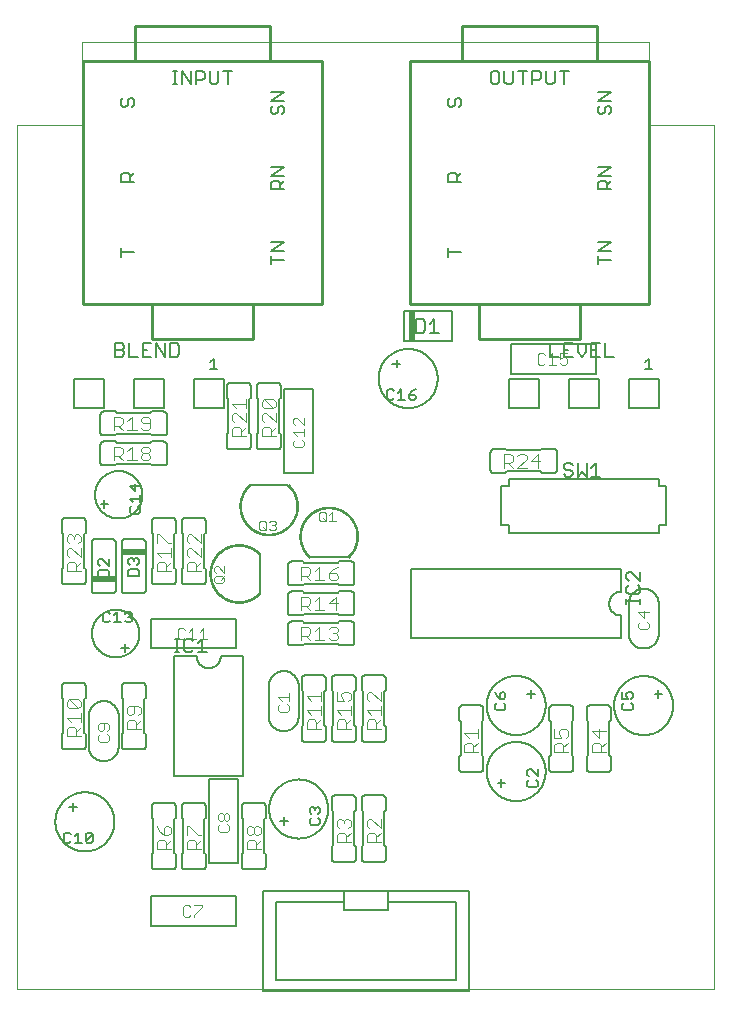
<source format=gto>
G75*
%MOIN*%
%OFA0B0*%
%FSLAX25Y25*%
%IPPOS*%
%LPD*%
%AMOC8*
5,1,8,0,0,1.08239X$1,22.5*
%
%ADD10C,0.00600*%
%ADD11C,0.00300*%
%ADD12C,0.00500*%
%ADD13C,0.01000*%
%ADD14C,0.00400*%
%ADD15C,0.00800*%
%ADD16R,0.02000X0.10000*%
%ADD17C,0.00000*%
%ADD18C,0.00060*%
%ADD19R,0.08000X0.02000*%
D10*
X0049994Y0056118D02*
X0049994Y0065882D01*
X0078206Y0065882D01*
X0078206Y0056118D01*
X0049994Y0056118D01*
X0051100Y0074937D02*
X0057100Y0074937D01*
X0057160Y0074939D01*
X0057221Y0074944D01*
X0057280Y0074953D01*
X0057339Y0074966D01*
X0057398Y0074982D01*
X0057455Y0075002D01*
X0057510Y0075025D01*
X0057565Y0075052D01*
X0057617Y0075081D01*
X0057668Y0075114D01*
X0057717Y0075150D01*
X0057763Y0075188D01*
X0057807Y0075230D01*
X0057849Y0075274D01*
X0057887Y0075320D01*
X0057923Y0075369D01*
X0057956Y0075420D01*
X0057985Y0075472D01*
X0058012Y0075527D01*
X0058035Y0075582D01*
X0058055Y0075639D01*
X0058071Y0075698D01*
X0058084Y0075757D01*
X0058093Y0075816D01*
X0058098Y0075877D01*
X0058100Y0075937D01*
X0058100Y0079937D01*
X0057600Y0080437D01*
X0057600Y0091563D01*
X0058100Y0092063D01*
X0058100Y0096063D01*
X0058098Y0096123D01*
X0058093Y0096184D01*
X0058084Y0096243D01*
X0058071Y0096302D01*
X0058055Y0096361D01*
X0058035Y0096418D01*
X0058012Y0096473D01*
X0057985Y0096528D01*
X0057956Y0096580D01*
X0057923Y0096631D01*
X0057887Y0096680D01*
X0057849Y0096726D01*
X0057807Y0096770D01*
X0057763Y0096812D01*
X0057717Y0096850D01*
X0057668Y0096886D01*
X0057617Y0096919D01*
X0057565Y0096948D01*
X0057510Y0096975D01*
X0057455Y0096998D01*
X0057398Y0097018D01*
X0057339Y0097034D01*
X0057280Y0097047D01*
X0057221Y0097056D01*
X0057160Y0097061D01*
X0057100Y0097063D01*
X0051100Y0097063D01*
X0051040Y0097061D01*
X0050979Y0097056D01*
X0050920Y0097047D01*
X0050861Y0097034D01*
X0050802Y0097018D01*
X0050745Y0096998D01*
X0050690Y0096975D01*
X0050635Y0096948D01*
X0050583Y0096919D01*
X0050532Y0096886D01*
X0050483Y0096850D01*
X0050437Y0096812D01*
X0050393Y0096770D01*
X0050351Y0096726D01*
X0050313Y0096680D01*
X0050277Y0096631D01*
X0050244Y0096580D01*
X0050215Y0096528D01*
X0050188Y0096473D01*
X0050165Y0096418D01*
X0050145Y0096361D01*
X0050129Y0096302D01*
X0050116Y0096243D01*
X0050107Y0096184D01*
X0050102Y0096123D01*
X0050100Y0096063D01*
X0050100Y0092063D01*
X0050600Y0091563D01*
X0050600Y0080437D01*
X0050100Y0079937D01*
X0050100Y0075937D01*
X0050102Y0075877D01*
X0050107Y0075816D01*
X0050116Y0075757D01*
X0050129Y0075698D01*
X0050145Y0075639D01*
X0050165Y0075582D01*
X0050188Y0075527D01*
X0050215Y0075472D01*
X0050244Y0075420D01*
X0050277Y0075369D01*
X0050313Y0075320D01*
X0050351Y0075274D01*
X0050393Y0075230D01*
X0050437Y0075188D01*
X0050483Y0075150D01*
X0050532Y0075114D01*
X0050583Y0075081D01*
X0050635Y0075052D01*
X0050690Y0075025D01*
X0050745Y0075002D01*
X0050802Y0074982D01*
X0050861Y0074966D01*
X0050920Y0074953D01*
X0050979Y0074944D01*
X0051040Y0074939D01*
X0051100Y0074937D01*
X0060100Y0075937D02*
X0060100Y0079937D01*
X0060600Y0080437D01*
X0060600Y0091563D01*
X0060100Y0092063D01*
X0060100Y0096063D01*
X0060102Y0096123D01*
X0060107Y0096184D01*
X0060116Y0096243D01*
X0060129Y0096302D01*
X0060145Y0096361D01*
X0060165Y0096418D01*
X0060188Y0096473D01*
X0060215Y0096528D01*
X0060244Y0096580D01*
X0060277Y0096631D01*
X0060313Y0096680D01*
X0060351Y0096726D01*
X0060393Y0096770D01*
X0060437Y0096812D01*
X0060483Y0096850D01*
X0060532Y0096886D01*
X0060583Y0096919D01*
X0060635Y0096948D01*
X0060690Y0096975D01*
X0060745Y0096998D01*
X0060802Y0097018D01*
X0060861Y0097034D01*
X0060920Y0097047D01*
X0060979Y0097056D01*
X0061040Y0097061D01*
X0061100Y0097063D01*
X0067100Y0097063D01*
X0067160Y0097061D01*
X0067221Y0097056D01*
X0067280Y0097047D01*
X0067339Y0097034D01*
X0067398Y0097018D01*
X0067455Y0096998D01*
X0067510Y0096975D01*
X0067565Y0096948D01*
X0067617Y0096919D01*
X0067668Y0096886D01*
X0067717Y0096850D01*
X0067763Y0096812D01*
X0067807Y0096770D01*
X0067849Y0096726D01*
X0067887Y0096680D01*
X0067923Y0096631D01*
X0067956Y0096580D01*
X0067985Y0096528D01*
X0068012Y0096473D01*
X0068035Y0096418D01*
X0068055Y0096361D01*
X0068071Y0096302D01*
X0068084Y0096243D01*
X0068093Y0096184D01*
X0068098Y0096123D01*
X0068100Y0096063D01*
X0068100Y0092063D01*
X0067600Y0091563D01*
X0067600Y0080437D01*
X0068100Y0079937D01*
X0068100Y0075937D01*
X0068098Y0075877D01*
X0068093Y0075816D01*
X0068084Y0075757D01*
X0068071Y0075698D01*
X0068055Y0075639D01*
X0068035Y0075582D01*
X0068012Y0075527D01*
X0067985Y0075472D01*
X0067956Y0075420D01*
X0067923Y0075369D01*
X0067887Y0075320D01*
X0067849Y0075274D01*
X0067807Y0075230D01*
X0067763Y0075188D01*
X0067717Y0075150D01*
X0067668Y0075114D01*
X0067617Y0075081D01*
X0067565Y0075052D01*
X0067510Y0075025D01*
X0067455Y0075002D01*
X0067398Y0074982D01*
X0067339Y0074966D01*
X0067280Y0074953D01*
X0067221Y0074944D01*
X0067160Y0074939D01*
X0067100Y0074937D01*
X0061100Y0074937D01*
X0061040Y0074939D01*
X0060979Y0074944D01*
X0060920Y0074953D01*
X0060861Y0074966D01*
X0060802Y0074982D01*
X0060745Y0075002D01*
X0060690Y0075025D01*
X0060635Y0075052D01*
X0060583Y0075081D01*
X0060532Y0075114D01*
X0060483Y0075150D01*
X0060437Y0075188D01*
X0060393Y0075230D01*
X0060351Y0075274D01*
X0060313Y0075320D01*
X0060277Y0075369D01*
X0060244Y0075420D01*
X0060215Y0075472D01*
X0060188Y0075527D01*
X0060165Y0075582D01*
X0060145Y0075639D01*
X0060129Y0075698D01*
X0060116Y0075757D01*
X0060107Y0075816D01*
X0060102Y0075877D01*
X0060100Y0075937D01*
X0069218Y0076894D02*
X0069218Y0105106D01*
X0078982Y0105106D01*
X0078982Y0076894D01*
X0069218Y0076894D01*
X0080100Y0075937D02*
X0080100Y0079937D01*
X0080600Y0080437D01*
X0080600Y0091563D01*
X0080100Y0092063D01*
X0080100Y0096063D01*
X0080102Y0096123D01*
X0080107Y0096184D01*
X0080116Y0096243D01*
X0080129Y0096302D01*
X0080145Y0096361D01*
X0080165Y0096418D01*
X0080188Y0096473D01*
X0080215Y0096528D01*
X0080244Y0096580D01*
X0080277Y0096631D01*
X0080313Y0096680D01*
X0080351Y0096726D01*
X0080393Y0096770D01*
X0080437Y0096812D01*
X0080483Y0096850D01*
X0080532Y0096886D01*
X0080583Y0096919D01*
X0080635Y0096948D01*
X0080690Y0096975D01*
X0080745Y0096998D01*
X0080802Y0097018D01*
X0080861Y0097034D01*
X0080920Y0097047D01*
X0080979Y0097056D01*
X0081040Y0097061D01*
X0081100Y0097063D01*
X0087100Y0097063D01*
X0087160Y0097061D01*
X0087221Y0097056D01*
X0087280Y0097047D01*
X0087339Y0097034D01*
X0087398Y0097018D01*
X0087455Y0096998D01*
X0087510Y0096975D01*
X0087565Y0096948D01*
X0087617Y0096919D01*
X0087668Y0096886D01*
X0087717Y0096850D01*
X0087763Y0096812D01*
X0087807Y0096770D01*
X0087849Y0096726D01*
X0087887Y0096680D01*
X0087923Y0096631D01*
X0087956Y0096580D01*
X0087985Y0096528D01*
X0088012Y0096473D01*
X0088035Y0096418D01*
X0088055Y0096361D01*
X0088071Y0096302D01*
X0088084Y0096243D01*
X0088093Y0096184D01*
X0088098Y0096123D01*
X0088100Y0096063D01*
X0088100Y0092063D01*
X0087600Y0091563D01*
X0087600Y0080437D01*
X0088100Y0079937D01*
X0088100Y0075937D01*
X0088098Y0075877D01*
X0088093Y0075816D01*
X0088084Y0075757D01*
X0088071Y0075698D01*
X0088055Y0075639D01*
X0088035Y0075582D01*
X0088012Y0075527D01*
X0087985Y0075472D01*
X0087956Y0075420D01*
X0087923Y0075369D01*
X0087887Y0075320D01*
X0087849Y0075274D01*
X0087807Y0075230D01*
X0087763Y0075188D01*
X0087717Y0075150D01*
X0087668Y0075114D01*
X0087617Y0075081D01*
X0087565Y0075052D01*
X0087510Y0075025D01*
X0087455Y0075002D01*
X0087398Y0074982D01*
X0087339Y0074966D01*
X0087280Y0074953D01*
X0087221Y0074944D01*
X0087160Y0074939D01*
X0087100Y0074937D01*
X0081100Y0074937D01*
X0081040Y0074939D01*
X0080979Y0074944D01*
X0080920Y0074953D01*
X0080861Y0074966D01*
X0080802Y0074982D01*
X0080745Y0075002D01*
X0080690Y0075025D01*
X0080635Y0075052D01*
X0080583Y0075081D01*
X0080532Y0075114D01*
X0080483Y0075150D01*
X0080437Y0075188D01*
X0080393Y0075230D01*
X0080351Y0075274D01*
X0080313Y0075320D01*
X0080277Y0075369D01*
X0080244Y0075420D01*
X0080215Y0075472D01*
X0080188Y0075527D01*
X0080165Y0075582D01*
X0080145Y0075639D01*
X0080129Y0075698D01*
X0080116Y0075757D01*
X0080107Y0075816D01*
X0080102Y0075877D01*
X0080100Y0075937D01*
X0092880Y0091127D02*
X0095380Y0091127D01*
X0094160Y0092343D02*
X0094160Y0089743D01*
X0089257Y0095000D02*
X0089260Y0095242D01*
X0089269Y0095483D01*
X0089284Y0095724D01*
X0089304Y0095965D01*
X0089331Y0096205D01*
X0089364Y0096444D01*
X0089402Y0096683D01*
X0089446Y0096920D01*
X0089496Y0097157D01*
X0089552Y0097392D01*
X0089614Y0097625D01*
X0089681Y0097857D01*
X0089754Y0098088D01*
X0089832Y0098316D01*
X0089917Y0098542D01*
X0090006Y0098767D01*
X0090101Y0098989D01*
X0090202Y0099208D01*
X0090308Y0099426D01*
X0090419Y0099640D01*
X0090536Y0099852D01*
X0090657Y0100060D01*
X0090784Y0100266D01*
X0090916Y0100468D01*
X0091053Y0100668D01*
X0091194Y0100863D01*
X0091340Y0101056D01*
X0091491Y0101244D01*
X0091647Y0101429D01*
X0091807Y0101610D01*
X0091971Y0101787D01*
X0092140Y0101960D01*
X0092313Y0102129D01*
X0092490Y0102293D01*
X0092671Y0102453D01*
X0092856Y0102609D01*
X0093044Y0102760D01*
X0093237Y0102906D01*
X0093432Y0103047D01*
X0093632Y0103184D01*
X0093834Y0103316D01*
X0094040Y0103443D01*
X0094248Y0103564D01*
X0094460Y0103681D01*
X0094674Y0103792D01*
X0094892Y0103898D01*
X0095111Y0103999D01*
X0095333Y0104094D01*
X0095558Y0104183D01*
X0095784Y0104268D01*
X0096012Y0104346D01*
X0096243Y0104419D01*
X0096475Y0104486D01*
X0096708Y0104548D01*
X0096943Y0104604D01*
X0097180Y0104654D01*
X0097417Y0104698D01*
X0097656Y0104736D01*
X0097895Y0104769D01*
X0098135Y0104796D01*
X0098376Y0104816D01*
X0098617Y0104831D01*
X0098858Y0104840D01*
X0099100Y0104843D01*
X0099342Y0104840D01*
X0099583Y0104831D01*
X0099824Y0104816D01*
X0100065Y0104796D01*
X0100305Y0104769D01*
X0100544Y0104736D01*
X0100783Y0104698D01*
X0101020Y0104654D01*
X0101257Y0104604D01*
X0101492Y0104548D01*
X0101725Y0104486D01*
X0101957Y0104419D01*
X0102188Y0104346D01*
X0102416Y0104268D01*
X0102642Y0104183D01*
X0102867Y0104094D01*
X0103089Y0103999D01*
X0103308Y0103898D01*
X0103526Y0103792D01*
X0103740Y0103681D01*
X0103952Y0103564D01*
X0104160Y0103443D01*
X0104366Y0103316D01*
X0104568Y0103184D01*
X0104768Y0103047D01*
X0104963Y0102906D01*
X0105156Y0102760D01*
X0105344Y0102609D01*
X0105529Y0102453D01*
X0105710Y0102293D01*
X0105887Y0102129D01*
X0106060Y0101960D01*
X0106229Y0101787D01*
X0106393Y0101610D01*
X0106553Y0101429D01*
X0106709Y0101244D01*
X0106860Y0101056D01*
X0107006Y0100863D01*
X0107147Y0100668D01*
X0107284Y0100468D01*
X0107416Y0100266D01*
X0107543Y0100060D01*
X0107664Y0099852D01*
X0107781Y0099640D01*
X0107892Y0099426D01*
X0107998Y0099208D01*
X0108099Y0098989D01*
X0108194Y0098767D01*
X0108283Y0098542D01*
X0108368Y0098316D01*
X0108446Y0098088D01*
X0108519Y0097857D01*
X0108586Y0097625D01*
X0108648Y0097392D01*
X0108704Y0097157D01*
X0108754Y0096920D01*
X0108798Y0096683D01*
X0108836Y0096444D01*
X0108869Y0096205D01*
X0108896Y0095965D01*
X0108916Y0095724D01*
X0108931Y0095483D01*
X0108940Y0095242D01*
X0108943Y0095000D01*
X0108940Y0094758D01*
X0108931Y0094517D01*
X0108916Y0094276D01*
X0108896Y0094035D01*
X0108869Y0093795D01*
X0108836Y0093556D01*
X0108798Y0093317D01*
X0108754Y0093080D01*
X0108704Y0092843D01*
X0108648Y0092608D01*
X0108586Y0092375D01*
X0108519Y0092143D01*
X0108446Y0091912D01*
X0108368Y0091684D01*
X0108283Y0091458D01*
X0108194Y0091233D01*
X0108099Y0091011D01*
X0107998Y0090792D01*
X0107892Y0090574D01*
X0107781Y0090360D01*
X0107664Y0090148D01*
X0107543Y0089940D01*
X0107416Y0089734D01*
X0107284Y0089532D01*
X0107147Y0089332D01*
X0107006Y0089137D01*
X0106860Y0088944D01*
X0106709Y0088756D01*
X0106553Y0088571D01*
X0106393Y0088390D01*
X0106229Y0088213D01*
X0106060Y0088040D01*
X0105887Y0087871D01*
X0105710Y0087707D01*
X0105529Y0087547D01*
X0105344Y0087391D01*
X0105156Y0087240D01*
X0104963Y0087094D01*
X0104768Y0086953D01*
X0104568Y0086816D01*
X0104366Y0086684D01*
X0104160Y0086557D01*
X0103952Y0086436D01*
X0103740Y0086319D01*
X0103526Y0086208D01*
X0103308Y0086102D01*
X0103089Y0086001D01*
X0102867Y0085906D01*
X0102642Y0085817D01*
X0102416Y0085732D01*
X0102188Y0085654D01*
X0101957Y0085581D01*
X0101725Y0085514D01*
X0101492Y0085452D01*
X0101257Y0085396D01*
X0101020Y0085346D01*
X0100783Y0085302D01*
X0100544Y0085264D01*
X0100305Y0085231D01*
X0100065Y0085204D01*
X0099824Y0085184D01*
X0099583Y0085169D01*
X0099342Y0085160D01*
X0099100Y0085157D01*
X0098858Y0085160D01*
X0098617Y0085169D01*
X0098376Y0085184D01*
X0098135Y0085204D01*
X0097895Y0085231D01*
X0097656Y0085264D01*
X0097417Y0085302D01*
X0097180Y0085346D01*
X0096943Y0085396D01*
X0096708Y0085452D01*
X0096475Y0085514D01*
X0096243Y0085581D01*
X0096012Y0085654D01*
X0095784Y0085732D01*
X0095558Y0085817D01*
X0095333Y0085906D01*
X0095111Y0086001D01*
X0094892Y0086102D01*
X0094674Y0086208D01*
X0094460Y0086319D01*
X0094248Y0086436D01*
X0094040Y0086557D01*
X0093834Y0086684D01*
X0093632Y0086816D01*
X0093432Y0086953D01*
X0093237Y0087094D01*
X0093044Y0087240D01*
X0092856Y0087391D01*
X0092671Y0087547D01*
X0092490Y0087707D01*
X0092313Y0087871D01*
X0092140Y0088040D01*
X0091971Y0088213D01*
X0091807Y0088390D01*
X0091647Y0088571D01*
X0091491Y0088756D01*
X0091340Y0088944D01*
X0091194Y0089137D01*
X0091053Y0089332D01*
X0090916Y0089532D01*
X0090784Y0089734D01*
X0090657Y0089940D01*
X0090536Y0090148D01*
X0090419Y0090360D01*
X0090308Y0090574D01*
X0090202Y0090792D01*
X0090101Y0091011D01*
X0090006Y0091233D01*
X0089917Y0091458D01*
X0089832Y0091684D01*
X0089754Y0091912D01*
X0089681Y0092143D01*
X0089614Y0092375D01*
X0089552Y0092608D01*
X0089496Y0092843D01*
X0089446Y0093080D01*
X0089402Y0093317D01*
X0089364Y0093556D01*
X0089331Y0093795D01*
X0089304Y0094035D01*
X0089284Y0094276D01*
X0089269Y0094517D01*
X0089260Y0094758D01*
X0089257Y0095000D01*
X0080600Y0106000D02*
X0057600Y0106000D01*
X0057600Y0146000D01*
X0065100Y0146000D01*
X0065102Y0145874D01*
X0065108Y0145749D01*
X0065118Y0145624D01*
X0065132Y0145499D01*
X0065149Y0145374D01*
X0065171Y0145250D01*
X0065196Y0145127D01*
X0065226Y0145005D01*
X0065259Y0144884D01*
X0065296Y0144764D01*
X0065336Y0144645D01*
X0065381Y0144528D01*
X0065429Y0144411D01*
X0065481Y0144297D01*
X0065536Y0144184D01*
X0065595Y0144073D01*
X0065657Y0143964D01*
X0065723Y0143857D01*
X0065792Y0143752D01*
X0065864Y0143649D01*
X0065939Y0143548D01*
X0066018Y0143450D01*
X0066100Y0143355D01*
X0066184Y0143262D01*
X0066272Y0143172D01*
X0066362Y0143084D01*
X0066455Y0143000D01*
X0066550Y0142918D01*
X0066648Y0142839D01*
X0066749Y0142764D01*
X0066852Y0142692D01*
X0066957Y0142623D01*
X0067064Y0142557D01*
X0067173Y0142495D01*
X0067284Y0142436D01*
X0067397Y0142381D01*
X0067511Y0142329D01*
X0067628Y0142281D01*
X0067745Y0142236D01*
X0067864Y0142196D01*
X0067984Y0142159D01*
X0068105Y0142126D01*
X0068227Y0142096D01*
X0068350Y0142071D01*
X0068474Y0142049D01*
X0068599Y0142032D01*
X0068724Y0142018D01*
X0068849Y0142008D01*
X0068974Y0142002D01*
X0069100Y0142000D01*
X0069226Y0142002D01*
X0069351Y0142008D01*
X0069476Y0142018D01*
X0069601Y0142032D01*
X0069726Y0142049D01*
X0069850Y0142071D01*
X0069973Y0142096D01*
X0070095Y0142126D01*
X0070216Y0142159D01*
X0070336Y0142196D01*
X0070455Y0142236D01*
X0070572Y0142281D01*
X0070689Y0142329D01*
X0070803Y0142381D01*
X0070916Y0142436D01*
X0071027Y0142495D01*
X0071136Y0142557D01*
X0071243Y0142623D01*
X0071348Y0142692D01*
X0071451Y0142764D01*
X0071552Y0142839D01*
X0071650Y0142918D01*
X0071745Y0143000D01*
X0071838Y0143084D01*
X0071928Y0143172D01*
X0072016Y0143262D01*
X0072100Y0143355D01*
X0072182Y0143450D01*
X0072261Y0143548D01*
X0072336Y0143649D01*
X0072408Y0143752D01*
X0072477Y0143857D01*
X0072543Y0143964D01*
X0072605Y0144073D01*
X0072664Y0144184D01*
X0072719Y0144297D01*
X0072771Y0144411D01*
X0072819Y0144528D01*
X0072864Y0144645D01*
X0072904Y0144764D01*
X0072941Y0144884D01*
X0072974Y0145005D01*
X0073004Y0145127D01*
X0073029Y0145250D01*
X0073051Y0145374D01*
X0073068Y0145499D01*
X0073082Y0145624D01*
X0073092Y0145749D01*
X0073098Y0145874D01*
X0073100Y0146000D01*
X0080600Y0146000D01*
X0080600Y0106000D01*
X0089100Y0126000D02*
X0089100Y0128500D01*
X0089100Y0136000D01*
X0089102Y0136140D01*
X0089108Y0136280D01*
X0089118Y0136420D01*
X0089131Y0136560D01*
X0089149Y0136699D01*
X0089171Y0136838D01*
X0089196Y0136975D01*
X0089225Y0137113D01*
X0089258Y0137249D01*
X0089295Y0137384D01*
X0089336Y0137518D01*
X0089381Y0137651D01*
X0089429Y0137783D01*
X0089481Y0137913D01*
X0089536Y0138042D01*
X0089595Y0138169D01*
X0089658Y0138295D01*
X0089724Y0138419D01*
X0089793Y0138540D01*
X0089866Y0138660D01*
X0089943Y0138778D01*
X0090022Y0138893D01*
X0090105Y0139007D01*
X0090191Y0139117D01*
X0090280Y0139226D01*
X0090372Y0139332D01*
X0090467Y0139435D01*
X0090564Y0139536D01*
X0090665Y0139633D01*
X0090768Y0139728D01*
X0090874Y0139820D01*
X0090983Y0139909D01*
X0091093Y0139995D01*
X0091207Y0140078D01*
X0091322Y0140157D01*
X0091440Y0140234D01*
X0091560Y0140307D01*
X0091681Y0140376D01*
X0091805Y0140442D01*
X0091931Y0140505D01*
X0092058Y0140564D01*
X0092187Y0140619D01*
X0092317Y0140671D01*
X0092449Y0140719D01*
X0092582Y0140764D01*
X0092716Y0140805D01*
X0092851Y0140842D01*
X0092987Y0140875D01*
X0093125Y0140904D01*
X0093262Y0140929D01*
X0093401Y0140951D01*
X0093540Y0140969D01*
X0093680Y0140982D01*
X0093820Y0140992D01*
X0093960Y0140998D01*
X0094100Y0141000D01*
X0094240Y0140998D01*
X0094380Y0140992D01*
X0094520Y0140982D01*
X0094660Y0140969D01*
X0094799Y0140951D01*
X0094938Y0140929D01*
X0095075Y0140904D01*
X0095213Y0140875D01*
X0095349Y0140842D01*
X0095484Y0140805D01*
X0095618Y0140764D01*
X0095751Y0140719D01*
X0095883Y0140671D01*
X0096013Y0140619D01*
X0096142Y0140564D01*
X0096269Y0140505D01*
X0096395Y0140442D01*
X0096519Y0140376D01*
X0096640Y0140307D01*
X0096760Y0140234D01*
X0096878Y0140157D01*
X0096993Y0140078D01*
X0097107Y0139995D01*
X0097217Y0139909D01*
X0097326Y0139820D01*
X0097432Y0139728D01*
X0097535Y0139633D01*
X0097636Y0139536D01*
X0097733Y0139435D01*
X0097828Y0139332D01*
X0097920Y0139226D01*
X0098009Y0139117D01*
X0098095Y0139007D01*
X0098178Y0138893D01*
X0098257Y0138778D01*
X0098334Y0138660D01*
X0098407Y0138540D01*
X0098476Y0138419D01*
X0098542Y0138295D01*
X0098605Y0138169D01*
X0098664Y0138042D01*
X0098719Y0137913D01*
X0098771Y0137783D01*
X0098819Y0137651D01*
X0098864Y0137518D01*
X0098905Y0137384D01*
X0098942Y0137249D01*
X0098975Y0137113D01*
X0099004Y0136975D01*
X0099029Y0136838D01*
X0099051Y0136699D01*
X0099069Y0136560D01*
X0099082Y0136420D01*
X0099092Y0136280D01*
X0099098Y0136140D01*
X0099100Y0136000D01*
X0099100Y0126000D01*
X0100600Y0122937D02*
X0100600Y0134063D01*
X0100100Y0134563D01*
X0100100Y0138563D01*
X0100102Y0138623D01*
X0100107Y0138684D01*
X0100116Y0138743D01*
X0100129Y0138802D01*
X0100145Y0138861D01*
X0100165Y0138918D01*
X0100188Y0138973D01*
X0100215Y0139028D01*
X0100244Y0139080D01*
X0100277Y0139131D01*
X0100313Y0139180D01*
X0100351Y0139226D01*
X0100393Y0139270D01*
X0100437Y0139312D01*
X0100483Y0139350D01*
X0100532Y0139386D01*
X0100583Y0139419D01*
X0100635Y0139448D01*
X0100690Y0139475D01*
X0100745Y0139498D01*
X0100802Y0139518D01*
X0100861Y0139534D01*
X0100920Y0139547D01*
X0100979Y0139556D01*
X0101040Y0139561D01*
X0101100Y0139563D01*
X0107100Y0139563D01*
X0107160Y0139561D01*
X0107221Y0139556D01*
X0107280Y0139547D01*
X0107339Y0139534D01*
X0107398Y0139518D01*
X0107455Y0139498D01*
X0107510Y0139475D01*
X0107565Y0139448D01*
X0107617Y0139419D01*
X0107668Y0139386D01*
X0107717Y0139350D01*
X0107763Y0139312D01*
X0107807Y0139270D01*
X0107849Y0139226D01*
X0107887Y0139180D01*
X0107923Y0139131D01*
X0107956Y0139080D01*
X0107985Y0139028D01*
X0108012Y0138973D01*
X0108035Y0138918D01*
X0108055Y0138861D01*
X0108071Y0138802D01*
X0108084Y0138743D01*
X0108093Y0138684D01*
X0108098Y0138623D01*
X0108100Y0138563D01*
X0108100Y0134563D01*
X0107600Y0134063D01*
X0107600Y0122937D01*
X0108100Y0122437D01*
X0108100Y0118437D01*
X0108098Y0118377D01*
X0108093Y0118316D01*
X0108084Y0118257D01*
X0108071Y0118198D01*
X0108055Y0118139D01*
X0108035Y0118082D01*
X0108012Y0118027D01*
X0107985Y0117972D01*
X0107956Y0117920D01*
X0107923Y0117869D01*
X0107887Y0117820D01*
X0107849Y0117774D01*
X0107807Y0117730D01*
X0107763Y0117688D01*
X0107717Y0117650D01*
X0107668Y0117614D01*
X0107617Y0117581D01*
X0107565Y0117552D01*
X0107510Y0117525D01*
X0107455Y0117502D01*
X0107398Y0117482D01*
X0107339Y0117466D01*
X0107280Y0117453D01*
X0107221Y0117444D01*
X0107160Y0117439D01*
X0107100Y0117437D01*
X0101100Y0117437D01*
X0101040Y0117439D01*
X0100979Y0117444D01*
X0100920Y0117453D01*
X0100861Y0117466D01*
X0100802Y0117482D01*
X0100745Y0117502D01*
X0100690Y0117525D01*
X0100635Y0117552D01*
X0100583Y0117581D01*
X0100532Y0117614D01*
X0100483Y0117650D01*
X0100437Y0117688D01*
X0100393Y0117730D01*
X0100351Y0117774D01*
X0100313Y0117820D01*
X0100277Y0117869D01*
X0100244Y0117920D01*
X0100215Y0117972D01*
X0100188Y0118027D01*
X0100165Y0118082D01*
X0100145Y0118139D01*
X0100129Y0118198D01*
X0100116Y0118257D01*
X0100107Y0118316D01*
X0100102Y0118377D01*
X0100100Y0118437D01*
X0100100Y0122437D01*
X0100600Y0122937D01*
X0099100Y0126000D02*
X0099098Y0125860D01*
X0099092Y0125720D01*
X0099082Y0125580D01*
X0099069Y0125440D01*
X0099051Y0125301D01*
X0099029Y0125162D01*
X0099004Y0125025D01*
X0098975Y0124887D01*
X0098942Y0124751D01*
X0098905Y0124616D01*
X0098864Y0124482D01*
X0098819Y0124349D01*
X0098771Y0124217D01*
X0098719Y0124087D01*
X0098664Y0123958D01*
X0098605Y0123831D01*
X0098542Y0123705D01*
X0098476Y0123581D01*
X0098407Y0123460D01*
X0098334Y0123340D01*
X0098257Y0123222D01*
X0098178Y0123107D01*
X0098095Y0122993D01*
X0098009Y0122883D01*
X0097920Y0122774D01*
X0097828Y0122668D01*
X0097733Y0122565D01*
X0097636Y0122464D01*
X0097535Y0122367D01*
X0097432Y0122272D01*
X0097326Y0122180D01*
X0097217Y0122091D01*
X0097107Y0122005D01*
X0096993Y0121922D01*
X0096878Y0121843D01*
X0096760Y0121766D01*
X0096640Y0121693D01*
X0096519Y0121624D01*
X0096395Y0121558D01*
X0096269Y0121495D01*
X0096142Y0121436D01*
X0096013Y0121381D01*
X0095883Y0121329D01*
X0095751Y0121281D01*
X0095618Y0121236D01*
X0095484Y0121195D01*
X0095349Y0121158D01*
X0095213Y0121125D01*
X0095075Y0121096D01*
X0094938Y0121071D01*
X0094799Y0121049D01*
X0094660Y0121031D01*
X0094520Y0121018D01*
X0094380Y0121008D01*
X0094240Y0121002D01*
X0094100Y0121000D01*
X0093960Y0121002D01*
X0093820Y0121008D01*
X0093680Y0121018D01*
X0093540Y0121031D01*
X0093401Y0121049D01*
X0093262Y0121071D01*
X0093125Y0121096D01*
X0092987Y0121125D01*
X0092851Y0121158D01*
X0092716Y0121195D01*
X0092582Y0121236D01*
X0092449Y0121281D01*
X0092317Y0121329D01*
X0092187Y0121381D01*
X0092058Y0121436D01*
X0091931Y0121495D01*
X0091805Y0121558D01*
X0091681Y0121624D01*
X0091560Y0121693D01*
X0091440Y0121766D01*
X0091322Y0121843D01*
X0091207Y0121922D01*
X0091093Y0122005D01*
X0090983Y0122091D01*
X0090874Y0122180D01*
X0090768Y0122272D01*
X0090665Y0122367D01*
X0090564Y0122464D01*
X0090467Y0122565D01*
X0090372Y0122668D01*
X0090280Y0122774D01*
X0090191Y0122883D01*
X0090105Y0122993D01*
X0090022Y0123107D01*
X0089943Y0123222D01*
X0089866Y0123340D01*
X0089793Y0123460D01*
X0089724Y0123581D01*
X0089658Y0123705D01*
X0089595Y0123831D01*
X0089536Y0123958D01*
X0089481Y0124087D01*
X0089429Y0124217D01*
X0089381Y0124349D01*
X0089336Y0124482D01*
X0089295Y0124616D01*
X0089258Y0124751D01*
X0089225Y0124887D01*
X0089196Y0125025D01*
X0089171Y0125162D01*
X0089149Y0125301D01*
X0089131Y0125440D01*
X0089118Y0125580D01*
X0089108Y0125720D01*
X0089102Y0125860D01*
X0089100Y0126000D01*
X0096537Y0149500D02*
X0100537Y0149500D01*
X0101037Y0150000D01*
X0112163Y0150000D01*
X0112663Y0149500D01*
X0116663Y0149500D01*
X0116723Y0149502D01*
X0116784Y0149507D01*
X0116843Y0149516D01*
X0116902Y0149529D01*
X0116961Y0149545D01*
X0117018Y0149565D01*
X0117073Y0149588D01*
X0117128Y0149615D01*
X0117180Y0149644D01*
X0117231Y0149677D01*
X0117280Y0149713D01*
X0117326Y0149751D01*
X0117370Y0149793D01*
X0117412Y0149837D01*
X0117450Y0149883D01*
X0117486Y0149932D01*
X0117519Y0149983D01*
X0117548Y0150035D01*
X0117575Y0150090D01*
X0117598Y0150145D01*
X0117618Y0150202D01*
X0117634Y0150261D01*
X0117647Y0150320D01*
X0117656Y0150379D01*
X0117661Y0150440D01*
X0117663Y0150500D01*
X0117663Y0156500D01*
X0117661Y0156560D01*
X0117656Y0156621D01*
X0117647Y0156680D01*
X0117634Y0156739D01*
X0117618Y0156798D01*
X0117598Y0156855D01*
X0117575Y0156910D01*
X0117548Y0156965D01*
X0117519Y0157017D01*
X0117486Y0157068D01*
X0117450Y0157117D01*
X0117412Y0157163D01*
X0117370Y0157207D01*
X0117326Y0157249D01*
X0117280Y0157287D01*
X0117231Y0157323D01*
X0117180Y0157356D01*
X0117128Y0157385D01*
X0117073Y0157412D01*
X0117018Y0157435D01*
X0116961Y0157455D01*
X0116902Y0157471D01*
X0116843Y0157484D01*
X0116784Y0157493D01*
X0116723Y0157498D01*
X0116663Y0157500D01*
X0112663Y0157500D01*
X0112163Y0157000D01*
X0101037Y0157000D01*
X0100537Y0157500D01*
X0096537Y0157500D01*
X0096477Y0157498D01*
X0096416Y0157493D01*
X0096357Y0157484D01*
X0096298Y0157471D01*
X0096239Y0157455D01*
X0096182Y0157435D01*
X0096127Y0157412D01*
X0096072Y0157385D01*
X0096020Y0157356D01*
X0095969Y0157323D01*
X0095920Y0157287D01*
X0095874Y0157249D01*
X0095830Y0157207D01*
X0095788Y0157163D01*
X0095750Y0157117D01*
X0095714Y0157068D01*
X0095681Y0157017D01*
X0095652Y0156965D01*
X0095625Y0156910D01*
X0095602Y0156855D01*
X0095582Y0156798D01*
X0095566Y0156739D01*
X0095553Y0156680D01*
X0095544Y0156621D01*
X0095539Y0156560D01*
X0095537Y0156500D01*
X0095537Y0150500D01*
X0095539Y0150440D01*
X0095544Y0150379D01*
X0095553Y0150320D01*
X0095566Y0150261D01*
X0095582Y0150202D01*
X0095602Y0150145D01*
X0095625Y0150090D01*
X0095652Y0150035D01*
X0095681Y0149983D01*
X0095714Y0149932D01*
X0095750Y0149883D01*
X0095788Y0149837D01*
X0095830Y0149793D01*
X0095874Y0149751D01*
X0095920Y0149713D01*
X0095969Y0149677D01*
X0096020Y0149644D01*
X0096072Y0149615D01*
X0096127Y0149588D01*
X0096182Y0149565D01*
X0096239Y0149545D01*
X0096298Y0149529D01*
X0096357Y0149516D01*
X0096416Y0149507D01*
X0096477Y0149502D01*
X0096537Y0149500D01*
X0096537Y0159500D02*
X0100537Y0159500D01*
X0101037Y0160000D01*
X0112163Y0160000D01*
X0112663Y0159500D01*
X0116663Y0159500D01*
X0116723Y0159502D01*
X0116784Y0159507D01*
X0116843Y0159516D01*
X0116902Y0159529D01*
X0116961Y0159545D01*
X0117018Y0159565D01*
X0117073Y0159588D01*
X0117128Y0159615D01*
X0117180Y0159644D01*
X0117231Y0159677D01*
X0117280Y0159713D01*
X0117326Y0159751D01*
X0117370Y0159793D01*
X0117412Y0159837D01*
X0117450Y0159883D01*
X0117486Y0159932D01*
X0117519Y0159983D01*
X0117548Y0160035D01*
X0117575Y0160090D01*
X0117598Y0160145D01*
X0117618Y0160202D01*
X0117634Y0160261D01*
X0117647Y0160320D01*
X0117656Y0160379D01*
X0117661Y0160440D01*
X0117663Y0160500D01*
X0117663Y0166500D01*
X0117661Y0166560D01*
X0117656Y0166621D01*
X0117647Y0166680D01*
X0117634Y0166739D01*
X0117618Y0166798D01*
X0117598Y0166855D01*
X0117575Y0166910D01*
X0117548Y0166965D01*
X0117519Y0167017D01*
X0117486Y0167068D01*
X0117450Y0167117D01*
X0117412Y0167163D01*
X0117370Y0167207D01*
X0117326Y0167249D01*
X0117280Y0167287D01*
X0117231Y0167323D01*
X0117180Y0167356D01*
X0117128Y0167385D01*
X0117073Y0167412D01*
X0117018Y0167435D01*
X0116961Y0167455D01*
X0116902Y0167471D01*
X0116843Y0167484D01*
X0116784Y0167493D01*
X0116723Y0167498D01*
X0116663Y0167500D01*
X0112663Y0167500D01*
X0112163Y0167000D01*
X0101037Y0167000D01*
X0100537Y0167500D01*
X0096537Y0167500D01*
X0096477Y0167498D01*
X0096416Y0167493D01*
X0096357Y0167484D01*
X0096298Y0167471D01*
X0096239Y0167455D01*
X0096182Y0167435D01*
X0096127Y0167412D01*
X0096072Y0167385D01*
X0096020Y0167356D01*
X0095969Y0167323D01*
X0095920Y0167287D01*
X0095874Y0167249D01*
X0095830Y0167207D01*
X0095788Y0167163D01*
X0095750Y0167117D01*
X0095714Y0167068D01*
X0095681Y0167017D01*
X0095652Y0166965D01*
X0095625Y0166910D01*
X0095602Y0166855D01*
X0095582Y0166798D01*
X0095566Y0166739D01*
X0095553Y0166680D01*
X0095544Y0166621D01*
X0095539Y0166560D01*
X0095537Y0166500D01*
X0095537Y0160500D01*
X0095539Y0160440D01*
X0095544Y0160379D01*
X0095553Y0160320D01*
X0095566Y0160261D01*
X0095582Y0160202D01*
X0095602Y0160145D01*
X0095625Y0160090D01*
X0095652Y0160035D01*
X0095681Y0159983D01*
X0095714Y0159932D01*
X0095750Y0159883D01*
X0095788Y0159837D01*
X0095830Y0159793D01*
X0095874Y0159751D01*
X0095920Y0159713D01*
X0095969Y0159677D01*
X0096020Y0159644D01*
X0096072Y0159615D01*
X0096127Y0159588D01*
X0096182Y0159565D01*
X0096239Y0159545D01*
X0096298Y0159529D01*
X0096357Y0159516D01*
X0096416Y0159507D01*
X0096477Y0159502D01*
X0096537Y0159500D01*
X0096537Y0169500D02*
X0100537Y0169500D01*
X0101037Y0170000D01*
X0112163Y0170000D01*
X0112663Y0169500D01*
X0116663Y0169500D01*
X0116723Y0169502D01*
X0116784Y0169507D01*
X0116843Y0169516D01*
X0116902Y0169529D01*
X0116961Y0169545D01*
X0117018Y0169565D01*
X0117073Y0169588D01*
X0117128Y0169615D01*
X0117180Y0169644D01*
X0117231Y0169677D01*
X0117280Y0169713D01*
X0117326Y0169751D01*
X0117370Y0169793D01*
X0117412Y0169837D01*
X0117450Y0169883D01*
X0117486Y0169932D01*
X0117519Y0169983D01*
X0117548Y0170035D01*
X0117575Y0170090D01*
X0117598Y0170145D01*
X0117618Y0170202D01*
X0117634Y0170261D01*
X0117647Y0170320D01*
X0117656Y0170379D01*
X0117661Y0170440D01*
X0117663Y0170500D01*
X0117663Y0176500D01*
X0117661Y0176560D01*
X0117656Y0176621D01*
X0117647Y0176680D01*
X0117634Y0176739D01*
X0117618Y0176798D01*
X0117598Y0176855D01*
X0117575Y0176910D01*
X0117548Y0176965D01*
X0117519Y0177017D01*
X0117486Y0177068D01*
X0117450Y0177117D01*
X0117412Y0177163D01*
X0117370Y0177207D01*
X0117326Y0177249D01*
X0117280Y0177287D01*
X0117231Y0177323D01*
X0117180Y0177356D01*
X0117128Y0177385D01*
X0117073Y0177412D01*
X0117018Y0177435D01*
X0116961Y0177455D01*
X0116902Y0177471D01*
X0116843Y0177484D01*
X0116784Y0177493D01*
X0116723Y0177498D01*
X0116663Y0177500D01*
X0112663Y0177500D01*
X0112163Y0177000D01*
X0101037Y0177000D01*
X0100537Y0177500D01*
X0096537Y0177500D01*
X0096477Y0177498D01*
X0096416Y0177493D01*
X0096357Y0177484D01*
X0096298Y0177471D01*
X0096239Y0177455D01*
X0096182Y0177435D01*
X0096127Y0177412D01*
X0096072Y0177385D01*
X0096020Y0177356D01*
X0095969Y0177323D01*
X0095920Y0177287D01*
X0095874Y0177249D01*
X0095830Y0177207D01*
X0095788Y0177163D01*
X0095750Y0177117D01*
X0095714Y0177068D01*
X0095681Y0177017D01*
X0095652Y0176965D01*
X0095625Y0176910D01*
X0095602Y0176855D01*
X0095582Y0176798D01*
X0095566Y0176739D01*
X0095553Y0176680D01*
X0095544Y0176621D01*
X0095539Y0176560D01*
X0095537Y0176500D01*
X0095537Y0170500D01*
X0095539Y0170440D01*
X0095544Y0170379D01*
X0095553Y0170320D01*
X0095566Y0170261D01*
X0095582Y0170202D01*
X0095602Y0170145D01*
X0095625Y0170090D01*
X0095652Y0170035D01*
X0095681Y0169983D01*
X0095714Y0169932D01*
X0095750Y0169883D01*
X0095788Y0169837D01*
X0095830Y0169793D01*
X0095874Y0169751D01*
X0095920Y0169713D01*
X0095969Y0169677D01*
X0096020Y0169644D01*
X0096072Y0169615D01*
X0096127Y0169588D01*
X0096182Y0169565D01*
X0096239Y0169545D01*
X0096298Y0169529D01*
X0096357Y0169516D01*
X0096416Y0169507D01*
X0096477Y0169502D01*
X0096537Y0169500D01*
X0102679Y0179000D02*
X0115521Y0179000D01*
X0103982Y0206894D02*
X0094218Y0206894D01*
X0094218Y0235106D01*
X0103982Y0235106D01*
X0103982Y0206894D01*
X0095521Y0203000D02*
X0082679Y0203000D01*
X0082100Y0214937D02*
X0076100Y0214937D01*
X0076040Y0214939D01*
X0075979Y0214944D01*
X0075920Y0214953D01*
X0075861Y0214966D01*
X0075802Y0214982D01*
X0075745Y0215002D01*
X0075690Y0215025D01*
X0075635Y0215052D01*
X0075583Y0215081D01*
X0075532Y0215114D01*
X0075483Y0215150D01*
X0075437Y0215188D01*
X0075393Y0215230D01*
X0075351Y0215274D01*
X0075313Y0215320D01*
X0075277Y0215369D01*
X0075244Y0215420D01*
X0075215Y0215472D01*
X0075188Y0215527D01*
X0075165Y0215582D01*
X0075145Y0215639D01*
X0075129Y0215698D01*
X0075116Y0215757D01*
X0075107Y0215816D01*
X0075102Y0215877D01*
X0075100Y0215937D01*
X0075100Y0219937D01*
X0075600Y0220437D01*
X0075600Y0231563D01*
X0075100Y0232063D01*
X0075100Y0236063D01*
X0075102Y0236123D01*
X0075107Y0236184D01*
X0075116Y0236243D01*
X0075129Y0236302D01*
X0075145Y0236361D01*
X0075165Y0236418D01*
X0075188Y0236473D01*
X0075215Y0236528D01*
X0075244Y0236580D01*
X0075277Y0236631D01*
X0075313Y0236680D01*
X0075351Y0236726D01*
X0075393Y0236770D01*
X0075437Y0236812D01*
X0075483Y0236850D01*
X0075532Y0236886D01*
X0075583Y0236919D01*
X0075635Y0236948D01*
X0075690Y0236975D01*
X0075745Y0236998D01*
X0075802Y0237018D01*
X0075861Y0237034D01*
X0075920Y0237047D01*
X0075979Y0237056D01*
X0076040Y0237061D01*
X0076100Y0237063D01*
X0082100Y0237063D01*
X0082160Y0237061D01*
X0082221Y0237056D01*
X0082280Y0237047D01*
X0082339Y0237034D01*
X0082398Y0237018D01*
X0082455Y0236998D01*
X0082510Y0236975D01*
X0082565Y0236948D01*
X0082617Y0236919D01*
X0082668Y0236886D01*
X0082717Y0236850D01*
X0082763Y0236812D01*
X0082807Y0236770D01*
X0082849Y0236726D01*
X0082887Y0236680D01*
X0082923Y0236631D01*
X0082956Y0236580D01*
X0082985Y0236528D01*
X0083012Y0236473D01*
X0083035Y0236418D01*
X0083055Y0236361D01*
X0083071Y0236302D01*
X0083084Y0236243D01*
X0083093Y0236184D01*
X0083098Y0236123D01*
X0083100Y0236063D01*
X0083100Y0232063D01*
X0082600Y0231563D01*
X0082600Y0220437D01*
X0083100Y0219937D01*
X0083100Y0215937D01*
X0083098Y0215877D01*
X0083093Y0215816D01*
X0083084Y0215757D01*
X0083071Y0215698D01*
X0083055Y0215639D01*
X0083035Y0215582D01*
X0083012Y0215527D01*
X0082985Y0215472D01*
X0082956Y0215420D01*
X0082923Y0215369D01*
X0082887Y0215320D01*
X0082849Y0215274D01*
X0082807Y0215230D01*
X0082763Y0215188D01*
X0082717Y0215150D01*
X0082668Y0215114D01*
X0082617Y0215081D01*
X0082565Y0215052D01*
X0082510Y0215025D01*
X0082455Y0215002D01*
X0082398Y0214982D01*
X0082339Y0214966D01*
X0082280Y0214953D01*
X0082221Y0214944D01*
X0082160Y0214939D01*
X0082100Y0214937D01*
X0085100Y0215937D02*
X0085100Y0219937D01*
X0085600Y0220437D01*
X0085600Y0231563D01*
X0085100Y0232063D01*
X0085100Y0236063D01*
X0085102Y0236123D01*
X0085107Y0236184D01*
X0085116Y0236243D01*
X0085129Y0236302D01*
X0085145Y0236361D01*
X0085165Y0236418D01*
X0085188Y0236473D01*
X0085215Y0236528D01*
X0085244Y0236580D01*
X0085277Y0236631D01*
X0085313Y0236680D01*
X0085351Y0236726D01*
X0085393Y0236770D01*
X0085437Y0236812D01*
X0085483Y0236850D01*
X0085532Y0236886D01*
X0085583Y0236919D01*
X0085635Y0236948D01*
X0085690Y0236975D01*
X0085745Y0236998D01*
X0085802Y0237018D01*
X0085861Y0237034D01*
X0085920Y0237047D01*
X0085979Y0237056D01*
X0086040Y0237061D01*
X0086100Y0237063D01*
X0092100Y0237063D01*
X0092160Y0237061D01*
X0092221Y0237056D01*
X0092280Y0237047D01*
X0092339Y0237034D01*
X0092398Y0237018D01*
X0092455Y0236998D01*
X0092510Y0236975D01*
X0092565Y0236948D01*
X0092617Y0236919D01*
X0092668Y0236886D01*
X0092717Y0236850D01*
X0092763Y0236812D01*
X0092807Y0236770D01*
X0092849Y0236726D01*
X0092887Y0236680D01*
X0092923Y0236631D01*
X0092956Y0236580D01*
X0092985Y0236528D01*
X0093012Y0236473D01*
X0093035Y0236418D01*
X0093055Y0236361D01*
X0093071Y0236302D01*
X0093084Y0236243D01*
X0093093Y0236184D01*
X0093098Y0236123D01*
X0093100Y0236063D01*
X0093100Y0232063D01*
X0092600Y0231563D01*
X0092600Y0220437D01*
X0093100Y0219937D01*
X0093100Y0215937D01*
X0093098Y0215877D01*
X0093093Y0215816D01*
X0093084Y0215757D01*
X0093071Y0215698D01*
X0093055Y0215639D01*
X0093035Y0215582D01*
X0093012Y0215527D01*
X0092985Y0215472D01*
X0092956Y0215420D01*
X0092923Y0215369D01*
X0092887Y0215320D01*
X0092849Y0215274D01*
X0092807Y0215230D01*
X0092763Y0215188D01*
X0092717Y0215150D01*
X0092668Y0215114D01*
X0092617Y0215081D01*
X0092565Y0215052D01*
X0092510Y0215025D01*
X0092455Y0215002D01*
X0092398Y0214982D01*
X0092339Y0214966D01*
X0092280Y0214953D01*
X0092221Y0214944D01*
X0092160Y0214939D01*
X0092100Y0214937D01*
X0086100Y0214937D01*
X0086040Y0214939D01*
X0085979Y0214944D01*
X0085920Y0214953D01*
X0085861Y0214966D01*
X0085802Y0214982D01*
X0085745Y0215002D01*
X0085690Y0215025D01*
X0085635Y0215052D01*
X0085583Y0215081D01*
X0085532Y0215114D01*
X0085483Y0215150D01*
X0085437Y0215188D01*
X0085393Y0215230D01*
X0085351Y0215274D01*
X0085313Y0215320D01*
X0085277Y0215369D01*
X0085244Y0215420D01*
X0085215Y0215472D01*
X0085188Y0215527D01*
X0085165Y0215582D01*
X0085145Y0215639D01*
X0085129Y0215698D01*
X0085116Y0215757D01*
X0085107Y0215816D01*
X0085102Y0215877D01*
X0085100Y0215937D01*
X0068100Y0191063D02*
X0068100Y0187063D01*
X0067600Y0186563D01*
X0067600Y0175437D01*
X0068100Y0174937D01*
X0068100Y0170937D01*
X0068098Y0170877D01*
X0068093Y0170816D01*
X0068084Y0170757D01*
X0068071Y0170698D01*
X0068055Y0170639D01*
X0068035Y0170582D01*
X0068012Y0170527D01*
X0067985Y0170472D01*
X0067956Y0170420D01*
X0067923Y0170369D01*
X0067887Y0170320D01*
X0067849Y0170274D01*
X0067807Y0170230D01*
X0067763Y0170188D01*
X0067717Y0170150D01*
X0067668Y0170114D01*
X0067617Y0170081D01*
X0067565Y0170052D01*
X0067510Y0170025D01*
X0067455Y0170002D01*
X0067398Y0169982D01*
X0067339Y0169966D01*
X0067280Y0169953D01*
X0067221Y0169944D01*
X0067160Y0169939D01*
X0067100Y0169937D01*
X0061100Y0169937D01*
X0061040Y0169939D01*
X0060979Y0169944D01*
X0060920Y0169953D01*
X0060861Y0169966D01*
X0060802Y0169982D01*
X0060745Y0170002D01*
X0060690Y0170025D01*
X0060635Y0170052D01*
X0060583Y0170081D01*
X0060532Y0170114D01*
X0060483Y0170150D01*
X0060437Y0170188D01*
X0060393Y0170230D01*
X0060351Y0170274D01*
X0060313Y0170320D01*
X0060277Y0170369D01*
X0060244Y0170420D01*
X0060215Y0170472D01*
X0060188Y0170527D01*
X0060165Y0170582D01*
X0060145Y0170639D01*
X0060129Y0170698D01*
X0060116Y0170757D01*
X0060107Y0170816D01*
X0060102Y0170877D01*
X0060100Y0170937D01*
X0060100Y0174937D01*
X0060600Y0175437D01*
X0060600Y0186563D01*
X0060100Y0187063D01*
X0060100Y0191063D01*
X0060102Y0191123D01*
X0060107Y0191184D01*
X0060116Y0191243D01*
X0060129Y0191302D01*
X0060145Y0191361D01*
X0060165Y0191418D01*
X0060188Y0191473D01*
X0060215Y0191528D01*
X0060244Y0191580D01*
X0060277Y0191631D01*
X0060313Y0191680D01*
X0060351Y0191726D01*
X0060393Y0191770D01*
X0060437Y0191812D01*
X0060483Y0191850D01*
X0060532Y0191886D01*
X0060583Y0191919D01*
X0060635Y0191948D01*
X0060690Y0191975D01*
X0060745Y0191998D01*
X0060802Y0192018D01*
X0060861Y0192034D01*
X0060920Y0192047D01*
X0060979Y0192056D01*
X0061040Y0192061D01*
X0061100Y0192063D01*
X0067100Y0192063D01*
X0067160Y0192061D01*
X0067221Y0192056D01*
X0067280Y0192047D01*
X0067339Y0192034D01*
X0067398Y0192018D01*
X0067455Y0191998D01*
X0067510Y0191975D01*
X0067565Y0191948D01*
X0067617Y0191919D01*
X0067668Y0191886D01*
X0067717Y0191850D01*
X0067763Y0191812D01*
X0067807Y0191770D01*
X0067849Y0191726D01*
X0067887Y0191680D01*
X0067923Y0191631D01*
X0067956Y0191580D01*
X0067985Y0191528D01*
X0068012Y0191473D01*
X0068035Y0191418D01*
X0068055Y0191361D01*
X0068071Y0191302D01*
X0068084Y0191243D01*
X0068093Y0191184D01*
X0068098Y0191123D01*
X0068100Y0191063D01*
X0058100Y0191063D02*
X0058100Y0187063D01*
X0057600Y0186563D01*
X0057600Y0175437D01*
X0058100Y0174937D01*
X0058100Y0170937D01*
X0058098Y0170877D01*
X0058093Y0170816D01*
X0058084Y0170757D01*
X0058071Y0170698D01*
X0058055Y0170639D01*
X0058035Y0170582D01*
X0058012Y0170527D01*
X0057985Y0170472D01*
X0057956Y0170420D01*
X0057923Y0170369D01*
X0057887Y0170320D01*
X0057849Y0170274D01*
X0057807Y0170230D01*
X0057763Y0170188D01*
X0057717Y0170150D01*
X0057668Y0170114D01*
X0057617Y0170081D01*
X0057565Y0170052D01*
X0057510Y0170025D01*
X0057455Y0170002D01*
X0057398Y0169982D01*
X0057339Y0169966D01*
X0057280Y0169953D01*
X0057221Y0169944D01*
X0057160Y0169939D01*
X0057100Y0169937D01*
X0051100Y0169937D01*
X0051040Y0169939D01*
X0050979Y0169944D01*
X0050920Y0169953D01*
X0050861Y0169966D01*
X0050802Y0169982D01*
X0050745Y0170002D01*
X0050690Y0170025D01*
X0050635Y0170052D01*
X0050583Y0170081D01*
X0050532Y0170114D01*
X0050483Y0170150D01*
X0050437Y0170188D01*
X0050393Y0170230D01*
X0050351Y0170274D01*
X0050313Y0170320D01*
X0050277Y0170369D01*
X0050244Y0170420D01*
X0050215Y0170472D01*
X0050188Y0170527D01*
X0050165Y0170582D01*
X0050145Y0170639D01*
X0050129Y0170698D01*
X0050116Y0170757D01*
X0050107Y0170816D01*
X0050102Y0170877D01*
X0050100Y0170937D01*
X0050100Y0174937D01*
X0050600Y0175437D01*
X0050600Y0186563D01*
X0050100Y0187063D01*
X0050100Y0191063D01*
X0050102Y0191123D01*
X0050107Y0191184D01*
X0050116Y0191243D01*
X0050129Y0191302D01*
X0050145Y0191361D01*
X0050165Y0191418D01*
X0050188Y0191473D01*
X0050215Y0191528D01*
X0050244Y0191580D01*
X0050277Y0191631D01*
X0050313Y0191680D01*
X0050351Y0191726D01*
X0050393Y0191770D01*
X0050437Y0191812D01*
X0050483Y0191850D01*
X0050532Y0191886D01*
X0050583Y0191919D01*
X0050635Y0191948D01*
X0050690Y0191975D01*
X0050745Y0191998D01*
X0050802Y0192018D01*
X0050861Y0192034D01*
X0050920Y0192047D01*
X0050979Y0192056D01*
X0051040Y0192061D01*
X0051100Y0192063D01*
X0057100Y0192063D01*
X0057160Y0192061D01*
X0057221Y0192056D01*
X0057280Y0192047D01*
X0057339Y0192034D01*
X0057398Y0192018D01*
X0057455Y0191998D01*
X0057510Y0191975D01*
X0057565Y0191948D01*
X0057617Y0191919D01*
X0057668Y0191886D01*
X0057717Y0191850D01*
X0057763Y0191812D01*
X0057807Y0191770D01*
X0057849Y0191726D01*
X0057887Y0191680D01*
X0057923Y0191631D01*
X0057956Y0191580D01*
X0057985Y0191528D01*
X0058012Y0191473D01*
X0058035Y0191418D01*
X0058055Y0191361D01*
X0058071Y0191302D01*
X0058084Y0191243D01*
X0058093Y0191184D01*
X0058098Y0191123D01*
X0058100Y0191063D01*
X0048100Y0184000D02*
X0048100Y0168000D01*
X0048098Y0167940D01*
X0048093Y0167879D01*
X0048084Y0167820D01*
X0048071Y0167761D01*
X0048055Y0167702D01*
X0048035Y0167645D01*
X0048012Y0167590D01*
X0047985Y0167535D01*
X0047956Y0167483D01*
X0047923Y0167432D01*
X0047887Y0167383D01*
X0047849Y0167337D01*
X0047807Y0167293D01*
X0047763Y0167251D01*
X0047717Y0167213D01*
X0047668Y0167177D01*
X0047617Y0167144D01*
X0047565Y0167115D01*
X0047510Y0167088D01*
X0047455Y0167065D01*
X0047398Y0167045D01*
X0047339Y0167029D01*
X0047280Y0167016D01*
X0047221Y0167007D01*
X0047160Y0167002D01*
X0047100Y0167000D01*
X0041100Y0167000D01*
X0041040Y0167002D01*
X0040979Y0167007D01*
X0040920Y0167016D01*
X0040861Y0167029D01*
X0040802Y0167045D01*
X0040745Y0167065D01*
X0040690Y0167088D01*
X0040635Y0167115D01*
X0040583Y0167144D01*
X0040532Y0167177D01*
X0040483Y0167213D01*
X0040437Y0167251D01*
X0040393Y0167293D01*
X0040351Y0167337D01*
X0040313Y0167383D01*
X0040277Y0167432D01*
X0040244Y0167483D01*
X0040215Y0167535D01*
X0040188Y0167590D01*
X0040165Y0167645D01*
X0040145Y0167702D01*
X0040129Y0167761D01*
X0040116Y0167820D01*
X0040107Y0167879D01*
X0040102Y0167940D01*
X0040100Y0168000D01*
X0040100Y0184000D01*
X0040102Y0184060D01*
X0040107Y0184121D01*
X0040116Y0184180D01*
X0040129Y0184239D01*
X0040145Y0184298D01*
X0040165Y0184355D01*
X0040188Y0184410D01*
X0040215Y0184465D01*
X0040244Y0184517D01*
X0040277Y0184568D01*
X0040313Y0184617D01*
X0040351Y0184663D01*
X0040393Y0184707D01*
X0040437Y0184749D01*
X0040483Y0184787D01*
X0040532Y0184823D01*
X0040583Y0184856D01*
X0040635Y0184885D01*
X0040690Y0184912D01*
X0040745Y0184935D01*
X0040802Y0184955D01*
X0040861Y0184971D01*
X0040920Y0184984D01*
X0040979Y0184993D01*
X0041040Y0184998D01*
X0041100Y0185000D01*
X0047100Y0185000D01*
X0047160Y0184998D01*
X0047221Y0184993D01*
X0047280Y0184984D01*
X0047339Y0184971D01*
X0047398Y0184955D01*
X0047455Y0184935D01*
X0047510Y0184912D01*
X0047565Y0184885D01*
X0047617Y0184856D01*
X0047668Y0184823D01*
X0047717Y0184787D01*
X0047763Y0184749D01*
X0047807Y0184707D01*
X0047849Y0184663D01*
X0047887Y0184617D01*
X0047923Y0184568D01*
X0047956Y0184517D01*
X0047985Y0184465D01*
X0048012Y0184410D01*
X0048035Y0184355D01*
X0048055Y0184298D01*
X0048071Y0184239D01*
X0048084Y0184180D01*
X0048093Y0184121D01*
X0048098Y0184060D01*
X0048100Y0184000D01*
X0038100Y0184000D02*
X0038100Y0168000D01*
X0038098Y0167940D01*
X0038093Y0167879D01*
X0038084Y0167820D01*
X0038071Y0167761D01*
X0038055Y0167702D01*
X0038035Y0167645D01*
X0038012Y0167590D01*
X0037985Y0167535D01*
X0037956Y0167483D01*
X0037923Y0167432D01*
X0037887Y0167383D01*
X0037849Y0167337D01*
X0037807Y0167293D01*
X0037763Y0167251D01*
X0037717Y0167213D01*
X0037668Y0167177D01*
X0037617Y0167144D01*
X0037565Y0167115D01*
X0037510Y0167088D01*
X0037455Y0167065D01*
X0037398Y0167045D01*
X0037339Y0167029D01*
X0037280Y0167016D01*
X0037221Y0167007D01*
X0037160Y0167002D01*
X0037100Y0167000D01*
X0031100Y0167000D01*
X0031040Y0167002D01*
X0030979Y0167007D01*
X0030920Y0167016D01*
X0030861Y0167029D01*
X0030802Y0167045D01*
X0030745Y0167065D01*
X0030690Y0167088D01*
X0030635Y0167115D01*
X0030583Y0167144D01*
X0030532Y0167177D01*
X0030483Y0167213D01*
X0030437Y0167251D01*
X0030393Y0167293D01*
X0030351Y0167337D01*
X0030313Y0167383D01*
X0030277Y0167432D01*
X0030244Y0167483D01*
X0030215Y0167535D01*
X0030188Y0167590D01*
X0030165Y0167645D01*
X0030145Y0167702D01*
X0030129Y0167761D01*
X0030116Y0167820D01*
X0030107Y0167879D01*
X0030102Y0167940D01*
X0030100Y0168000D01*
X0030100Y0184000D01*
X0030102Y0184060D01*
X0030107Y0184121D01*
X0030116Y0184180D01*
X0030129Y0184239D01*
X0030145Y0184298D01*
X0030165Y0184355D01*
X0030188Y0184410D01*
X0030215Y0184465D01*
X0030244Y0184517D01*
X0030277Y0184568D01*
X0030313Y0184617D01*
X0030351Y0184663D01*
X0030393Y0184707D01*
X0030437Y0184749D01*
X0030483Y0184787D01*
X0030532Y0184823D01*
X0030583Y0184856D01*
X0030635Y0184885D01*
X0030690Y0184912D01*
X0030745Y0184935D01*
X0030802Y0184955D01*
X0030861Y0184971D01*
X0030920Y0184984D01*
X0030979Y0184993D01*
X0031040Y0184998D01*
X0031100Y0185000D01*
X0037100Y0185000D01*
X0037160Y0184998D01*
X0037221Y0184993D01*
X0037280Y0184984D01*
X0037339Y0184971D01*
X0037398Y0184955D01*
X0037455Y0184935D01*
X0037510Y0184912D01*
X0037565Y0184885D01*
X0037617Y0184856D01*
X0037668Y0184823D01*
X0037717Y0184787D01*
X0037763Y0184749D01*
X0037807Y0184707D01*
X0037849Y0184663D01*
X0037887Y0184617D01*
X0037923Y0184568D01*
X0037956Y0184517D01*
X0037985Y0184465D01*
X0038012Y0184410D01*
X0038035Y0184355D01*
X0038055Y0184298D01*
X0038071Y0184239D01*
X0038084Y0184180D01*
X0038093Y0184121D01*
X0038098Y0184060D01*
X0038100Y0184000D01*
X0034328Y0195417D02*
X0034300Y0197882D01*
X0035542Y0196665D02*
X0033042Y0196665D01*
X0028100Y0191063D02*
X0028100Y0187063D01*
X0027600Y0186563D01*
X0027600Y0175437D01*
X0028100Y0174937D01*
X0028100Y0170937D01*
X0028098Y0170877D01*
X0028093Y0170816D01*
X0028084Y0170757D01*
X0028071Y0170698D01*
X0028055Y0170639D01*
X0028035Y0170582D01*
X0028012Y0170527D01*
X0027985Y0170472D01*
X0027956Y0170420D01*
X0027923Y0170369D01*
X0027887Y0170320D01*
X0027849Y0170274D01*
X0027807Y0170230D01*
X0027763Y0170188D01*
X0027717Y0170150D01*
X0027668Y0170114D01*
X0027617Y0170081D01*
X0027565Y0170052D01*
X0027510Y0170025D01*
X0027455Y0170002D01*
X0027398Y0169982D01*
X0027339Y0169966D01*
X0027280Y0169953D01*
X0027221Y0169944D01*
X0027160Y0169939D01*
X0027100Y0169937D01*
X0021100Y0169937D01*
X0021040Y0169939D01*
X0020979Y0169944D01*
X0020920Y0169953D01*
X0020861Y0169966D01*
X0020802Y0169982D01*
X0020745Y0170002D01*
X0020690Y0170025D01*
X0020635Y0170052D01*
X0020583Y0170081D01*
X0020532Y0170114D01*
X0020483Y0170150D01*
X0020437Y0170188D01*
X0020393Y0170230D01*
X0020351Y0170274D01*
X0020313Y0170320D01*
X0020277Y0170369D01*
X0020244Y0170420D01*
X0020215Y0170472D01*
X0020188Y0170527D01*
X0020165Y0170582D01*
X0020145Y0170639D01*
X0020129Y0170698D01*
X0020116Y0170757D01*
X0020107Y0170816D01*
X0020102Y0170877D01*
X0020100Y0170937D01*
X0020100Y0174937D01*
X0020600Y0175437D01*
X0020600Y0186563D01*
X0020100Y0187063D01*
X0020100Y0191063D01*
X0020102Y0191123D01*
X0020107Y0191184D01*
X0020116Y0191243D01*
X0020129Y0191302D01*
X0020145Y0191361D01*
X0020165Y0191418D01*
X0020188Y0191473D01*
X0020215Y0191528D01*
X0020244Y0191580D01*
X0020277Y0191631D01*
X0020313Y0191680D01*
X0020351Y0191726D01*
X0020393Y0191770D01*
X0020437Y0191812D01*
X0020483Y0191850D01*
X0020532Y0191886D01*
X0020583Y0191919D01*
X0020635Y0191948D01*
X0020690Y0191975D01*
X0020745Y0191998D01*
X0020802Y0192018D01*
X0020861Y0192034D01*
X0020920Y0192047D01*
X0020979Y0192056D01*
X0021040Y0192061D01*
X0021100Y0192063D01*
X0027100Y0192063D01*
X0027160Y0192061D01*
X0027221Y0192056D01*
X0027280Y0192047D01*
X0027339Y0192034D01*
X0027398Y0192018D01*
X0027455Y0191998D01*
X0027510Y0191975D01*
X0027565Y0191948D01*
X0027617Y0191919D01*
X0027668Y0191886D01*
X0027717Y0191850D01*
X0027763Y0191812D01*
X0027807Y0191770D01*
X0027849Y0191726D01*
X0027887Y0191680D01*
X0027923Y0191631D01*
X0027956Y0191580D01*
X0027985Y0191528D01*
X0028012Y0191473D01*
X0028035Y0191418D01*
X0028055Y0191361D01*
X0028071Y0191302D01*
X0028084Y0191243D01*
X0028093Y0191184D01*
X0028098Y0191123D01*
X0028100Y0191063D01*
X0031194Y0199750D02*
X0031196Y0199944D01*
X0031204Y0200138D01*
X0031215Y0200332D01*
X0031232Y0200525D01*
X0031253Y0200718D01*
X0031280Y0200910D01*
X0031310Y0201102D01*
X0031346Y0201292D01*
X0031386Y0201482D01*
X0031431Y0201671D01*
X0031480Y0201859D01*
X0031534Y0202045D01*
X0031593Y0202230D01*
X0031656Y0202413D01*
X0031724Y0202595D01*
X0031796Y0202775D01*
X0031872Y0202954D01*
X0031953Y0203130D01*
X0032038Y0203305D01*
X0032128Y0203477D01*
X0032221Y0203647D01*
X0032319Y0203814D01*
X0032421Y0203980D01*
X0032526Y0204142D01*
X0032636Y0204302D01*
X0032750Y0204460D01*
X0032867Y0204614D01*
X0032989Y0204766D01*
X0033114Y0204914D01*
X0033242Y0205059D01*
X0033374Y0205202D01*
X0033510Y0205340D01*
X0033648Y0205476D01*
X0033791Y0205608D01*
X0033936Y0205736D01*
X0034084Y0205861D01*
X0034236Y0205983D01*
X0034390Y0206100D01*
X0034548Y0206214D01*
X0034708Y0206324D01*
X0034870Y0206429D01*
X0035036Y0206531D01*
X0035203Y0206629D01*
X0035373Y0206722D01*
X0035545Y0206812D01*
X0035720Y0206897D01*
X0035896Y0206978D01*
X0036075Y0207054D01*
X0036255Y0207126D01*
X0036437Y0207194D01*
X0036620Y0207257D01*
X0036805Y0207316D01*
X0036991Y0207370D01*
X0037179Y0207419D01*
X0037368Y0207464D01*
X0037558Y0207504D01*
X0037748Y0207540D01*
X0037940Y0207570D01*
X0038132Y0207597D01*
X0038325Y0207618D01*
X0038518Y0207635D01*
X0038712Y0207646D01*
X0038906Y0207654D01*
X0039100Y0207656D01*
X0039294Y0207654D01*
X0039488Y0207646D01*
X0039682Y0207635D01*
X0039875Y0207618D01*
X0040068Y0207597D01*
X0040260Y0207570D01*
X0040452Y0207540D01*
X0040642Y0207504D01*
X0040832Y0207464D01*
X0041021Y0207419D01*
X0041209Y0207370D01*
X0041395Y0207316D01*
X0041580Y0207257D01*
X0041763Y0207194D01*
X0041945Y0207126D01*
X0042125Y0207054D01*
X0042304Y0206978D01*
X0042480Y0206897D01*
X0042655Y0206812D01*
X0042827Y0206722D01*
X0042997Y0206629D01*
X0043164Y0206531D01*
X0043330Y0206429D01*
X0043492Y0206324D01*
X0043652Y0206214D01*
X0043810Y0206100D01*
X0043964Y0205983D01*
X0044116Y0205861D01*
X0044264Y0205736D01*
X0044409Y0205608D01*
X0044552Y0205476D01*
X0044690Y0205340D01*
X0044826Y0205202D01*
X0044958Y0205059D01*
X0045086Y0204914D01*
X0045211Y0204766D01*
X0045333Y0204614D01*
X0045450Y0204460D01*
X0045564Y0204302D01*
X0045674Y0204142D01*
X0045779Y0203980D01*
X0045881Y0203814D01*
X0045979Y0203647D01*
X0046072Y0203477D01*
X0046162Y0203305D01*
X0046247Y0203130D01*
X0046328Y0202954D01*
X0046404Y0202775D01*
X0046476Y0202595D01*
X0046544Y0202413D01*
X0046607Y0202230D01*
X0046666Y0202045D01*
X0046720Y0201859D01*
X0046769Y0201671D01*
X0046814Y0201482D01*
X0046854Y0201292D01*
X0046890Y0201102D01*
X0046920Y0200910D01*
X0046947Y0200718D01*
X0046968Y0200525D01*
X0046985Y0200332D01*
X0046996Y0200138D01*
X0047004Y0199944D01*
X0047006Y0199750D01*
X0047004Y0199556D01*
X0046996Y0199362D01*
X0046985Y0199168D01*
X0046968Y0198975D01*
X0046947Y0198782D01*
X0046920Y0198590D01*
X0046890Y0198398D01*
X0046854Y0198208D01*
X0046814Y0198018D01*
X0046769Y0197829D01*
X0046720Y0197641D01*
X0046666Y0197455D01*
X0046607Y0197270D01*
X0046544Y0197087D01*
X0046476Y0196905D01*
X0046404Y0196725D01*
X0046328Y0196546D01*
X0046247Y0196370D01*
X0046162Y0196195D01*
X0046072Y0196023D01*
X0045979Y0195853D01*
X0045881Y0195686D01*
X0045779Y0195520D01*
X0045674Y0195358D01*
X0045564Y0195198D01*
X0045450Y0195040D01*
X0045333Y0194886D01*
X0045211Y0194734D01*
X0045086Y0194586D01*
X0044958Y0194441D01*
X0044826Y0194298D01*
X0044690Y0194160D01*
X0044552Y0194024D01*
X0044409Y0193892D01*
X0044264Y0193764D01*
X0044116Y0193639D01*
X0043964Y0193517D01*
X0043810Y0193400D01*
X0043652Y0193286D01*
X0043492Y0193176D01*
X0043330Y0193071D01*
X0043164Y0192969D01*
X0042997Y0192871D01*
X0042827Y0192778D01*
X0042655Y0192688D01*
X0042480Y0192603D01*
X0042304Y0192522D01*
X0042125Y0192446D01*
X0041945Y0192374D01*
X0041763Y0192306D01*
X0041580Y0192243D01*
X0041395Y0192184D01*
X0041209Y0192130D01*
X0041021Y0192081D01*
X0040832Y0192036D01*
X0040642Y0191996D01*
X0040452Y0191960D01*
X0040260Y0191930D01*
X0040068Y0191903D01*
X0039875Y0191882D01*
X0039682Y0191865D01*
X0039488Y0191854D01*
X0039294Y0191846D01*
X0039100Y0191844D01*
X0038906Y0191846D01*
X0038712Y0191854D01*
X0038518Y0191865D01*
X0038325Y0191882D01*
X0038132Y0191903D01*
X0037940Y0191930D01*
X0037748Y0191960D01*
X0037558Y0191996D01*
X0037368Y0192036D01*
X0037179Y0192081D01*
X0036991Y0192130D01*
X0036805Y0192184D01*
X0036620Y0192243D01*
X0036437Y0192306D01*
X0036255Y0192374D01*
X0036075Y0192446D01*
X0035896Y0192522D01*
X0035720Y0192603D01*
X0035545Y0192688D01*
X0035373Y0192778D01*
X0035203Y0192871D01*
X0035036Y0192969D01*
X0034870Y0193071D01*
X0034708Y0193176D01*
X0034548Y0193286D01*
X0034390Y0193400D01*
X0034236Y0193517D01*
X0034084Y0193639D01*
X0033936Y0193764D01*
X0033791Y0193892D01*
X0033648Y0194024D01*
X0033510Y0194160D01*
X0033374Y0194298D01*
X0033242Y0194441D01*
X0033114Y0194586D01*
X0032989Y0194734D01*
X0032867Y0194886D01*
X0032750Y0195040D01*
X0032636Y0195198D01*
X0032526Y0195358D01*
X0032421Y0195520D01*
X0032319Y0195686D01*
X0032221Y0195853D01*
X0032128Y0196023D01*
X0032038Y0196195D01*
X0031953Y0196370D01*
X0031872Y0196546D01*
X0031796Y0196725D01*
X0031724Y0196905D01*
X0031656Y0197087D01*
X0031593Y0197270D01*
X0031534Y0197455D01*
X0031480Y0197641D01*
X0031431Y0197829D01*
X0031386Y0198018D01*
X0031346Y0198208D01*
X0031310Y0198398D01*
X0031280Y0198590D01*
X0031253Y0198782D01*
X0031232Y0198975D01*
X0031215Y0199168D01*
X0031204Y0199362D01*
X0031196Y0199556D01*
X0031194Y0199750D01*
X0034037Y0209500D02*
X0038037Y0209500D01*
X0038537Y0210000D01*
X0049663Y0210000D01*
X0050163Y0209500D01*
X0054163Y0209500D01*
X0054223Y0209502D01*
X0054284Y0209507D01*
X0054343Y0209516D01*
X0054402Y0209529D01*
X0054461Y0209545D01*
X0054518Y0209565D01*
X0054573Y0209588D01*
X0054628Y0209615D01*
X0054680Y0209644D01*
X0054731Y0209677D01*
X0054780Y0209713D01*
X0054826Y0209751D01*
X0054870Y0209793D01*
X0054912Y0209837D01*
X0054950Y0209883D01*
X0054986Y0209932D01*
X0055019Y0209983D01*
X0055048Y0210035D01*
X0055075Y0210090D01*
X0055098Y0210145D01*
X0055118Y0210202D01*
X0055134Y0210261D01*
X0055147Y0210320D01*
X0055156Y0210379D01*
X0055161Y0210440D01*
X0055163Y0210500D01*
X0055163Y0216500D01*
X0055161Y0216560D01*
X0055156Y0216621D01*
X0055147Y0216680D01*
X0055134Y0216739D01*
X0055118Y0216798D01*
X0055098Y0216855D01*
X0055075Y0216910D01*
X0055048Y0216965D01*
X0055019Y0217017D01*
X0054986Y0217068D01*
X0054950Y0217117D01*
X0054912Y0217163D01*
X0054870Y0217207D01*
X0054826Y0217249D01*
X0054780Y0217287D01*
X0054731Y0217323D01*
X0054680Y0217356D01*
X0054628Y0217385D01*
X0054573Y0217412D01*
X0054518Y0217435D01*
X0054461Y0217455D01*
X0054402Y0217471D01*
X0054343Y0217484D01*
X0054284Y0217493D01*
X0054223Y0217498D01*
X0054163Y0217500D01*
X0050163Y0217500D01*
X0049663Y0217000D01*
X0038537Y0217000D01*
X0038037Y0217500D01*
X0034037Y0217500D01*
X0033977Y0217498D01*
X0033916Y0217493D01*
X0033857Y0217484D01*
X0033798Y0217471D01*
X0033739Y0217455D01*
X0033682Y0217435D01*
X0033627Y0217412D01*
X0033572Y0217385D01*
X0033520Y0217356D01*
X0033469Y0217323D01*
X0033420Y0217287D01*
X0033374Y0217249D01*
X0033330Y0217207D01*
X0033288Y0217163D01*
X0033250Y0217117D01*
X0033214Y0217068D01*
X0033181Y0217017D01*
X0033152Y0216965D01*
X0033125Y0216910D01*
X0033102Y0216855D01*
X0033082Y0216798D01*
X0033066Y0216739D01*
X0033053Y0216680D01*
X0033044Y0216621D01*
X0033039Y0216560D01*
X0033037Y0216500D01*
X0033037Y0210500D01*
X0033039Y0210440D01*
X0033044Y0210379D01*
X0033053Y0210320D01*
X0033066Y0210261D01*
X0033082Y0210202D01*
X0033102Y0210145D01*
X0033125Y0210090D01*
X0033152Y0210035D01*
X0033181Y0209983D01*
X0033214Y0209932D01*
X0033250Y0209883D01*
X0033288Y0209837D01*
X0033330Y0209793D01*
X0033374Y0209751D01*
X0033420Y0209713D01*
X0033469Y0209677D01*
X0033520Y0209644D01*
X0033572Y0209615D01*
X0033627Y0209588D01*
X0033682Y0209565D01*
X0033739Y0209545D01*
X0033798Y0209529D01*
X0033857Y0209516D01*
X0033916Y0209507D01*
X0033977Y0209502D01*
X0034037Y0209500D01*
X0034037Y0219500D02*
X0038037Y0219500D01*
X0038537Y0220000D01*
X0049663Y0220000D01*
X0050163Y0219500D01*
X0054163Y0219500D01*
X0054223Y0219502D01*
X0054284Y0219507D01*
X0054343Y0219516D01*
X0054402Y0219529D01*
X0054461Y0219545D01*
X0054518Y0219565D01*
X0054573Y0219588D01*
X0054628Y0219615D01*
X0054680Y0219644D01*
X0054731Y0219677D01*
X0054780Y0219713D01*
X0054826Y0219751D01*
X0054870Y0219793D01*
X0054912Y0219837D01*
X0054950Y0219883D01*
X0054986Y0219932D01*
X0055019Y0219983D01*
X0055048Y0220035D01*
X0055075Y0220090D01*
X0055098Y0220145D01*
X0055118Y0220202D01*
X0055134Y0220261D01*
X0055147Y0220320D01*
X0055156Y0220379D01*
X0055161Y0220440D01*
X0055163Y0220500D01*
X0055163Y0226500D01*
X0055161Y0226560D01*
X0055156Y0226621D01*
X0055147Y0226680D01*
X0055134Y0226739D01*
X0055118Y0226798D01*
X0055098Y0226855D01*
X0055075Y0226910D01*
X0055048Y0226965D01*
X0055019Y0227017D01*
X0054986Y0227068D01*
X0054950Y0227117D01*
X0054912Y0227163D01*
X0054870Y0227207D01*
X0054826Y0227249D01*
X0054780Y0227287D01*
X0054731Y0227323D01*
X0054680Y0227356D01*
X0054628Y0227385D01*
X0054573Y0227412D01*
X0054518Y0227435D01*
X0054461Y0227455D01*
X0054402Y0227471D01*
X0054343Y0227484D01*
X0054284Y0227493D01*
X0054223Y0227498D01*
X0054163Y0227500D01*
X0050163Y0227500D01*
X0049663Y0227000D01*
X0038537Y0227000D01*
X0038037Y0227500D01*
X0034037Y0227500D01*
X0033977Y0227498D01*
X0033916Y0227493D01*
X0033857Y0227484D01*
X0033798Y0227471D01*
X0033739Y0227455D01*
X0033682Y0227435D01*
X0033627Y0227412D01*
X0033572Y0227385D01*
X0033520Y0227356D01*
X0033469Y0227323D01*
X0033420Y0227287D01*
X0033374Y0227249D01*
X0033330Y0227207D01*
X0033288Y0227163D01*
X0033250Y0227117D01*
X0033214Y0227068D01*
X0033181Y0227017D01*
X0033152Y0226965D01*
X0033125Y0226910D01*
X0033102Y0226855D01*
X0033082Y0226798D01*
X0033066Y0226739D01*
X0033053Y0226680D01*
X0033044Y0226621D01*
X0033039Y0226560D01*
X0033037Y0226500D01*
X0033037Y0220500D01*
X0033039Y0220440D01*
X0033044Y0220379D01*
X0033053Y0220320D01*
X0033066Y0220261D01*
X0033082Y0220202D01*
X0033102Y0220145D01*
X0033125Y0220090D01*
X0033152Y0220035D01*
X0033181Y0219983D01*
X0033214Y0219932D01*
X0033250Y0219883D01*
X0033288Y0219837D01*
X0033330Y0219793D01*
X0033374Y0219751D01*
X0033420Y0219713D01*
X0033469Y0219677D01*
X0033520Y0219644D01*
X0033572Y0219615D01*
X0033627Y0219588D01*
X0033682Y0219565D01*
X0033739Y0219545D01*
X0033798Y0219529D01*
X0033857Y0219516D01*
X0033916Y0219507D01*
X0033977Y0219502D01*
X0034037Y0219500D01*
X0037890Y0245800D02*
X0040092Y0245800D01*
X0040826Y0246534D01*
X0040826Y0247268D01*
X0040092Y0248002D01*
X0037890Y0248002D01*
X0037890Y0250204D02*
X0040092Y0250204D01*
X0040826Y0249470D01*
X0040826Y0248736D01*
X0040092Y0248002D01*
X0037890Y0245800D02*
X0037890Y0250204D01*
X0042494Y0250204D02*
X0042494Y0245800D01*
X0045430Y0245800D01*
X0047098Y0245800D02*
X0047098Y0250204D01*
X0050034Y0250204D01*
X0051702Y0250204D02*
X0051702Y0245800D01*
X0050034Y0245800D02*
X0047098Y0245800D01*
X0047098Y0248002D02*
X0048566Y0248002D01*
X0051702Y0250204D02*
X0054638Y0245800D01*
X0054638Y0250204D01*
X0056306Y0250204D02*
X0056306Y0245800D01*
X0058508Y0245800D01*
X0059242Y0246534D01*
X0059242Y0249470D01*
X0058508Y0250204D01*
X0056306Y0250204D01*
X0044300Y0280518D02*
X0039896Y0280518D01*
X0039896Y0279050D02*
X0039896Y0281986D01*
X0039896Y0304050D02*
X0039896Y0306252D01*
X0040630Y0306986D01*
X0042098Y0306986D01*
X0042832Y0306252D01*
X0042832Y0304050D01*
X0042832Y0305518D02*
X0044300Y0306986D01*
X0044300Y0304050D02*
X0039896Y0304050D01*
X0040630Y0329050D02*
X0041364Y0329050D01*
X0042098Y0329784D01*
X0042098Y0331252D01*
X0042832Y0331986D01*
X0043566Y0331986D01*
X0044300Y0331252D01*
X0044300Y0329784D01*
X0043566Y0329050D01*
X0040630Y0329050D02*
X0039896Y0329784D01*
X0039896Y0331252D01*
X0040630Y0331986D01*
X0057157Y0336550D02*
X0058625Y0336550D01*
X0057891Y0336550D02*
X0057891Y0340954D01*
X0057157Y0340954D02*
X0058625Y0340954D01*
X0060227Y0340954D02*
X0060227Y0336550D01*
X0063163Y0336550D02*
X0060227Y0340954D01*
X0063163Y0340954D02*
X0063163Y0336550D01*
X0064831Y0336550D02*
X0064831Y0340954D01*
X0067033Y0340954D01*
X0067767Y0340220D01*
X0067767Y0338752D01*
X0067033Y0338018D01*
X0064831Y0338018D01*
X0069435Y0337284D02*
X0070169Y0336550D01*
X0071636Y0336550D01*
X0072370Y0337284D01*
X0072370Y0340954D01*
X0074039Y0340954D02*
X0076974Y0340954D01*
X0075506Y0340954D02*
X0075506Y0336550D01*
X0069435Y0337284D02*
X0069435Y0340954D01*
X0089896Y0334090D02*
X0094300Y0334090D01*
X0089896Y0331154D01*
X0094300Y0331154D01*
X0093566Y0329486D02*
X0094300Y0328752D01*
X0094300Y0327284D01*
X0093566Y0326550D01*
X0092098Y0327284D02*
X0092098Y0328752D01*
X0092832Y0329486D01*
X0093566Y0329486D01*
X0092098Y0327284D02*
X0091364Y0326550D01*
X0090630Y0326550D01*
X0089896Y0327284D01*
X0089896Y0328752D01*
X0090630Y0329486D01*
X0089896Y0309090D02*
X0094300Y0309090D01*
X0089896Y0306154D01*
X0094300Y0306154D01*
X0094300Y0304486D02*
X0092832Y0303018D01*
X0092832Y0303752D02*
X0092832Y0301550D01*
X0094300Y0301550D02*
X0089896Y0301550D01*
X0089896Y0303752D01*
X0090630Y0304486D01*
X0092098Y0304486D01*
X0092832Y0303752D01*
X0094300Y0284090D02*
X0089896Y0284090D01*
X0089896Y0281154D02*
X0094300Y0284090D01*
X0094300Y0281154D02*
X0089896Y0281154D01*
X0089896Y0279486D02*
X0089896Y0276550D01*
X0089896Y0278018D02*
X0094300Y0278018D01*
X0130343Y0243440D02*
X0132943Y0243440D01*
X0131727Y0242220D02*
X0131727Y0244720D01*
X0134350Y0251000D02*
X0134350Y0261000D01*
X0150350Y0261000D01*
X0150350Y0251000D01*
X0134350Y0251000D01*
X0138246Y0253800D02*
X0138246Y0258204D01*
X0140448Y0258204D01*
X0141182Y0257470D01*
X0141182Y0254534D01*
X0140448Y0253800D01*
X0138246Y0253800D01*
X0142850Y0253800D02*
X0145786Y0253800D01*
X0144318Y0253800D02*
X0144318Y0258204D01*
X0142850Y0256736D01*
X0125757Y0238500D02*
X0125760Y0238742D01*
X0125769Y0238983D01*
X0125784Y0239224D01*
X0125804Y0239465D01*
X0125831Y0239705D01*
X0125864Y0239944D01*
X0125902Y0240183D01*
X0125946Y0240420D01*
X0125996Y0240657D01*
X0126052Y0240892D01*
X0126114Y0241125D01*
X0126181Y0241357D01*
X0126254Y0241588D01*
X0126332Y0241816D01*
X0126417Y0242042D01*
X0126506Y0242267D01*
X0126601Y0242489D01*
X0126702Y0242708D01*
X0126808Y0242926D01*
X0126919Y0243140D01*
X0127036Y0243352D01*
X0127157Y0243560D01*
X0127284Y0243766D01*
X0127416Y0243968D01*
X0127553Y0244168D01*
X0127694Y0244363D01*
X0127840Y0244556D01*
X0127991Y0244744D01*
X0128147Y0244929D01*
X0128307Y0245110D01*
X0128471Y0245287D01*
X0128640Y0245460D01*
X0128813Y0245629D01*
X0128990Y0245793D01*
X0129171Y0245953D01*
X0129356Y0246109D01*
X0129544Y0246260D01*
X0129737Y0246406D01*
X0129932Y0246547D01*
X0130132Y0246684D01*
X0130334Y0246816D01*
X0130540Y0246943D01*
X0130748Y0247064D01*
X0130960Y0247181D01*
X0131174Y0247292D01*
X0131392Y0247398D01*
X0131611Y0247499D01*
X0131833Y0247594D01*
X0132058Y0247683D01*
X0132284Y0247768D01*
X0132512Y0247846D01*
X0132743Y0247919D01*
X0132975Y0247986D01*
X0133208Y0248048D01*
X0133443Y0248104D01*
X0133680Y0248154D01*
X0133917Y0248198D01*
X0134156Y0248236D01*
X0134395Y0248269D01*
X0134635Y0248296D01*
X0134876Y0248316D01*
X0135117Y0248331D01*
X0135358Y0248340D01*
X0135600Y0248343D01*
X0135842Y0248340D01*
X0136083Y0248331D01*
X0136324Y0248316D01*
X0136565Y0248296D01*
X0136805Y0248269D01*
X0137044Y0248236D01*
X0137283Y0248198D01*
X0137520Y0248154D01*
X0137757Y0248104D01*
X0137992Y0248048D01*
X0138225Y0247986D01*
X0138457Y0247919D01*
X0138688Y0247846D01*
X0138916Y0247768D01*
X0139142Y0247683D01*
X0139367Y0247594D01*
X0139589Y0247499D01*
X0139808Y0247398D01*
X0140026Y0247292D01*
X0140240Y0247181D01*
X0140452Y0247064D01*
X0140660Y0246943D01*
X0140866Y0246816D01*
X0141068Y0246684D01*
X0141268Y0246547D01*
X0141463Y0246406D01*
X0141656Y0246260D01*
X0141844Y0246109D01*
X0142029Y0245953D01*
X0142210Y0245793D01*
X0142387Y0245629D01*
X0142560Y0245460D01*
X0142729Y0245287D01*
X0142893Y0245110D01*
X0143053Y0244929D01*
X0143209Y0244744D01*
X0143360Y0244556D01*
X0143506Y0244363D01*
X0143647Y0244168D01*
X0143784Y0243968D01*
X0143916Y0243766D01*
X0144043Y0243560D01*
X0144164Y0243352D01*
X0144281Y0243140D01*
X0144392Y0242926D01*
X0144498Y0242708D01*
X0144599Y0242489D01*
X0144694Y0242267D01*
X0144783Y0242042D01*
X0144868Y0241816D01*
X0144946Y0241588D01*
X0145019Y0241357D01*
X0145086Y0241125D01*
X0145148Y0240892D01*
X0145204Y0240657D01*
X0145254Y0240420D01*
X0145298Y0240183D01*
X0145336Y0239944D01*
X0145369Y0239705D01*
X0145396Y0239465D01*
X0145416Y0239224D01*
X0145431Y0238983D01*
X0145440Y0238742D01*
X0145443Y0238500D01*
X0145440Y0238258D01*
X0145431Y0238017D01*
X0145416Y0237776D01*
X0145396Y0237535D01*
X0145369Y0237295D01*
X0145336Y0237056D01*
X0145298Y0236817D01*
X0145254Y0236580D01*
X0145204Y0236343D01*
X0145148Y0236108D01*
X0145086Y0235875D01*
X0145019Y0235643D01*
X0144946Y0235412D01*
X0144868Y0235184D01*
X0144783Y0234958D01*
X0144694Y0234733D01*
X0144599Y0234511D01*
X0144498Y0234292D01*
X0144392Y0234074D01*
X0144281Y0233860D01*
X0144164Y0233648D01*
X0144043Y0233440D01*
X0143916Y0233234D01*
X0143784Y0233032D01*
X0143647Y0232832D01*
X0143506Y0232637D01*
X0143360Y0232444D01*
X0143209Y0232256D01*
X0143053Y0232071D01*
X0142893Y0231890D01*
X0142729Y0231713D01*
X0142560Y0231540D01*
X0142387Y0231371D01*
X0142210Y0231207D01*
X0142029Y0231047D01*
X0141844Y0230891D01*
X0141656Y0230740D01*
X0141463Y0230594D01*
X0141268Y0230453D01*
X0141068Y0230316D01*
X0140866Y0230184D01*
X0140660Y0230057D01*
X0140452Y0229936D01*
X0140240Y0229819D01*
X0140026Y0229708D01*
X0139808Y0229602D01*
X0139589Y0229501D01*
X0139367Y0229406D01*
X0139142Y0229317D01*
X0138916Y0229232D01*
X0138688Y0229154D01*
X0138457Y0229081D01*
X0138225Y0229014D01*
X0137992Y0228952D01*
X0137757Y0228896D01*
X0137520Y0228846D01*
X0137283Y0228802D01*
X0137044Y0228764D01*
X0136805Y0228731D01*
X0136565Y0228704D01*
X0136324Y0228684D01*
X0136083Y0228669D01*
X0135842Y0228660D01*
X0135600Y0228657D01*
X0135358Y0228660D01*
X0135117Y0228669D01*
X0134876Y0228684D01*
X0134635Y0228704D01*
X0134395Y0228731D01*
X0134156Y0228764D01*
X0133917Y0228802D01*
X0133680Y0228846D01*
X0133443Y0228896D01*
X0133208Y0228952D01*
X0132975Y0229014D01*
X0132743Y0229081D01*
X0132512Y0229154D01*
X0132284Y0229232D01*
X0132058Y0229317D01*
X0131833Y0229406D01*
X0131611Y0229501D01*
X0131392Y0229602D01*
X0131174Y0229708D01*
X0130960Y0229819D01*
X0130748Y0229936D01*
X0130540Y0230057D01*
X0130334Y0230184D01*
X0130132Y0230316D01*
X0129932Y0230453D01*
X0129737Y0230594D01*
X0129544Y0230740D01*
X0129356Y0230891D01*
X0129171Y0231047D01*
X0128990Y0231207D01*
X0128813Y0231371D01*
X0128640Y0231540D01*
X0128471Y0231713D01*
X0128307Y0231890D01*
X0128147Y0232071D01*
X0127991Y0232256D01*
X0127840Y0232444D01*
X0127694Y0232637D01*
X0127553Y0232832D01*
X0127416Y0233032D01*
X0127284Y0233234D01*
X0127157Y0233440D01*
X0127036Y0233648D01*
X0126919Y0233860D01*
X0126808Y0234074D01*
X0126702Y0234292D01*
X0126601Y0234511D01*
X0126506Y0234733D01*
X0126417Y0234958D01*
X0126332Y0235184D01*
X0126254Y0235412D01*
X0126181Y0235643D01*
X0126114Y0235875D01*
X0126052Y0236108D01*
X0125996Y0236343D01*
X0125946Y0236580D01*
X0125902Y0236817D01*
X0125864Y0237056D01*
X0125831Y0237295D01*
X0125804Y0237535D01*
X0125784Y0237776D01*
X0125769Y0238017D01*
X0125760Y0238258D01*
X0125757Y0238500D01*
X0148896Y0279050D02*
X0148896Y0281986D01*
X0148896Y0280518D02*
X0153300Y0280518D01*
X0153300Y0304050D02*
X0148896Y0304050D01*
X0148896Y0306252D01*
X0149630Y0306986D01*
X0151098Y0306986D01*
X0151832Y0306252D01*
X0151832Y0304050D01*
X0151832Y0305518D02*
X0153300Y0306986D01*
X0152566Y0329050D02*
X0153300Y0329784D01*
X0153300Y0331252D01*
X0152566Y0331986D01*
X0151832Y0331986D01*
X0151098Y0331252D01*
X0151098Y0329784D01*
X0150364Y0329050D01*
X0149630Y0329050D01*
X0148896Y0329784D01*
X0148896Y0331252D01*
X0149630Y0331986D01*
X0163088Y0337284D02*
X0163822Y0336550D01*
X0165290Y0336550D01*
X0166024Y0337284D01*
X0166024Y0340220D01*
X0165290Y0340954D01*
X0163822Y0340954D01*
X0163088Y0340220D01*
X0163088Y0337284D01*
X0167692Y0337284D02*
X0168426Y0336550D01*
X0169894Y0336550D01*
X0170628Y0337284D01*
X0170628Y0340954D01*
X0172296Y0340954D02*
X0175232Y0340954D01*
X0173764Y0340954D02*
X0173764Y0336550D01*
X0176900Y0336550D02*
X0176900Y0340954D01*
X0179102Y0340954D01*
X0179836Y0340220D01*
X0179836Y0338752D01*
X0179102Y0338018D01*
X0176900Y0338018D01*
X0181504Y0337284D02*
X0182238Y0336550D01*
X0183706Y0336550D01*
X0184440Y0337284D01*
X0184440Y0340954D01*
X0186108Y0340954D02*
X0189044Y0340954D01*
X0187576Y0340954D02*
X0187576Y0336550D01*
X0181504Y0337284D02*
X0181504Y0340954D01*
X0167692Y0340954D02*
X0167692Y0337284D01*
X0198896Y0334090D02*
X0203300Y0334090D01*
X0198896Y0331154D01*
X0203300Y0331154D01*
X0202566Y0329486D02*
X0203300Y0328752D01*
X0203300Y0327284D01*
X0202566Y0326550D01*
X0201098Y0327284D02*
X0201098Y0328752D01*
X0201832Y0329486D01*
X0202566Y0329486D01*
X0201098Y0327284D02*
X0200364Y0326550D01*
X0199630Y0326550D01*
X0198896Y0327284D01*
X0198896Y0328752D01*
X0199630Y0329486D01*
X0198896Y0309090D02*
X0203300Y0309090D01*
X0198896Y0306154D01*
X0203300Y0306154D01*
X0203300Y0304486D02*
X0201832Y0303018D01*
X0201832Y0303752D02*
X0201832Y0301550D01*
X0203300Y0301550D02*
X0198896Y0301550D01*
X0198896Y0303752D01*
X0199630Y0304486D01*
X0201098Y0304486D01*
X0201832Y0303752D01*
X0203300Y0284090D02*
X0198896Y0284090D01*
X0198896Y0281154D02*
X0203300Y0284090D01*
X0203300Y0281154D02*
X0198896Y0281154D01*
X0198896Y0279486D02*
X0198896Y0276550D01*
X0198896Y0278018D02*
X0203300Y0278018D01*
X0201306Y0250204D02*
X0201306Y0245800D01*
X0204242Y0245800D01*
X0199638Y0245800D02*
X0196702Y0245800D01*
X0196702Y0250204D01*
X0199638Y0250204D01*
X0198206Y0249882D02*
X0198206Y0240118D01*
X0169994Y0240118D01*
X0169994Y0249882D01*
X0198206Y0249882D01*
X0198170Y0248002D02*
X0196702Y0248002D01*
X0195034Y0247268D02*
X0195034Y0250204D01*
X0195034Y0247268D02*
X0193566Y0245800D01*
X0192098Y0247268D01*
X0192098Y0250204D01*
X0190430Y0250204D02*
X0187494Y0250204D01*
X0187494Y0245800D01*
X0190430Y0245800D01*
X0188962Y0248002D02*
X0187494Y0248002D01*
X0185826Y0245800D02*
X0182890Y0245800D01*
X0182890Y0250204D01*
X0184163Y0215000D02*
X0180163Y0215000D01*
X0179663Y0214500D01*
X0168537Y0214500D01*
X0168037Y0215000D01*
X0164037Y0215000D01*
X0163977Y0214998D01*
X0163916Y0214993D01*
X0163857Y0214984D01*
X0163798Y0214971D01*
X0163739Y0214955D01*
X0163682Y0214935D01*
X0163627Y0214912D01*
X0163572Y0214885D01*
X0163520Y0214856D01*
X0163469Y0214823D01*
X0163420Y0214787D01*
X0163374Y0214749D01*
X0163330Y0214707D01*
X0163288Y0214663D01*
X0163250Y0214617D01*
X0163214Y0214568D01*
X0163181Y0214517D01*
X0163152Y0214465D01*
X0163125Y0214410D01*
X0163102Y0214355D01*
X0163082Y0214298D01*
X0163066Y0214239D01*
X0163053Y0214180D01*
X0163044Y0214121D01*
X0163039Y0214060D01*
X0163037Y0214000D01*
X0163037Y0208000D01*
X0163039Y0207940D01*
X0163044Y0207879D01*
X0163053Y0207820D01*
X0163066Y0207761D01*
X0163082Y0207702D01*
X0163102Y0207645D01*
X0163125Y0207590D01*
X0163152Y0207535D01*
X0163181Y0207483D01*
X0163214Y0207432D01*
X0163250Y0207383D01*
X0163288Y0207337D01*
X0163330Y0207293D01*
X0163374Y0207251D01*
X0163420Y0207213D01*
X0163469Y0207177D01*
X0163520Y0207144D01*
X0163572Y0207115D01*
X0163627Y0207088D01*
X0163682Y0207065D01*
X0163739Y0207045D01*
X0163798Y0207029D01*
X0163857Y0207016D01*
X0163916Y0207007D01*
X0163977Y0207002D01*
X0164037Y0207000D01*
X0168037Y0207000D01*
X0168537Y0207500D01*
X0179663Y0207500D01*
X0180163Y0207000D01*
X0184163Y0207000D01*
X0184223Y0207002D01*
X0184284Y0207007D01*
X0184343Y0207016D01*
X0184402Y0207029D01*
X0184461Y0207045D01*
X0184518Y0207065D01*
X0184573Y0207088D01*
X0184628Y0207115D01*
X0184680Y0207144D01*
X0184731Y0207177D01*
X0184780Y0207213D01*
X0184826Y0207251D01*
X0184870Y0207293D01*
X0184912Y0207337D01*
X0184950Y0207383D01*
X0184986Y0207432D01*
X0185019Y0207483D01*
X0185048Y0207535D01*
X0185075Y0207590D01*
X0185098Y0207645D01*
X0185118Y0207702D01*
X0185134Y0207761D01*
X0185147Y0207820D01*
X0185156Y0207879D01*
X0185161Y0207940D01*
X0185163Y0208000D01*
X0185163Y0214000D01*
X0185161Y0214060D01*
X0185156Y0214121D01*
X0185147Y0214180D01*
X0185134Y0214239D01*
X0185118Y0214298D01*
X0185098Y0214355D01*
X0185075Y0214410D01*
X0185048Y0214465D01*
X0185019Y0214517D01*
X0184986Y0214568D01*
X0184950Y0214617D01*
X0184912Y0214663D01*
X0184870Y0214707D01*
X0184826Y0214749D01*
X0184780Y0214787D01*
X0184731Y0214823D01*
X0184680Y0214856D01*
X0184628Y0214885D01*
X0184573Y0214912D01*
X0184518Y0214935D01*
X0184461Y0214955D01*
X0184402Y0214971D01*
X0184343Y0214984D01*
X0184284Y0214993D01*
X0184223Y0214998D01*
X0184163Y0215000D01*
X0169100Y0205000D02*
X0169100Y0203000D01*
X0169100Y0202500D01*
X0166600Y0202500D01*
X0166600Y0189500D01*
X0169100Y0189500D01*
X0169100Y0187000D01*
X0219100Y0187000D01*
X0219100Y0189500D01*
X0221600Y0189500D01*
X0221600Y0202500D01*
X0219100Y0202500D01*
X0219100Y0203000D01*
X0219100Y0205000D01*
X0169100Y0205000D01*
X0136600Y0175000D02*
X0136600Y0152000D01*
X0206600Y0152000D01*
X0206600Y0159500D01*
X0206474Y0159502D01*
X0206349Y0159508D01*
X0206224Y0159518D01*
X0206099Y0159532D01*
X0205974Y0159549D01*
X0205850Y0159571D01*
X0205727Y0159596D01*
X0205605Y0159626D01*
X0205484Y0159659D01*
X0205364Y0159696D01*
X0205245Y0159736D01*
X0205128Y0159781D01*
X0205011Y0159829D01*
X0204897Y0159881D01*
X0204784Y0159936D01*
X0204673Y0159995D01*
X0204564Y0160057D01*
X0204457Y0160123D01*
X0204352Y0160192D01*
X0204249Y0160264D01*
X0204148Y0160339D01*
X0204050Y0160418D01*
X0203955Y0160500D01*
X0203862Y0160584D01*
X0203772Y0160672D01*
X0203684Y0160762D01*
X0203600Y0160855D01*
X0203518Y0160950D01*
X0203439Y0161048D01*
X0203364Y0161149D01*
X0203292Y0161252D01*
X0203223Y0161357D01*
X0203157Y0161464D01*
X0203095Y0161573D01*
X0203036Y0161684D01*
X0202981Y0161797D01*
X0202929Y0161911D01*
X0202881Y0162028D01*
X0202836Y0162145D01*
X0202796Y0162264D01*
X0202759Y0162384D01*
X0202726Y0162505D01*
X0202696Y0162627D01*
X0202671Y0162750D01*
X0202649Y0162874D01*
X0202632Y0162999D01*
X0202618Y0163124D01*
X0202608Y0163249D01*
X0202602Y0163374D01*
X0202600Y0163500D01*
X0202602Y0163626D01*
X0202608Y0163751D01*
X0202618Y0163876D01*
X0202632Y0164001D01*
X0202649Y0164126D01*
X0202671Y0164250D01*
X0202696Y0164373D01*
X0202726Y0164495D01*
X0202759Y0164616D01*
X0202796Y0164736D01*
X0202836Y0164855D01*
X0202881Y0164972D01*
X0202929Y0165089D01*
X0202981Y0165203D01*
X0203036Y0165316D01*
X0203095Y0165427D01*
X0203157Y0165536D01*
X0203223Y0165643D01*
X0203292Y0165748D01*
X0203364Y0165851D01*
X0203439Y0165952D01*
X0203518Y0166050D01*
X0203600Y0166145D01*
X0203684Y0166238D01*
X0203772Y0166328D01*
X0203862Y0166416D01*
X0203955Y0166500D01*
X0204050Y0166582D01*
X0204148Y0166661D01*
X0204249Y0166736D01*
X0204352Y0166808D01*
X0204457Y0166877D01*
X0204564Y0166943D01*
X0204673Y0167005D01*
X0204784Y0167064D01*
X0204897Y0167119D01*
X0205011Y0167171D01*
X0205128Y0167219D01*
X0205245Y0167264D01*
X0205364Y0167304D01*
X0205484Y0167341D01*
X0205605Y0167374D01*
X0205727Y0167404D01*
X0205850Y0167429D01*
X0205974Y0167451D01*
X0206099Y0167468D01*
X0206224Y0167482D01*
X0206349Y0167492D01*
X0206474Y0167498D01*
X0206600Y0167500D01*
X0206600Y0175000D01*
X0136600Y0175000D01*
X0127100Y0139563D02*
X0121100Y0139563D01*
X0121040Y0139561D01*
X0120979Y0139556D01*
X0120920Y0139547D01*
X0120861Y0139534D01*
X0120802Y0139518D01*
X0120745Y0139498D01*
X0120690Y0139475D01*
X0120635Y0139448D01*
X0120583Y0139419D01*
X0120532Y0139386D01*
X0120483Y0139350D01*
X0120437Y0139312D01*
X0120393Y0139270D01*
X0120351Y0139226D01*
X0120313Y0139180D01*
X0120277Y0139131D01*
X0120244Y0139080D01*
X0120215Y0139028D01*
X0120188Y0138973D01*
X0120165Y0138918D01*
X0120145Y0138861D01*
X0120129Y0138802D01*
X0120116Y0138743D01*
X0120107Y0138684D01*
X0120102Y0138623D01*
X0120100Y0138563D01*
X0120100Y0134563D01*
X0120600Y0134063D01*
X0120600Y0122937D01*
X0120100Y0122437D01*
X0120100Y0118437D01*
X0120102Y0118377D01*
X0120107Y0118316D01*
X0120116Y0118257D01*
X0120129Y0118198D01*
X0120145Y0118139D01*
X0120165Y0118082D01*
X0120188Y0118027D01*
X0120215Y0117972D01*
X0120244Y0117920D01*
X0120277Y0117869D01*
X0120313Y0117820D01*
X0120351Y0117774D01*
X0120393Y0117730D01*
X0120437Y0117688D01*
X0120483Y0117650D01*
X0120532Y0117614D01*
X0120583Y0117581D01*
X0120635Y0117552D01*
X0120690Y0117525D01*
X0120745Y0117502D01*
X0120802Y0117482D01*
X0120861Y0117466D01*
X0120920Y0117453D01*
X0120979Y0117444D01*
X0121040Y0117439D01*
X0121100Y0117437D01*
X0127100Y0117437D01*
X0127160Y0117439D01*
X0127221Y0117444D01*
X0127280Y0117453D01*
X0127339Y0117466D01*
X0127398Y0117482D01*
X0127455Y0117502D01*
X0127510Y0117525D01*
X0127565Y0117552D01*
X0127617Y0117581D01*
X0127668Y0117614D01*
X0127717Y0117650D01*
X0127763Y0117688D01*
X0127807Y0117730D01*
X0127849Y0117774D01*
X0127887Y0117820D01*
X0127923Y0117869D01*
X0127956Y0117920D01*
X0127985Y0117972D01*
X0128012Y0118027D01*
X0128035Y0118082D01*
X0128055Y0118139D01*
X0128071Y0118198D01*
X0128084Y0118257D01*
X0128093Y0118316D01*
X0128098Y0118377D01*
X0128100Y0118437D01*
X0128100Y0122437D01*
X0127600Y0122937D01*
X0127600Y0134063D01*
X0128100Y0134563D01*
X0128100Y0138563D01*
X0128098Y0138623D01*
X0128093Y0138684D01*
X0128084Y0138743D01*
X0128071Y0138802D01*
X0128055Y0138861D01*
X0128035Y0138918D01*
X0128012Y0138973D01*
X0127985Y0139028D01*
X0127956Y0139080D01*
X0127923Y0139131D01*
X0127887Y0139180D01*
X0127849Y0139226D01*
X0127807Y0139270D01*
X0127763Y0139312D01*
X0127717Y0139350D01*
X0127668Y0139386D01*
X0127617Y0139419D01*
X0127565Y0139448D01*
X0127510Y0139475D01*
X0127455Y0139498D01*
X0127398Y0139518D01*
X0127339Y0139534D01*
X0127280Y0139547D01*
X0127221Y0139556D01*
X0127160Y0139561D01*
X0127100Y0139563D01*
X0118100Y0138563D02*
X0118100Y0134563D01*
X0117600Y0134063D01*
X0117600Y0122937D01*
X0118100Y0122437D01*
X0118100Y0118437D01*
X0118098Y0118377D01*
X0118093Y0118316D01*
X0118084Y0118257D01*
X0118071Y0118198D01*
X0118055Y0118139D01*
X0118035Y0118082D01*
X0118012Y0118027D01*
X0117985Y0117972D01*
X0117956Y0117920D01*
X0117923Y0117869D01*
X0117887Y0117820D01*
X0117849Y0117774D01*
X0117807Y0117730D01*
X0117763Y0117688D01*
X0117717Y0117650D01*
X0117668Y0117614D01*
X0117617Y0117581D01*
X0117565Y0117552D01*
X0117510Y0117525D01*
X0117455Y0117502D01*
X0117398Y0117482D01*
X0117339Y0117466D01*
X0117280Y0117453D01*
X0117221Y0117444D01*
X0117160Y0117439D01*
X0117100Y0117437D01*
X0111100Y0117437D01*
X0111040Y0117439D01*
X0110979Y0117444D01*
X0110920Y0117453D01*
X0110861Y0117466D01*
X0110802Y0117482D01*
X0110745Y0117502D01*
X0110690Y0117525D01*
X0110635Y0117552D01*
X0110583Y0117581D01*
X0110532Y0117614D01*
X0110483Y0117650D01*
X0110437Y0117688D01*
X0110393Y0117730D01*
X0110351Y0117774D01*
X0110313Y0117820D01*
X0110277Y0117869D01*
X0110244Y0117920D01*
X0110215Y0117972D01*
X0110188Y0118027D01*
X0110165Y0118082D01*
X0110145Y0118139D01*
X0110129Y0118198D01*
X0110116Y0118257D01*
X0110107Y0118316D01*
X0110102Y0118377D01*
X0110100Y0118437D01*
X0110100Y0122437D01*
X0110600Y0122937D01*
X0110600Y0134063D01*
X0110100Y0134563D01*
X0110100Y0138563D01*
X0110102Y0138623D01*
X0110107Y0138684D01*
X0110116Y0138743D01*
X0110129Y0138802D01*
X0110145Y0138861D01*
X0110165Y0138918D01*
X0110188Y0138973D01*
X0110215Y0139028D01*
X0110244Y0139080D01*
X0110277Y0139131D01*
X0110313Y0139180D01*
X0110351Y0139226D01*
X0110393Y0139270D01*
X0110437Y0139312D01*
X0110483Y0139350D01*
X0110532Y0139386D01*
X0110583Y0139419D01*
X0110635Y0139448D01*
X0110690Y0139475D01*
X0110745Y0139498D01*
X0110802Y0139518D01*
X0110861Y0139534D01*
X0110920Y0139547D01*
X0110979Y0139556D01*
X0111040Y0139561D01*
X0111100Y0139563D01*
X0117100Y0139563D01*
X0117160Y0139561D01*
X0117221Y0139556D01*
X0117280Y0139547D01*
X0117339Y0139534D01*
X0117398Y0139518D01*
X0117455Y0139498D01*
X0117510Y0139475D01*
X0117565Y0139448D01*
X0117617Y0139419D01*
X0117668Y0139386D01*
X0117717Y0139350D01*
X0117763Y0139312D01*
X0117807Y0139270D01*
X0117849Y0139226D01*
X0117887Y0139180D01*
X0117923Y0139131D01*
X0117956Y0139080D01*
X0117985Y0139028D01*
X0118012Y0138973D01*
X0118035Y0138918D01*
X0118055Y0138861D01*
X0118071Y0138802D01*
X0118084Y0138743D01*
X0118093Y0138684D01*
X0118098Y0138623D01*
X0118100Y0138563D01*
X0117100Y0099563D02*
X0111100Y0099563D01*
X0111040Y0099561D01*
X0110979Y0099556D01*
X0110920Y0099547D01*
X0110861Y0099534D01*
X0110802Y0099518D01*
X0110745Y0099498D01*
X0110690Y0099475D01*
X0110635Y0099448D01*
X0110583Y0099419D01*
X0110532Y0099386D01*
X0110483Y0099350D01*
X0110437Y0099312D01*
X0110393Y0099270D01*
X0110351Y0099226D01*
X0110313Y0099180D01*
X0110277Y0099131D01*
X0110244Y0099080D01*
X0110215Y0099028D01*
X0110188Y0098973D01*
X0110165Y0098918D01*
X0110145Y0098861D01*
X0110129Y0098802D01*
X0110116Y0098743D01*
X0110107Y0098684D01*
X0110102Y0098623D01*
X0110100Y0098563D01*
X0110100Y0094563D01*
X0110600Y0094063D01*
X0110600Y0082937D01*
X0110100Y0082437D01*
X0110100Y0078437D01*
X0110102Y0078377D01*
X0110107Y0078316D01*
X0110116Y0078257D01*
X0110129Y0078198D01*
X0110145Y0078139D01*
X0110165Y0078082D01*
X0110188Y0078027D01*
X0110215Y0077972D01*
X0110244Y0077920D01*
X0110277Y0077869D01*
X0110313Y0077820D01*
X0110351Y0077774D01*
X0110393Y0077730D01*
X0110437Y0077688D01*
X0110483Y0077650D01*
X0110532Y0077614D01*
X0110583Y0077581D01*
X0110635Y0077552D01*
X0110690Y0077525D01*
X0110745Y0077502D01*
X0110802Y0077482D01*
X0110861Y0077466D01*
X0110920Y0077453D01*
X0110979Y0077444D01*
X0111040Y0077439D01*
X0111100Y0077437D01*
X0117100Y0077437D01*
X0117160Y0077439D01*
X0117221Y0077444D01*
X0117280Y0077453D01*
X0117339Y0077466D01*
X0117398Y0077482D01*
X0117455Y0077502D01*
X0117510Y0077525D01*
X0117565Y0077552D01*
X0117617Y0077581D01*
X0117668Y0077614D01*
X0117717Y0077650D01*
X0117763Y0077688D01*
X0117807Y0077730D01*
X0117849Y0077774D01*
X0117887Y0077820D01*
X0117923Y0077869D01*
X0117956Y0077920D01*
X0117985Y0077972D01*
X0118012Y0078027D01*
X0118035Y0078082D01*
X0118055Y0078139D01*
X0118071Y0078198D01*
X0118084Y0078257D01*
X0118093Y0078316D01*
X0118098Y0078377D01*
X0118100Y0078437D01*
X0118100Y0082437D01*
X0117600Y0082937D01*
X0117600Y0094063D01*
X0118100Y0094563D01*
X0118100Y0098563D01*
X0118098Y0098623D01*
X0118093Y0098684D01*
X0118084Y0098743D01*
X0118071Y0098802D01*
X0118055Y0098861D01*
X0118035Y0098918D01*
X0118012Y0098973D01*
X0117985Y0099028D01*
X0117956Y0099080D01*
X0117923Y0099131D01*
X0117887Y0099180D01*
X0117849Y0099226D01*
X0117807Y0099270D01*
X0117763Y0099312D01*
X0117717Y0099350D01*
X0117668Y0099386D01*
X0117617Y0099419D01*
X0117565Y0099448D01*
X0117510Y0099475D01*
X0117455Y0099498D01*
X0117398Y0099518D01*
X0117339Y0099534D01*
X0117280Y0099547D01*
X0117221Y0099556D01*
X0117160Y0099561D01*
X0117100Y0099563D01*
X0120100Y0098563D02*
X0120100Y0094563D01*
X0120600Y0094063D01*
X0120600Y0082937D01*
X0120100Y0082437D01*
X0120100Y0078437D01*
X0120102Y0078377D01*
X0120107Y0078316D01*
X0120116Y0078257D01*
X0120129Y0078198D01*
X0120145Y0078139D01*
X0120165Y0078082D01*
X0120188Y0078027D01*
X0120215Y0077972D01*
X0120244Y0077920D01*
X0120277Y0077869D01*
X0120313Y0077820D01*
X0120351Y0077774D01*
X0120393Y0077730D01*
X0120437Y0077688D01*
X0120483Y0077650D01*
X0120532Y0077614D01*
X0120583Y0077581D01*
X0120635Y0077552D01*
X0120690Y0077525D01*
X0120745Y0077502D01*
X0120802Y0077482D01*
X0120861Y0077466D01*
X0120920Y0077453D01*
X0120979Y0077444D01*
X0121040Y0077439D01*
X0121100Y0077437D01*
X0127100Y0077437D01*
X0127160Y0077439D01*
X0127221Y0077444D01*
X0127280Y0077453D01*
X0127339Y0077466D01*
X0127398Y0077482D01*
X0127455Y0077502D01*
X0127510Y0077525D01*
X0127565Y0077552D01*
X0127617Y0077581D01*
X0127668Y0077614D01*
X0127717Y0077650D01*
X0127763Y0077688D01*
X0127807Y0077730D01*
X0127849Y0077774D01*
X0127887Y0077820D01*
X0127923Y0077869D01*
X0127956Y0077920D01*
X0127985Y0077972D01*
X0128012Y0078027D01*
X0128035Y0078082D01*
X0128055Y0078139D01*
X0128071Y0078198D01*
X0128084Y0078257D01*
X0128093Y0078316D01*
X0128098Y0078377D01*
X0128100Y0078437D01*
X0128100Y0082437D01*
X0127600Y0082937D01*
X0127600Y0094063D01*
X0128100Y0094563D01*
X0128100Y0098563D01*
X0128098Y0098623D01*
X0128093Y0098684D01*
X0128084Y0098743D01*
X0128071Y0098802D01*
X0128055Y0098861D01*
X0128035Y0098918D01*
X0128012Y0098973D01*
X0127985Y0099028D01*
X0127956Y0099080D01*
X0127923Y0099131D01*
X0127887Y0099180D01*
X0127849Y0099226D01*
X0127807Y0099270D01*
X0127763Y0099312D01*
X0127717Y0099350D01*
X0127668Y0099386D01*
X0127617Y0099419D01*
X0127565Y0099448D01*
X0127510Y0099475D01*
X0127455Y0099498D01*
X0127398Y0099518D01*
X0127339Y0099534D01*
X0127280Y0099547D01*
X0127221Y0099556D01*
X0127160Y0099561D01*
X0127100Y0099563D01*
X0121100Y0099563D01*
X0121040Y0099561D01*
X0120979Y0099556D01*
X0120920Y0099547D01*
X0120861Y0099534D01*
X0120802Y0099518D01*
X0120745Y0099498D01*
X0120690Y0099475D01*
X0120635Y0099448D01*
X0120583Y0099419D01*
X0120532Y0099386D01*
X0120483Y0099350D01*
X0120437Y0099312D01*
X0120393Y0099270D01*
X0120351Y0099226D01*
X0120313Y0099180D01*
X0120277Y0099131D01*
X0120244Y0099080D01*
X0120215Y0099028D01*
X0120188Y0098973D01*
X0120165Y0098918D01*
X0120145Y0098861D01*
X0120129Y0098802D01*
X0120116Y0098743D01*
X0120107Y0098684D01*
X0120102Y0098623D01*
X0120100Y0098563D01*
X0152600Y0108437D02*
X0152600Y0112437D01*
X0153100Y0112937D01*
X0153100Y0124063D01*
X0152600Y0124563D01*
X0152600Y0128563D01*
X0152602Y0128623D01*
X0152607Y0128684D01*
X0152616Y0128743D01*
X0152629Y0128802D01*
X0152645Y0128861D01*
X0152665Y0128918D01*
X0152688Y0128973D01*
X0152715Y0129028D01*
X0152744Y0129080D01*
X0152777Y0129131D01*
X0152813Y0129180D01*
X0152851Y0129226D01*
X0152893Y0129270D01*
X0152937Y0129312D01*
X0152983Y0129350D01*
X0153032Y0129386D01*
X0153083Y0129419D01*
X0153135Y0129448D01*
X0153190Y0129475D01*
X0153245Y0129498D01*
X0153302Y0129518D01*
X0153361Y0129534D01*
X0153420Y0129547D01*
X0153479Y0129556D01*
X0153540Y0129561D01*
X0153600Y0129563D01*
X0159600Y0129563D01*
X0159660Y0129561D01*
X0159721Y0129556D01*
X0159780Y0129547D01*
X0159839Y0129534D01*
X0159898Y0129518D01*
X0159955Y0129498D01*
X0160010Y0129475D01*
X0160065Y0129448D01*
X0160117Y0129419D01*
X0160168Y0129386D01*
X0160217Y0129350D01*
X0160263Y0129312D01*
X0160307Y0129270D01*
X0160349Y0129226D01*
X0160387Y0129180D01*
X0160423Y0129131D01*
X0160456Y0129080D01*
X0160485Y0129028D01*
X0160512Y0128973D01*
X0160535Y0128918D01*
X0160555Y0128861D01*
X0160571Y0128802D01*
X0160584Y0128743D01*
X0160593Y0128684D01*
X0160598Y0128623D01*
X0160600Y0128563D01*
X0160600Y0124563D01*
X0160100Y0124063D01*
X0160100Y0112937D01*
X0160600Y0112437D01*
X0160600Y0108437D01*
X0160598Y0108377D01*
X0160593Y0108316D01*
X0160584Y0108257D01*
X0160571Y0108198D01*
X0160555Y0108139D01*
X0160535Y0108082D01*
X0160512Y0108027D01*
X0160485Y0107972D01*
X0160456Y0107920D01*
X0160423Y0107869D01*
X0160387Y0107820D01*
X0160349Y0107774D01*
X0160307Y0107730D01*
X0160263Y0107688D01*
X0160217Y0107650D01*
X0160168Y0107614D01*
X0160117Y0107581D01*
X0160065Y0107552D01*
X0160010Y0107525D01*
X0159955Y0107502D01*
X0159898Y0107482D01*
X0159839Y0107466D01*
X0159780Y0107453D01*
X0159721Y0107444D01*
X0159660Y0107439D01*
X0159600Y0107437D01*
X0153600Y0107437D01*
X0153540Y0107439D01*
X0153479Y0107444D01*
X0153420Y0107453D01*
X0153361Y0107466D01*
X0153302Y0107482D01*
X0153245Y0107502D01*
X0153190Y0107525D01*
X0153135Y0107552D01*
X0153083Y0107581D01*
X0153032Y0107614D01*
X0152983Y0107650D01*
X0152937Y0107688D01*
X0152893Y0107730D01*
X0152851Y0107774D01*
X0152813Y0107820D01*
X0152777Y0107869D01*
X0152744Y0107920D01*
X0152715Y0107972D01*
X0152688Y0108027D01*
X0152665Y0108082D01*
X0152645Y0108139D01*
X0152629Y0108198D01*
X0152616Y0108257D01*
X0152607Y0108316D01*
X0152602Y0108377D01*
X0152600Y0108437D01*
X0165380Y0103627D02*
X0167880Y0103627D01*
X0166660Y0104843D02*
X0166660Y0102243D01*
X0161757Y0107500D02*
X0161760Y0107742D01*
X0161769Y0107983D01*
X0161784Y0108224D01*
X0161804Y0108465D01*
X0161831Y0108705D01*
X0161864Y0108944D01*
X0161902Y0109183D01*
X0161946Y0109420D01*
X0161996Y0109657D01*
X0162052Y0109892D01*
X0162114Y0110125D01*
X0162181Y0110357D01*
X0162254Y0110588D01*
X0162332Y0110816D01*
X0162417Y0111042D01*
X0162506Y0111267D01*
X0162601Y0111489D01*
X0162702Y0111708D01*
X0162808Y0111926D01*
X0162919Y0112140D01*
X0163036Y0112352D01*
X0163157Y0112560D01*
X0163284Y0112766D01*
X0163416Y0112968D01*
X0163553Y0113168D01*
X0163694Y0113363D01*
X0163840Y0113556D01*
X0163991Y0113744D01*
X0164147Y0113929D01*
X0164307Y0114110D01*
X0164471Y0114287D01*
X0164640Y0114460D01*
X0164813Y0114629D01*
X0164990Y0114793D01*
X0165171Y0114953D01*
X0165356Y0115109D01*
X0165544Y0115260D01*
X0165737Y0115406D01*
X0165932Y0115547D01*
X0166132Y0115684D01*
X0166334Y0115816D01*
X0166540Y0115943D01*
X0166748Y0116064D01*
X0166960Y0116181D01*
X0167174Y0116292D01*
X0167392Y0116398D01*
X0167611Y0116499D01*
X0167833Y0116594D01*
X0168058Y0116683D01*
X0168284Y0116768D01*
X0168512Y0116846D01*
X0168743Y0116919D01*
X0168975Y0116986D01*
X0169208Y0117048D01*
X0169443Y0117104D01*
X0169680Y0117154D01*
X0169917Y0117198D01*
X0170156Y0117236D01*
X0170395Y0117269D01*
X0170635Y0117296D01*
X0170876Y0117316D01*
X0171117Y0117331D01*
X0171358Y0117340D01*
X0171600Y0117343D01*
X0171842Y0117340D01*
X0172083Y0117331D01*
X0172324Y0117316D01*
X0172565Y0117296D01*
X0172805Y0117269D01*
X0173044Y0117236D01*
X0173283Y0117198D01*
X0173520Y0117154D01*
X0173757Y0117104D01*
X0173992Y0117048D01*
X0174225Y0116986D01*
X0174457Y0116919D01*
X0174688Y0116846D01*
X0174916Y0116768D01*
X0175142Y0116683D01*
X0175367Y0116594D01*
X0175589Y0116499D01*
X0175808Y0116398D01*
X0176026Y0116292D01*
X0176240Y0116181D01*
X0176452Y0116064D01*
X0176660Y0115943D01*
X0176866Y0115816D01*
X0177068Y0115684D01*
X0177268Y0115547D01*
X0177463Y0115406D01*
X0177656Y0115260D01*
X0177844Y0115109D01*
X0178029Y0114953D01*
X0178210Y0114793D01*
X0178387Y0114629D01*
X0178560Y0114460D01*
X0178729Y0114287D01*
X0178893Y0114110D01*
X0179053Y0113929D01*
X0179209Y0113744D01*
X0179360Y0113556D01*
X0179506Y0113363D01*
X0179647Y0113168D01*
X0179784Y0112968D01*
X0179916Y0112766D01*
X0180043Y0112560D01*
X0180164Y0112352D01*
X0180281Y0112140D01*
X0180392Y0111926D01*
X0180498Y0111708D01*
X0180599Y0111489D01*
X0180694Y0111267D01*
X0180783Y0111042D01*
X0180868Y0110816D01*
X0180946Y0110588D01*
X0181019Y0110357D01*
X0181086Y0110125D01*
X0181148Y0109892D01*
X0181204Y0109657D01*
X0181254Y0109420D01*
X0181298Y0109183D01*
X0181336Y0108944D01*
X0181369Y0108705D01*
X0181396Y0108465D01*
X0181416Y0108224D01*
X0181431Y0107983D01*
X0181440Y0107742D01*
X0181443Y0107500D01*
X0181440Y0107258D01*
X0181431Y0107017D01*
X0181416Y0106776D01*
X0181396Y0106535D01*
X0181369Y0106295D01*
X0181336Y0106056D01*
X0181298Y0105817D01*
X0181254Y0105580D01*
X0181204Y0105343D01*
X0181148Y0105108D01*
X0181086Y0104875D01*
X0181019Y0104643D01*
X0180946Y0104412D01*
X0180868Y0104184D01*
X0180783Y0103958D01*
X0180694Y0103733D01*
X0180599Y0103511D01*
X0180498Y0103292D01*
X0180392Y0103074D01*
X0180281Y0102860D01*
X0180164Y0102648D01*
X0180043Y0102440D01*
X0179916Y0102234D01*
X0179784Y0102032D01*
X0179647Y0101832D01*
X0179506Y0101637D01*
X0179360Y0101444D01*
X0179209Y0101256D01*
X0179053Y0101071D01*
X0178893Y0100890D01*
X0178729Y0100713D01*
X0178560Y0100540D01*
X0178387Y0100371D01*
X0178210Y0100207D01*
X0178029Y0100047D01*
X0177844Y0099891D01*
X0177656Y0099740D01*
X0177463Y0099594D01*
X0177268Y0099453D01*
X0177068Y0099316D01*
X0176866Y0099184D01*
X0176660Y0099057D01*
X0176452Y0098936D01*
X0176240Y0098819D01*
X0176026Y0098708D01*
X0175808Y0098602D01*
X0175589Y0098501D01*
X0175367Y0098406D01*
X0175142Y0098317D01*
X0174916Y0098232D01*
X0174688Y0098154D01*
X0174457Y0098081D01*
X0174225Y0098014D01*
X0173992Y0097952D01*
X0173757Y0097896D01*
X0173520Y0097846D01*
X0173283Y0097802D01*
X0173044Y0097764D01*
X0172805Y0097731D01*
X0172565Y0097704D01*
X0172324Y0097684D01*
X0172083Y0097669D01*
X0171842Y0097660D01*
X0171600Y0097657D01*
X0171358Y0097660D01*
X0171117Y0097669D01*
X0170876Y0097684D01*
X0170635Y0097704D01*
X0170395Y0097731D01*
X0170156Y0097764D01*
X0169917Y0097802D01*
X0169680Y0097846D01*
X0169443Y0097896D01*
X0169208Y0097952D01*
X0168975Y0098014D01*
X0168743Y0098081D01*
X0168512Y0098154D01*
X0168284Y0098232D01*
X0168058Y0098317D01*
X0167833Y0098406D01*
X0167611Y0098501D01*
X0167392Y0098602D01*
X0167174Y0098708D01*
X0166960Y0098819D01*
X0166748Y0098936D01*
X0166540Y0099057D01*
X0166334Y0099184D01*
X0166132Y0099316D01*
X0165932Y0099453D01*
X0165737Y0099594D01*
X0165544Y0099740D01*
X0165356Y0099891D01*
X0165171Y0100047D01*
X0164990Y0100207D01*
X0164813Y0100371D01*
X0164640Y0100540D01*
X0164471Y0100713D01*
X0164307Y0100890D01*
X0164147Y0101071D01*
X0163991Y0101256D01*
X0163840Y0101444D01*
X0163694Y0101637D01*
X0163553Y0101832D01*
X0163416Y0102032D01*
X0163284Y0102234D01*
X0163157Y0102440D01*
X0163036Y0102648D01*
X0162919Y0102860D01*
X0162808Y0103074D01*
X0162702Y0103292D01*
X0162601Y0103511D01*
X0162506Y0103733D01*
X0162417Y0103958D01*
X0162332Y0104184D01*
X0162254Y0104412D01*
X0162181Y0104643D01*
X0162114Y0104875D01*
X0162052Y0105108D01*
X0161996Y0105343D01*
X0161946Y0105580D01*
X0161902Y0105817D01*
X0161864Y0106056D01*
X0161831Y0106295D01*
X0161804Y0106535D01*
X0161784Y0106776D01*
X0161769Y0107017D01*
X0161760Y0107258D01*
X0161757Y0107500D01*
X0161757Y0129500D02*
X0161760Y0129742D01*
X0161769Y0129983D01*
X0161784Y0130224D01*
X0161804Y0130465D01*
X0161831Y0130705D01*
X0161864Y0130944D01*
X0161902Y0131183D01*
X0161946Y0131420D01*
X0161996Y0131657D01*
X0162052Y0131892D01*
X0162114Y0132125D01*
X0162181Y0132357D01*
X0162254Y0132588D01*
X0162332Y0132816D01*
X0162417Y0133042D01*
X0162506Y0133267D01*
X0162601Y0133489D01*
X0162702Y0133708D01*
X0162808Y0133926D01*
X0162919Y0134140D01*
X0163036Y0134352D01*
X0163157Y0134560D01*
X0163284Y0134766D01*
X0163416Y0134968D01*
X0163553Y0135168D01*
X0163694Y0135363D01*
X0163840Y0135556D01*
X0163991Y0135744D01*
X0164147Y0135929D01*
X0164307Y0136110D01*
X0164471Y0136287D01*
X0164640Y0136460D01*
X0164813Y0136629D01*
X0164990Y0136793D01*
X0165171Y0136953D01*
X0165356Y0137109D01*
X0165544Y0137260D01*
X0165737Y0137406D01*
X0165932Y0137547D01*
X0166132Y0137684D01*
X0166334Y0137816D01*
X0166540Y0137943D01*
X0166748Y0138064D01*
X0166960Y0138181D01*
X0167174Y0138292D01*
X0167392Y0138398D01*
X0167611Y0138499D01*
X0167833Y0138594D01*
X0168058Y0138683D01*
X0168284Y0138768D01*
X0168512Y0138846D01*
X0168743Y0138919D01*
X0168975Y0138986D01*
X0169208Y0139048D01*
X0169443Y0139104D01*
X0169680Y0139154D01*
X0169917Y0139198D01*
X0170156Y0139236D01*
X0170395Y0139269D01*
X0170635Y0139296D01*
X0170876Y0139316D01*
X0171117Y0139331D01*
X0171358Y0139340D01*
X0171600Y0139343D01*
X0171842Y0139340D01*
X0172083Y0139331D01*
X0172324Y0139316D01*
X0172565Y0139296D01*
X0172805Y0139269D01*
X0173044Y0139236D01*
X0173283Y0139198D01*
X0173520Y0139154D01*
X0173757Y0139104D01*
X0173992Y0139048D01*
X0174225Y0138986D01*
X0174457Y0138919D01*
X0174688Y0138846D01*
X0174916Y0138768D01*
X0175142Y0138683D01*
X0175367Y0138594D01*
X0175589Y0138499D01*
X0175808Y0138398D01*
X0176026Y0138292D01*
X0176240Y0138181D01*
X0176452Y0138064D01*
X0176660Y0137943D01*
X0176866Y0137816D01*
X0177068Y0137684D01*
X0177268Y0137547D01*
X0177463Y0137406D01*
X0177656Y0137260D01*
X0177844Y0137109D01*
X0178029Y0136953D01*
X0178210Y0136793D01*
X0178387Y0136629D01*
X0178560Y0136460D01*
X0178729Y0136287D01*
X0178893Y0136110D01*
X0179053Y0135929D01*
X0179209Y0135744D01*
X0179360Y0135556D01*
X0179506Y0135363D01*
X0179647Y0135168D01*
X0179784Y0134968D01*
X0179916Y0134766D01*
X0180043Y0134560D01*
X0180164Y0134352D01*
X0180281Y0134140D01*
X0180392Y0133926D01*
X0180498Y0133708D01*
X0180599Y0133489D01*
X0180694Y0133267D01*
X0180783Y0133042D01*
X0180868Y0132816D01*
X0180946Y0132588D01*
X0181019Y0132357D01*
X0181086Y0132125D01*
X0181148Y0131892D01*
X0181204Y0131657D01*
X0181254Y0131420D01*
X0181298Y0131183D01*
X0181336Y0130944D01*
X0181369Y0130705D01*
X0181396Y0130465D01*
X0181416Y0130224D01*
X0181431Y0129983D01*
X0181440Y0129742D01*
X0181443Y0129500D01*
X0181440Y0129258D01*
X0181431Y0129017D01*
X0181416Y0128776D01*
X0181396Y0128535D01*
X0181369Y0128295D01*
X0181336Y0128056D01*
X0181298Y0127817D01*
X0181254Y0127580D01*
X0181204Y0127343D01*
X0181148Y0127108D01*
X0181086Y0126875D01*
X0181019Y0126643D01*
X0180946Y0126412D01*
X0180868Y0126184D01*
X0180783Y0125958D01*
X0180694Y0125733D01*
X0180599Y0125511D01*
X0180498Y0125292D01*
X0180392Y0125074D01*
X0180281Y0124860D01*
X0180164Y0124648D01*
X0180043Y0124440D01*
X0179916Y0124234D01*
X0179784Y0124032D01*
X0179647Y0123832D01*
X0179506Y0123637D01*
X0179360Y0123444D01*
X0179209Y0123256D01*
X0179053Y0123071D01*
X0178893Y0122890D01*
X0178729Y0122713D01*
X0178560Y0122540D01*
X0178387Y0122371D01*
X0178210Y0122207D01*
X0178029Y0122047D01*
X0177844Y0121891D01*
X0177656Y0121740D01*
X0177463Y0121594D01*
X0177268Y0121453D01*
X0177068Y0121316D01*
X0176866Y0121184D01*
X0176660Y0121057D01*
X0176452Y0120936D01*
X0176240Y0120819D01*
X0176026Y0120708D01*
X0175808Y0120602D01*
X0175589Y0120501D01*
X0175367Y0120406D01*
X0175142Y0120317D01*
X0174916Y0120232D01*
X0174688Y0120154D01*
X0174457Y0120081D01*
X0174225Y0120014D01*
X0173992Y0119952D01*
X0173757Y0119896D01*
X0173520Y0119846D01*
X0173283Y0119802D01*
X0173044Y0119764D01*
X0172805Y0119731D01*
X0172565Y0119704D01*
X0172324Y0119684D01*
X0172083Y0119669D01*
X0171842Y0119660D01*
X0171600Y0119657D01*
X0171358Y0119660D01*
X0171117Y0119669D01*
X0170876Y0119684D01*
X0170635Y0119704D01*
X0170395Y0119731D01*
X0170156Y0119764D01*
X0169917Y0119802D01*
X0169680Y0119846D01*
X0169443Y0119896D01*
X0169208Y0119952D01*
X0168975Y0120014D01*
X0168743Y0120081D01*
X0168512Y0120154D01*
X0168284Y0120232D01*
X0168058Y0120317D01*
X0167833Y0120406D01*
X0167611Y0120501D01*
X0167392Y0120602D01*
X0167174Y0120708D01*
X0166960Y0120819D01*
X0166748Y0120936D01*
X0166540Y0121057D01*
X0166334Y0121184D01*
X0166132Y0121316D01*
X0165932Y0121453D01*
X0165737Y0121594D01*
X0165544Y0121740D01*
X0165356Y0121891D01*
X0165171Y0122047D01*
X0164990Y0122207D01*
X0164813Y0122371D01*
X0164640Y0122540D01*
X0164471Y0122713D01*
X0164307Y0122890D01*
X0164147Y0123071D01*
X0163991Y0123256D01*
X0163840Y0123444D01*
X0163694Y0123637D01*
X0163553Y0123832D01*
X0163416Y0124032D01*
X0163284Y0124234D01*
X0163157Y0124440D01*
X0163036Y0124648D01*
X0162919Y0124860D01*
X0162808Y0125074D01*
X0162702Y0125292D01*
X0162601Y0125511D01*
X0162506Y0125733D01*
X0162417Y0125958D01*
X0162332Y0126184D01*
X0162254Y0126412D01*
X0162181Y0126643D01*
X0162114Y0126875D01*
X0162052Y0127108D01*
X0161996Y0127343D01*
X0161946Y0127580D01*
X0161902Y0127817D01*
X0161864Y0128056D01*
X0161831Y0128295D01*
X0161804Y0128535D01*
X0161784Y0128776D01*
X0161769Y0129017D01*
X0161760Y0129258D01*
X0161757Y0129500D01*
X0175320Y0133373D02*
X0177820Y0133373D01*
X0176540Y0132157D02*
X0176540Y0134757D01*
X0182600Y0128563D02*
X0182600Y0124563D01*
X0183100Y0124063D01*
X0183100Y0112937D01*
X0182600Y0112437D01*
X0182600Y0108437D01*
X0182602Y0108377D01*
X0182607Y0108316D01*
X0182616Y0108257D01*
X0182629Y0108198D01*
X0182645Y0108139D01*
X0182665Y0108082D01*
X0182688Y0108027D01*
X0182715Y0107972D01*
X0182744Y0107920D01*
X0182777Y0107869D01*
X0182813Y0107820D01*
X0182851Y0107774D01*
X0182893Y0107730D01*
X0182937Y0107688D01*
X0182983Y0107650D01*
X0183032Y0107614D01*
X0183083Y0107581D01*
X0183135Y0107552D01*
X0183190Y0107525D01*
X0183245Y0107502D01*
X0183302Y0107482D01*
X0183361Y0107466D01*
X0183420Y0107453D01*
X0183479Y0107444D01*
X0183540Y0107439D01*
X0183600Y0107437D01*
X0189600Y0107437D01*
X0189660Y0107439D01*
X0189721Y0107444D01*
X0189780Y0107453D01*
X0189839Y0107466D01*
X0189898Y0107482D01*
X0189955Y0107502D01*
X0190010Y0107525D01*
X0190065Y0107552D01*
X0190117Y0107581D01*
X0190168Y0107614D01*
X0190217Y0107650D01*
X0190263Y0107688D01*
X0190307Y0107730D01*
X0190349Y0107774D01*
X0190387Y0107820D01*
X0190423Y0107869D01*
X0190456Y0107920D01*
X0190485Y0107972D01*
X0190512Y0108027D01*
X0190535Y0108082D01*
X0190555Y0108139D01*
X0190571Y0108198D01*
X0190584Y0108257D01*
X0190593Y0108316D01*
X0190598Y0108377D01*
X0190600Y0108437D01*
X0190600Y0112437D01*
X0190100Y0112937D01*
X0190100Y0124063D01*
X0190600Y0124563D01*
X0190600Y0128563D01*
X0190598Y0128623D01*
X0190593Y0128684D01*
X0190584Y0128743D01*
X0190571Y0128802D01*
X0190555Y0128861D01*
X0190535Y0128918D01*
X0190512Y0128973D01*
X0190485Y0129028D01*
X0190456Y0129080D01*
X0190423Y0129131D01*
X0190387Y0129180D01*
X0190349Y0129226D01*
X0190307Y0129270D01*
X0190263Y0129312D01*
X0190217Y0129350D01*
X0190168Y0129386D01*
X0190117Y0129419D01*
X0190065Y0129448D01*
X0190010Y0129475D01*
X0189955Y0129498D01*
X0189898Y0129518D01*
X0189839Y0129534D01*
X0189780Y0129547D01*
X0189721Y0129556D01*
X0189660Y0129561D01*
X0189600Y0129563D01*
X0183600Y0129563D01*
X0183540Y0129561D01*
X0183479Y0129556D01*
X0183420Y0129547D01*
X0183361Y0129534D01*
X0183302Y0129518D01*
X0183245Y0129498D01*
X0183190Y0129475D01*
X0183135Y0129448D01*
X0183083Y0129419D01*
X0183032Y0129386D01*
X0182983Y0129350D01*
X0182937Y0129312D01*
X0182893Y0129270D01*
X0182851Y0129226D01*
X0182813Y0129180D01*
X0182777Y0129131D01*
X0182744Y0129080D01*
X0182715Y0129028D01*
X0182688Y0128973D01*
X0182665Y0128918D01*
X0182645Y0128861D01*
X0182629Y0128802D01*
X0182616Y0128743D01*
X0182607Y0128684D01*
X0182602Y0128623D01*
X0182600Y0128563D01*
X0195100Y0128563D02*
X0195100Y0124563D01*
X0195600Y0124063D01*
X0195600Y0112937D01*
X0195100Y0112437D01*
X0195100Y0108437D01*
X0195102Y0108377D01*
X0195107Y0108316D01*
X0195116Y0108257D01*
X0195129Y0108198D01*
X0195145Y0108139D01*
X0195165Y0108082D01*
X0195188Y0108027D01*
X0195215Y0107972D01*
X0195244Y0107920D01*
X0195277Y0107869D01*
X0195313Y0107820D01*
X0195351Y0107774D01*
X0195393Y0107730D01*
X0195437Y0107688D01*
X0195483Y0107650D01*
X0195532Y0107614D01*
X0195583Y0107581D01*
X0195635Y0107552D01*
X0195690Y0107525D01*
X0195745Y0107502D01*
X0195802Y0107482D01*
X0195861Y0107466D01*
X0195920Y0107453D01*
X0195979Y0107444D01*
X0196040Y0107439D01*
X0196100Y0107437D01*
X0202100Y0107437D01*
X0202160Y0107439D01*
X0202221Y0107444D01*
X0202280Y0107453D01*
X0202339Y0107466D01*
X0202398Y0107482D01*
X0202455Y0107502D01*
X0202510Y0107525D01*
X0202565Y0107552D01*
X0202617Y0107581D01*
X0202668Y0107614D01*
X0202717Y0107650D01*
X0202763Y0107688D01*
X0202807Y0107730D01*
X0202849Y0107774D01*
X0202887Y0107820D01*
X0202923Y0107869D01*
X0202956Y0107920D01*
X0202985Y0107972D01*
X0203012Y0108027D01*
X0203035Y0108082D01*
X0203055Y0108139D01*
X0203071Y0108198D01*
X0203084Y0108257D01*
X0203093Y0108316D01*
X0203098Y0108377D01*
X0203100Y0108437D01*
X0203100Y0112437D01*
X0202600Y0112937D01*
X0202600Y0124063D01*
X0203100Y0124563D01*
X0203100Y0128563D01*
X0203098Y0128623D01*
X0203093Y0128684D01*
X0203084Y0128743D01*
X0203071Y0128802D01*
X0203055Y0128861D01*
X0203035Y0128918D01*
X0203012Y0128973D01*
X0202985Y0129028D01*
X0202956Y0129080D01*
X0202923Y0129131D01*
X0202887Y0129180D01*
X0202849Y0129226D01*
X0202807Y0129270D01*
X0202763Y0129312D01*
X0202717Y0129350D01*
X0202668Y0129386D01*
X0202617Y0129419D01*
X0202565Y0129448D01*
X0202510Y0129475D01*
X0202455Y0129498D01*
X0202398Y0129518D01*
X0202339Y0129534D01*
X0202280Y0129547D01*
X0202221Y0129556D01*
X0202160Y0129561D01*
X0202100Y0129563D01*
X0196100Y0129563D01*
X0196040Y0129561D01*
X0195979Y0129556D01*
X0195920Y0129547D01*
X0195861Y0129534D01*
X0195802Y0129518D01*
X0195745Y0129498D01*
X0195690Y0129475D01*
X0195635Y0129448D01*
X0195583Y0129419D01*
X0195532Y0129386D01*
X0195483Y0129350D01*
X0195437Y0129312D01*
X0195393Y0129270D01*
X0195351Y0129226D01*
X0195313Y0129180D01*
X0195277Y0129131D01*
X0195244Y0129080D01*
X0195215Y0129028D01*
X0195188Y0128973D01*
X0195165Y0128918D01*
X0195145Y0128861D01*
X0195129Y0128802D01*
X0195116Y0128743D01*
X0195107Y0128684D01*
X0195102Y0128623D01*
X0195100Y0128563D01*
X0204257Y0129500D02*
X0204260Y0129742D01*
X0204269Y0129983D01*
X0204284Y0130224D01*
X0204304Y0130465D01*
X0204331Y0130705D01*
X0204364Y0130944D01*
X0204402Y0131183D01*
X0204446Y0131420D01*
X0204496Y0131657D01*
X0204552Y0131892D01*
X0204614Y0132125D01*
X0204681Y0132357D01*
X0204754Y0132588D01*
X0204832Y0132816D01*
X0204917Y0133042D01*
X0205006Y0133267D01*
X0205101Y0133489D01*
X0205202Y0133708D01*
X0205308Y0133926D01*
X0205419Y0134140D01*
X0205536Y0134352D01*
X0205657Y0134560D01*
X0205784Y0134766D01*
X0205916Y0134968D01*
X0206053Y0135168D01*
X0206194Y0135363D01*
X0206340Y0135556D01*
X0206491Y0135744D01*
X0206647Y0135929D01*
X0206807Y0136110D01*
X0206971Y0136287D01*
X0207140Y0136460D01*
X0207313Y0136629D01*
X0207490Y0136793D01*
X0207671Y0136953D01*
X0207856Y0137109D01*
X0208044Y0137260D01*
X0208237Y0137406D01*
X0208432Y0137547D01*
X0208632Y0137684D01*
X0208834Y0137816D01*
X0209040Y0137943D01*
X0209248Y0138064D01*
X0209460Y0138181D01*
X0209674Y0138292D01*
X0209892Y0138398D01*
X0210111Y0138499D01*
X0210333Y0138594D01*
X0210558Y0138683D01*
X0210784Y0138768D01*
X0211012Y0138846D01*
X0211243Y0138919D01*
X0211475Y0138986D01*
X0211708Y0139048D01*
X0211943Y0139104D01*
X0212180Y0139154D01*
X0212417Y0139198D01*
X0212656Y0139236D01*
X0212895Y0139269D01*
X0213135Y0139296D01*
X0213376Y0139316D01*
X0213617Y0139331D01*
X0213858Y0139340D01*
X0214100Y0139343D01*
X0214342Y0139340D01*
X0214583Y0139331D01*
X0214824Y0139316D01*
X0215065Y0139296D01*
X0215305Y0139269D01*
X0215544Y0139236D01*
X0215783Y0139198D01*
X0216020Y0139154D01*
X0216257Y0139104D01*
X0216492Y0139048D01*
X0216725Y0138986D01*
X0216957Y0138919D01*
X0217188Y0138846D01*
X0217416Y0138768D01*
X0217642Y0138683D01*
X0217867Y0138594D01*
X0218089Y0138499D01*
X0218308Y0138398D01*
X0218526Y0138292D01*
X0218740Y0138181D01*
X0218952Y0138064D01*
X0219160Y0137943D01*
X0219366Y0137816D01*
X0219568Y0137684D01*
X0219768Y0137547D01*
X0219963Y0137406D01*
X0220156Y0137260D01*
X0220344Y0137109D01*
X0220529Y0136953D01*
X0220710Y0136793D01*
X0220887Y0136629D01*
X0221060Y0136460D01*
X0221229Y0136287D01*
X0221393Y0136110D01*
X0221553Y0135929D01*
X0221709Y0135744D01*
X0221860Y0135556D01*
X0222006Y0135363D01*
X0222147Y0135168D01*
X0222284Y0134968D01*
X0222416Y0134766D01*
X0222543Y0134560D01*
X0222664Y0134352D01*
X0222781Y0134140D01*
X0222892Y0133926D01*
X0222998Y0133708D01*
X0223099Y0133489D01*
X0223194Y0133267D01*
X0223283Y0133042D01*
X0223368Y0132816D01*
X0223446Y0132588D01*
X0223519Y0132357D01*
X0223586Y0132125D01*
X0223648Y0131892D01*
X0223704Y0131657D01*
X0223754Y0131420D01*
X0223798Y0131183D01*
X0223836Y0130944D01*
X0223869Y0130705D01*
X0223896Y0130465D01*
X0223916Y0130224D01*
X0223931Y0129983D01*
X0223940Y0129742D01*
X0223943Y0129500D01*
X0223940Y0129258D01*
X0223931Y0129017D01*
X0223916Y0128776D01*
X0223896Y0128535D01*
X0223869Y0128295D01*
X0223836Y0128056D01*
X0223798Y0127817D01*
X0223754Y0127580D01*
X0223704Y0127343D01*
X0223648Y0127108D01*
X0223586Y0126875D01*
X0223519Y0126643D01*
X0223446Y0126412D01*
X0223368Y0126184D01*
X0223283Y0125958D01*
X0223194Y0125733D01*
X0223099Y0125511D01*
X0222998Y0125292D01*
X0222892Y0125074D01*
X0222781Y0124860D01*
X0222664Y0124648D01*
X0222543Y0124440D01*
X0222416Y0124234D01*
X0222284Y0124032D01*
X0222147Y0123832D01*
X0222006Y0123637D01*
X0221860Y0123444D01*
X0221709Y0123256D01*
X0221553Y0123071D01*
X0221393Y0122890D01*
X0221229Y0122713D01*
X0221060Y0122540D01*
X0220887Y0122371D01*
X0220710Y0122207D01*
X0220529Y0122047D01*
X0220344Y0121891D01*
X0220156Y0121740D01*
X0219963Y0121594D01*
X0219768Y0121453D01*
X0219568Y0121316D01*
X0219366Y0121184D01*
X0219160Y0121057D01*
X0218952Y0120936D01*
X0218740Y0120819D01*
X0218526Y0120708D01*
X0218308Y0120602D01*
X0218089Y0120501D01*
X0217867Y0120406D01*
X0217642Y0120317D01*
X0217416Y0120232D01*
X0217188Y0120154D01*
X0216957Y0120081D01*
X0216725Y0120014D01*
X0216492Y0119952D01*
X0216257Y0119896D01*
X0216020Y0119846D01*
X0215783Y0119802D01*
X0215544Y0119764D01*
X0215305Y0119731D01*
X0215065Y0119704D01*
X0214824Y0119684D01*
X0214583Y0119669D01*
X0214342Y0119660D01*
X0214100Y0119657D01*
X0213858Y0119660D01*
X0213617Y0119669D01*
X0213376Y0119684D01*
X0213135Y0119704D01*
X0212895Y0119731D01*
X0212656Y0119764D01*
X0212417Y0119802D01*
X0212180Y0119846D01*
X0211943Y0119896D01*
X0211708Y0119952D01*
X0211475Y0120014D01*
X0211243Y0120081D01*
X0211012Y0120154D01*
X0210784Y0120232D01*
X0210558Y0120317D01*
X0210333Y0120406D01*
X0210111Y0120501D01*
X0209892Y0120602D01*
X0209674Y0120708D01*
X0209460Y0120819D01*
X0209248Y0120936D01*
X0209040Y0121057D01*
X0208834Y0121184D01*
X0208632Y0121316D01*
X0208432Y0121453D01*
X0208237Y0121594D01*
X0208044Y0121740D01*
X0207856Y0121891D01*
X0207671Y0122047D01*
X0207490Y0122207D01*
X0207313Y0122371D01*
X0207140Y0122540D01*
X0206971Y0122713D01*
X0206807Y0122890D01*
X0206647Y0123071D01*
X0206491Y0123256D01*
X0206340Y0123444D01*
X0206194Y0123637D01*
X0206053Y0123832D01*
X0205916Y0124032D01*
X0205784Y0124234D01*
X0205657Y0124440D01*
X0205536Y0124648D01*
X0205419Y0124860D01*
X0205308Y0125074D01*
X0205202Y0125292D01*
X0205101Y0125511D01*
X0205006Y0125733D01*
X0204917Y0125958D01*
X0204832Y0126184D01*
X0204754Y0126412D01*
X0204681Y0126643D01*
X0204614Y0126875D01*
X0204552Y0127108D01*
X0204496Y0127343D01*
X0204446Y0127580D01*
X0204402Y0127817D01*
X0204364Y0128056D01*
X0204331Y0128295D01*
X0204304Y0128535D01*
X0204284Y0128776D01*
X0204269Y0129017D01*
X0204260Y0129258D01*
X0204257Y0129500D01*
X0217820Y0133373D02*
X0220320Y0133373D01*
X0219040Y0132157D02*
X0219040Y0134757D01*
X0219100Y0153500D02*
X0219100Y0161000D01*
X0219100Y0163500D01*
X0214100Y0168500D02*
X0213960Y0168498D01*
X0213820Y0168492D01*
X0213680Y0168482D01*
X0213540Y0168469D01*
X0213401Y0168451D01*
X0213262Y0168429D01*
X0213125Y0168404D01*
X0212987Y0168375D01*
X0212851Y0168342D01*
X0212716Y0168305D01*
X0212582Y0168264D01*
X0212449Y0168219D01*
X0212317Y0168171D01*
X0212187Y0168119D01*
X0212058Y0168064D01*
X0211931Y0168005D01*
X0211805Y0167942D01*
X0211681Y0167876D01*
X0211560Y0167807D01*
X0211440Y0167734D01*
X0211322Y0167657D01*
X0211207Y0167578D01*
X0211093Y0167495D01*
X0210983Y0167409D01*
X0210874Y0167320D01*
X0210768Y0167228D01*
X0210665Y0167133D01*
X0210564Y0167036D01*
X0210467Y0166935D01*
X0210372Y0166832D01*
X0210280Y0166726D01*
X0210191Y0166617D01*
X0210105Y0166507D01*
X0210022Y0166393D01*
X0209943Y0166278D01*
X0209866Y0166160D01*
X0209793Y0166040D01*
X0209724Y0165919D01*
X0209658Y0165795D01*
X0209595Y0165669D01*
X0209536Y0165542D01*
X0209481Y0165413D01*
X0209429Y0165283D01*
X0209381Y0165151D01*
X0209336Y0165018D01*
X0209295Y0164884D01*
X0209258Y0164749D01*
X0209225Y0164613D01*
X0209196Y0164475D01*
X0209171Y0164338D01*
X0209149Y0164199D01*
X0209131Y0164060D01*
X0209118Y0163920D01*
X0209108Y0163780D01*
X0209102Y0163640D01*
X0209100Y0163500D01*
X0209100Y0153500D01*
X0214100Y0148500D02*
X0214240Y0148502D01*
X0214380Y0148508D01*
X0214520Y0148518D01*
X0214660Y0148531D01*
X0214799Y0148549D01*
X0214938Y0148571D01*
X0215075Y0148596D01*
X0215213Y0148625D01*
X0215349Y0148658D01*
X0215484Y0148695D01*
X0215618Y0148736D01*
X0215751Y0148781D01*
X0215883Y0148829D01*
X0216013Y0148881D01*
X0216142Y0148936D01*
X0216269Y0148995D01*
X0216395Y0149058D01*
X0216519Y0149124D01*
X0216640Y0149193D01*
X0216760Y0149266D01*
X0216878Y0149343D01*
X0216993Y0149422D01*
X0217107Y0149505D01*
X0217217Y0149591D01*
X0217326Y0149680D01*
X0217432Y0149772D01*
X0217535Y0149867D01*
X0217636Y0149964D01*
X0217733Y0150065D01*
X0217828Y0150168D01*
X0217920Y0150274D01*
X0218009Y0150383D01*
X0218095Y0150493D01*
X0218178Y0150607D01*
X0218257Y0150722D01*
X0218334Y0150840D01*
X0218407Y0150960D01*
X0218476Y0151081D01*
X0218542Y0151205D01*
X0218605Y0151331D01*
X0218664Y0151458D01*
X0218719Y0151587D01*
X0218771Y0151717D01*
X0218819Y0151849D01*
X0218864Y0151982D01*
X0218905Y0152116D01*
X0218942Y0152251D01*
X0218975Y0152387D01*
X0219004Y0152525D01*
X0219029Y0152662D01*
X0219051Y0152801D01*
X0219069Y0152940D01*
X0219082Y0153080D01*
X0219092Y0153220D01*
X0219098Y0153360D01*
X0219100Y0153500D01*
X0214100Y0148500D02*
X0213960Y0148502D01*
X0213820Y0148508D01*
X0213680Y0148518D01*
X0213540Y0148531D01*
X0213401Y0148549D01*
X0213262Y0148571D01*
X0213125Y0148596D01*
X0212987Y0148625D01*
X0212851Y0148658D01*
X0212716Y0148695D01*
X0212582Y0148736D01*
X0212449Y0148781D01*
X0212317Y0148829D01*
X0212187Y0148881D01*
X0212058Y0148936D01*
X0211931Y0148995D01*
X0211805Y0149058D01*
X0211681Y0149124D01*
X0211560Y0149193D01*
X0211440Y0149266D01*
X0211322Y0149343D01*
X0211207Y0149422D01*
X0211093Y0149505D01*
X0210983Y0149591D01*
X0210874Y0149680D01*
X0210768Y0149772D01*
X0210665Y0149867D01*
X0210564Y0149964D01*
X0210467Y0150065D01*
X0210372Y0150168D01*
X0210280Y0150274D01*
X0210191Y0150383D01*
X0210105Y0150493D01*
X0210022Y0150607D01*
X0209943Y0150722D01*
X0209866Y0150840D01*
X0209793Y0150960D01*
X0209724Y0151081D01*
X0209658Y0151205D01*
X0209595Y0151331D01*
X0209536Y0151458D01*
X0209481Y0151587D01*
X0209429Y0151717D01*
X0209381Y0151849D01*
X0209336Y0151982D01*
X0209295Y0152116D01*
X0209258Y0152251D01*
X0209225Y0152387D01*
X0209196Y0152525D01*
X0209171Y0152662D01*
X0209149Y0152801D01*
X0209131Y0152940D01*
X0209118Y0153080D01*
X0209108Y0153220D01*
X0209102Y0153360D01*
X0209100Y0153500D01*
X0219100Y0163500D02*
X0219098Y0163640D01*
X0219092Y0163780D01*
X0219082Y0163920D01*
X0219069Y0164060D01*
X0219051Y0164199D01*
X0219029Y0164338D01*
X0219004Y0164475D01*
X0218975Y0164613D01*
X0218942Y0164749D01*
X0218905Y0164884D01*
X0218864Y0165018D01*
X0218819Y0165151D01*
X0218771Y0165283D01*
X0218719Y0165413D01*
X0218664Y0165542D01*
X0218605Y0165669D01*
X0218542Y0165795D01*
X0218476Y0165919D01*
X0218407Y0166040D01*
X0218334Y0166160D01*
X0218257Y0166278D01*
X0218178Y0166393D01*
X0218095Y0166507D01*
X0218009Y0166617D01*
X0217920Y0166726D01*
X0217828Y0166832D01*
X0217733Y0166935D01*
X0217636Y0167036D01*
X0217535Y0167133D01*
X0217432Y0167228D01*
X0217326Y0167320D01*
X0217217Y0167409D01*
X0217107Y0167495D01*
X0216993Y0167578D01*
X0216878Y0167657D01*
X0216760Y0167734D01*
X0216640Y0167807D01*
X0216519Y0167876D01*
X0216395Y0167942D01*
X0216269Y0168005D01*
X0216142Y0168064D01*
X0216013Y0168119D01*
X0215883Y0168171D01*
X0215751Y0168219D01*
X0215618Y0168264D01*
X0215484Y0168305D01*
X0215349Y0168342D01*
X0215213Y0168375D01*
X0215075Y0168404D01*
X0214938Y0168429D01*
X0214799Y0168451D01*
X0214660Y0168469D01*
X0214520Y0168482D01*
X0214380Y0168492D01*
X0214240Y0168498D01*
X0214100Y0168500D01*
X0086100Y0167079D02*
X0086100Y0179921D01*
X0078206Y0158382D02*
X0078206Y0148618D01*
X0049994Y0148618D01*
X0049994Y0158382D01*
X0078206Y0158382D01*
X0048100Y0136063D02*
X0048100Y0132063D01*
X0047600Y0131563D01*
X0047600Y0120437D01*
X0048100Y0119937D01*
X0048100Y0115937D01*
X0048098Y0115877D01*
X0048093Y0115816D01*
X0048084Y0115757D01*
X0048071Y0115698D01*
X0048055Y0115639D01*
X0048035Y0115582D01*
X0048012Y0115527D01*
X0047985Y0115472D01*
X0047956Y0115420D01*
X0047923Y0115369D01*
X0047887Y0115320D01*
X0047849Y0115274D01*
X0047807Y0115230D01*
X0047763Y0115188D01*
X0047717Y0115150D01*
X0047668Y0115114D01*
X0047617Y0115081D01*
X0047565Y0115052D01*
X0047510Y0115025D01*
X0047455Y0115002D01*
X0047398Y0114982D01*
X0047339Y0114966D01*
X0047280Y0114953D01*
X0047221Y0114944D01*
X0047160Y0114939D01*
X0047100Y0114937D01*
X0041100Y0114937D01*
X0041040Y0114939D01*
X0040979Y0114944D01*
X0040920Y0114953D01*
X0040861Y0114966D01*
X0040802Y0114982D01*
X0040745Y0115002D01*
X0040690Y0115025D01*
X0040635Y0115052D01*
X0040583Y0115081D01*
X0040532Y0115114D01*
X0040483Y0115150D01*
X0040437Y0115188D01*
X0040393Y0115230D01*
X0040351Y0115274D01*
X0040313Y0115320D01*
X0040277Y0115369D01*
X0040244Y0115420D01*
X0040215Y0115472D01*
X0040188Y0115527D01*
X0040165Y0115582D01*
X0040145Y0115639D01*
X0040129Y0115698D01*
X0040116Y0115757D01*
X0040107Y0115816D01*
X0040102Y0115877D01*
X0040100Y0115937D01*
X0040100Y0119937D01*
X0040600Y0120437D01*
X0040600Y0131563D01*
X0040100Y0132063D01*
X0040100Y0136063D01*
X0040102Y0136123D01*
X0040107Y0136184D01*
X0040116Y0136243D01*
X0040129Y0136302D01*
X0040145Y0136361D01*
X0040165Y0136418D01*
X0040188Y0136473D01*
X0040215Y0136528D01*
X0040244Y0136580D01*
X0040277Y0136631D01*
X0040313Y0136680D01*
X0040351Y0136726D01*
X0040393Y0136770D01*
X0040437Y0136812D01*
X0040483Y0136850D01*
X0040532Y0136886D01*
X0040583Y0136919D01*
X0040635Y0136948D01*
X0040690Y0136975D01*
X0040745Y0136998D01*
X0040802Y0137018D01*
X0040861Y0137034D01*
X0040920Y0137047D01*
X0040979Y0137056D01*
X0041040Y0137061D01*
X0041100Y0137063D01*
X0047100Y0137063D01*
X0047160Y0137061D01*
X0047221Y0137056D01*
X0047280Y0137047D01*
X0047339Y0137034D01*
X0047398Y0137018D01*
X0047455Y0136998D01*
X0047510Y0136975D01*
X0047565Y0136948D01*
X0047617Y0136919D01*
X0047668Y0136886D01*
X0047717Y0136850D01*
X0047763Y0136812D01*
X0047807Y0136770D01*
X0047849Y0136726D01*
X0047887Y0136680D01*
X0047923Y0136631D01*
X0047956Y0136580D01*
X0047985Y0136528D01*
X0048012Y0136473D01*
X0048035Y0136418D01*
X0048055Y0136361D01*
X0048071Y0136302D01*
X0048084Y0136243D01*
X0048093Y0136184D01*
X0048098Y0136123D01*
X0048100Y0136063D01*
X0041185Y0147442D02*
X0041185Y0149942D01*
X0039968Y0148700D02*
X0042433Y0148728D01*
X0030194Y0153500D02*
X0030196Y0153694D01*
X0030204Y0153888D01*
X0030215Y0154082D01*
X0030232Y0154275D01*
X0030253Y0154468D01*
X0030280Y0154660D01*
X0030310Y0154852D01*
X0030346Y0155042D01*
X0030386Y0155232D01*
X0030431Y0155421D01*
X0030480Y0155609D01*
X0030534Y0155795D01*
X0030593Y0155980D01*
X0030656Y0156163D01*
X0030724Y0156345D01*
X0030796Y0156525D01*
X0030872Y0156704D01*
X0030953Y0156880D01*
X0031038Y0157055D01*
X0031128Y0157227D01*
X0031221Y0157397D01*
X0031319Y0157564D01*
X0031421Y0157730D01*
X0031526Y0157892D01*
X0031636Y0158052D01*
X0031750Y0158210D01*
X0031867Y0158364D01*
X0031989Y0158516D01*
X0032114Y0158664D01*
X0032242Y0158809D01*
X0032374Y0158952D01*
X0032510Y0159090D01*
X0032648Y0159226D01*
X0032791Y0159358D01*
X0032936Y0159486D01*
X0033084Y0159611D01*
X0033236Y0159733D01*
X0033390Y0159850D01*
X0033548Y0159964D01*
X0033708Y0160074D01*
X0033870Y0160179D01*
X0034036Y0160281D01*
X0034203Y0160379D01*
X0034373Y0160472D01*
X0034545Y0160562D01*
X0034720Y0160647D01*
X0034896Y0160728D01*
X0035075Y0160804D01*
X0035255Y0160876D01*
X0035437Y0160944D01*
X0035620Y0161007D01*
X0035805Y0161066D01*
X0035991Y0161120D01*
X0036179Y0161169D01*
X0036368Y0161214D01*
X0036558Y0161254D01*
X0036748Y0161290D01*
X0036940Y0161320D01*
X0037132Y0161347D01*
X0037325Y0161368D01*
X0037518Y0161385D01*
X0037712Y0161396D01*
X0037906Y0161404D01*
X0038100Y0161406D01*
X0038294Y0161404D01*
X0038488Y0161396D01*
X0038682Y0161385D01*
X0038875Y0161368D01*
X0039068Y0161347D01*
X0039260Y0161320D01*
X0039452Y0161290D01*
X0039642Y0161254D01*
X0039832Y0161214D01*
X0040021Y0161169D01*
X0040209Y0161120D01*
X0040395Y0161066D01*
X0040580Y0161007D01*
X0040763Y0160944D01*
X0040945Y0160876D01*
X0041125Y0160804D01*
X0041304Y0160728D01*
X0041480Y0160647D01*
X0041655Y0160562D01*
X0041827Y0160472D01*
X0041997Y0160379D01*
X0042164Y0160281D01*
X0042330Y0160179D01*
X0042492Y0160074D01*
X0042652Y0159964D01*
X0042810Y0159850D01*
X0042964Y0159733D01*
X0043116Y0159611D01*
X0043264Y0159486D01*
X0043409Y0159358D01*
X0043552Y0159226D01*
X0043690Y0159090D01*
X0043826Y0158952D01*
X0043958Y0158809D01*
X0044086Y0158664D01*
X0044211Y0158516D01*
X0044333Y0158364D01*
X0044450Y0158210D01*
X0044564Y0158052D01*
X0044674Y0157892D01*
X0044779Y0157730D01*
X0044881Y0157564D01*
X0044979Y0157397D01*
X0045072Y0157227D01*
X0045162Y0157055D01*
X0045247Y0156880D01*
X0045328Y0156704D01*
X0045404Y0156525D01*
X0045476Y0156345D01*
X0045544Y0156163D01*
X0045607Y0155980D01*
X0045666Y0155795D01*
X0045720Y0155609D01*
X0045769Y0155421D01*
X0045814Y0155232D01*
X0045854Y0155042D01*
X0045890Y0154852D01*
X0045920Y0154660D01*
X0045947Y0154468D01*
X0045968Y0154275D01*
X0045985Y0154082D01*
X0045996Y0153888D01*
X0046004Y0153694D01*
X0046006Y0153500D01*
X0046004Y0153306D01*
X0045996Y0153112D01*
X0045985Y0152918D01*
X0045968Y0152725D01*
X0045947Y0152532D01*
X0045920Y0152340D01*
X0045890Y0152148D01*
X0045854Y0151958D01*
X0045814Y0151768D01*
X0045769Y0151579D01*
X0045720Y0151391D01*
X0045666Y0151205D01*
X0045607Y0151020D01*
X0045544Y0150837D01*
X0045476Y0150655D01*
X0045404Y0150475D01*
X0045328Y0150296D01*
X0045247Y0150120D01*
X0045162Y0149945D01*
X0045072Y0149773D01*
X0044979Y0149603D01*
X0044881Y0149436D01*
X0044779Y0149270D01*
X0044674Y0149108D01*
X0044564Y0148948D01*
X0044450Y0148790D01*
X0044333Y0148636D01*
X0044211Y0148484D01*
X0044086Y0148336D01*
X0043958Y0148191D01*
X0043826Y0148048D01*
X0043690Y0147910D01*
X0043552Y0147774D01*
X0043409Y0147642D01*
X0043264Y0147514D01*
X0043116Y0147389D01*
X0042964Y0147267D01*
X0042810Y0147150D01*
X0042652Y0147036D01*
X0042492Y0146926D01*
X0042330Y0146821D01*
X0042164Y0146719D01*
X0041997Y0146621D01*
X0041827Y0146528D01*
X0041655Y0146438D01*
X0041480Y0146353D01*
X0041304Y0146272D01*
X0041125Y0146196D01*
X0040945Y0146124D01*
X0040763Y0146056D01*
X0040580Y0145993D01*
X0040395Y0145934D01*
X0040209Y0145880D01*
X0040021Y0145831D01*
X0039832Y0145786D01*
X0039642Y0145746D01*
X0039452Y0145710D01*
X0039260Y0145680D01*
X0039068Y0145653D01*
X0038875Y0145632D01*
X0038682Y0145615D01*
X0038488Y0145604D01*
X0038294Y0145596D01*
X0038100Y0145594D01*
X0037906Y0145596D01*
X0037712Y0145604D01*
X0037518Y0145615D01*
X0037325Y0145632D01*
X0037132Y0145653D01*
X0036940Y0145680D01*
X0036748Y0145710D01*
X0036558Y0145746D01*
X0036368Y0145786D01*
X0036179Y0145831D01*
X0035991Y0145880D01*
X0035805Y0145934D01*
X0035620Y0145993D01*
X0035437Y0146056D01*
X0035255Y0146124D01*
X0035075Y0146196D01*
X0034896Y0146272D01*
X0034720Y0146353D01*
X0034545Y0146438D01*
X0034373Y0146528D01*
X0034203Y0146621D01*
X0034036Y0146719D01*
X0033870Y0146821D01*
X0033708Y0146926D01*
X0033548Y0147036D01*
X0033390Y0147150D01*
X0033236Y0147267D01*
X0033084Y0147389D01*
X0032936Y0147514D01*
X0032791Y0147642D01*
X0032648Y0147774D01*
X0032510Y0147910D01*
X0032374Y0148048D01*
X0032242Y0148191D01*
X0032114Y0148336D01*
X0031989Y0148484D01*
X0031867Y0148636D01*
X0031750Y0148790D01*
X0031636Y0148948D01*
X0031526Y0149108D01*
X0031421Y0149270D01*
X0031319Y0149436D01*
X0031221Y0149603D01*
X0031128Y0149773D01*
X0031038Y0149945D01*
X0030953Y0150120D01*
X0030872Y0150296D01*
X0030796Y0150475D01*
X0030724Y0150655D01*
X0030656Y0150837D01*
X0030593Y0151020D01*
X0030534Y0151205D01*
X0030480Y0151391D01*
X0030431Y0151579D01*
X0030386Y0151768D01*
X0030346Y0151958D01*
X0030310Y0152148D01*
X0030280Y0152340D01*
X0030253Y0152532D01*
X0030232Y0152725D01*
X0030215Y0152918D01*
X0030204Y0153112D01*
X0030196Y0153306D01*
X0030194Y0153500D01*
X0027100Y0137063D02*
X0021100Y0137063D01*
X0021040Y0137061D01*
X0020979Y0137056D01*
X0020920Y0137047D01*
X0020861Y0137034D01*
X0020802Y0137018D01*
X0020745Y0136998D01*
X0020690Y0136975D01*
X0020635Y0136948D01*
X0020583Y0136919D01*
X0020532Y0136886D01*
X0020483Y0136850D01*
X0020437Y0136812D01*
X0020393Y0136770D01*
X0020351Y0136726D01*
X0020313Y0136680D01*
X0020277Y0136631D01*
X0020244Y0136580D01*
X0020215Y0136528D01*
X0020188Y0136473D01*
X0020165Y0136418D01*
X0020145Y0136361D01*
X0020129Y0136302D01*
X0020116Y0136243D01*
X0020107Y0136184D01*
X0020102Y0136123D01*
X0020100Y0136063D01*
X0020100Y0132063D01*
X0020600Y0131563D01*
X0020600Y0120437D01*
X0020100Y0119937D01*
X0020100Y0115937D01*
X0020102Y0115877D01*
X0020107Y0115816D01*
X0020116Y0115757D01*
X0020129Y0115698D01*
X0020145Y0115639D01*
X0020165Y0115582D01*
X0020188Y0115527D01*
X0020215Y0115472D01*
X0020244Y0115420D01*
X0020277Y0115369D01*
X0020313Y0115320D01*
X0020351Y0115274D01*
X0020393Y0115230D01*
X0020437Y0115188D01*
X0020483Y0115150D01*
X0020532Y0115114D01*
X0020583Y0115081D01*
X0020635Y0115052D01*
X0020690Y0115025D01*
X0020745Y0115002D01*
X0020802Y0114982D01*
X0020861Y0114966D01*
X0020920Y0114953D01*
X0020979Y0114944D01*
X0021040Y0114939D01*
X0021100Y0114937D01*
X0027100Y0114937D01*
X0027160Y0114939D01*
X0027221Y0114944D01*
X0027280Y0114953D01*
X0027339Y0114966D01*
X0027398Y0114982D01*
X0027455Y0115002D01*
X0027510Y0115025D01*
X0027565Y0115052D01*
X0027617Y0115081D01*
X0027668Y0115114D01*
X0027717Y0115150D01*
X0027763Y0115188D01*
X0027807Y0115230D01*
X0027849Y0115274D01*
X0027887Y0115320D01*
X0027923Y0115369D01*
X0027956Y0115420D01*
X0027985Y0115472D01*
X0028012Y0115527D01*
X0028035Y0115582D01*
X0028055Y0115639D01*
X0028071Y0115698D01*
X0028084Y0115757D01*
X0028093Y0115816D01*
X0028098Y0115877D01*
X0028100Y0115937D01*
X0028100Y0119937D01*
X0027600Y0120437D01*
X0027600Y0131563D01*
X0028100Y0132063D01*
X0028100Y0136063D01*
X0028098Y0136123D01*
X0028093Y0136184D01*
X0028084Y0136243D01*
X0028071Y0136302D01*
X0028055Y0136361D01*
X0028035Y0136418D01*
X0028012Y0136473D01*
X0027985Y0136528D01*
X0027956Y0136580D01*
X0027923Y0136631D01*
X0027887Y0136680D01*
X0027849Y0136726D01*
X0027807Y0136770D01*
X0027763Y0136812D01*
X0027717Y0136850D01*
X0027668Y0136886D01*
X0027617Y0136919D01*
X0027565Y0136948D01*
X0027510Y0136975D01*
X0027455Y0136998D01*
X0027398Y0137018D01*
X0027339Y0137034D01*
X0027280Y0137047D01*
X0027221Y0137056D01*
X0027160Y0137061D01*
X0027100Y0137063D01*
X0029100Y0126000D02*
X0029100Y0118500D01*
X0029100Y0116000D01*
X0034100Y0111000D02*
X0034240Y0111002D01*
X0034380Y0111008D01*
X0034520Y0111018D01*
X0034660Y0111031D01*
X0034799Y0111049D01*
X0034938Y0111071D01*
X0035075Y0111096D01*
X0035213Y0111125D01*
X0035349Y0111158D01*
X0035484Y0111195D01*
X0035618Y0111236D01*
X0035751Y0111281D01*
X0035883Y0111329D01*
X0036013Y0111381D01*
X0036142Y0111436D01*
X0036269Y0111495D01*
X0036395Y0111558D01*
X0036519Y0111624D01*
X0036640Y0111693D01*
X0036760Y0111766D01*
X0036878Y0111843D01*
X0036993Y0111922D01*
X0037107Y0112005D01*
X0037217Y0112091D01*
X0037326Y0112180D01*
X0037432Y0112272D01*
X0037535Y0112367D01*
X0037636Y0112464D01*
X0037733Y0112565D01*
X0037828Y0112668D01*
X0037920Y0112774D01*
X0038009Y0112883D01*
X0038095Y0112993D01*
X0038178Y0113107D01*
X0038257Y0113222D01*
X0038334Y0113340D01*
X0038407Y0113460D01*
X0038476Y0113581D01*
X0038542Y0113705D01*
X0038605Y0113831D01*
X0038664Y0113958D01*
X0038719Y0114087D01*
X0038771Y0114217D01*
X0038819Y0114349D01*
X0038864Y0114482D01*
X0038905Y0114616D01*
X0038942Y0114751D01*
X0038975Y0114887D01*
X0039004Y0115025D01*
X0039029Y0115162D01*
X0039051Y0115301D01*
X0039069Y0115440D01*
X0039082Y0115580D01*
X0039092Y0115720D01*
X0039098Y0115860D01*
X0039100Y0116000D01*
X0039100Y0126000D01*
X0034100Y0131000D02*
X0033960Y0130998D01*
X0033820Y0130992D01*
X0033680Y0130982D01*
X0033540Y0130969D01*
X0033401Y0130951D01*
X0033262Y0130929D01*
X0033125Y0130904D01*
X0032987Y0130875D01*
X0032851Y0130842D01*
X0032716Y0130805D01*
X0032582Y0130764D01*
X0032449Y0130719D01*
X0032317Y0130671D01*
X0032187Y0130619D01*
X0032058Y0130564D01*
X0031931Y0130505D01*
X0031805Y0130442D01*
X0031681Y0130376D01*
X0031560Y0130307D01*
X0031440Y0130234D01*
X0031322Y0130157D01*
X0031207Y0130078D01*
X0031093Y0129995D01*
X0030983Y0129909D01*
X0030874Y0129820D01*
X0030768Y0129728D01*
X0030665Y0129633D01*
X0030564Y0129536D01*
X0030467Y0129435D01*
X0030372Y0129332D01*
X0030280Y0129226D01*
X0030191Y0129117D01*
X0030105Y0129007D01*
X0030022Y0128893D01*
X0029943Y0128778D01*
X0029866Y0128660D01*
X0029793Y0128540D01*
X0029724Y0128419D01*
X0029658Y0128295D01*
X0029595Y0128169D01*
X0029536Y0128042D01*
X0029481Y0127913D01*
X0029429Y0127783D01*
X0029381Y0127651D01*
X0029336Y0127518D01*
X0029295Y0127384D01*
X0029258Y0127249D01*
X0029225Y0127113D01*
X0029196Y0126975D01*
X0029171Y0126838D01*
X0029149Y0126699D01*
X0029131Y0126560D01*
X0029118Y0126420D01*
X0029108Y0126280D01*
X0029102Y0126140D01*
X0029100Y0126000D01*
X0034100Y0131000D02*
X0034240Y0130998D01*
X0034380Y0130992D01*
X0034520Y0130982D01*
X0034660Y0130969D01*
X0034799Y0130951D01*
X0034938Y0130929D01*
X0035075Y0130904D01*
X0035213Y0130875D01*
X0035349Y0130842D01*
X0035484Y0130805D01*
X0035618Y0130764D01*
X0035751Y0130719D01*
X0035883Y0130671D01*
X0036013Y0130619D01*
X0036142Y0130564D01*
X0036269Y0130505D01*
X0036395Y0130442D01*
X0036519Y0130376D01*
X0036640Y0130307D01*
X0036760Y0130234D01*
X0036878Y0130157D01*
X0036993Y0130078D01*
X0037107Y0129995D01*
X0037217Y0129909D01*
X0037326Y0129820D01*
X0037432Y0129728D01*
X0037535Y0129633D01*
X0037636Y0129536D01*
X0037733Y0129435D01*
X0037828Y0129332D01*
X0037920Y0129226D01*
X0038009Y0129117D01*
X0038095Y0129007D01*
X0038178Y0128893D01*
X0038257Y0128778D01*
X0038334Y0128660D01*
X0038407Y0128540D01*
X0038476Y0128419D01*
X0038542Y0128295D01*
X0038605Y0128169D01*
X0038664Y0128042D01*
X0038719Y0127913D01*
X0038771Y0127783D01*
X0038819Y0127651D01*
X0038864Y0127518D01*
X0038905Y0127384D01*
X0038942Y0127249D01*
X0038975Y0127113D01*
X0039004Y0126975D01*
X0039029Y0126838D01*
X0039051Y0126699D01*
X0039069Y0126560D01*
X0039082Y0126420D01*
X0039092Y0126280D01*
X0039098Y0126140D01*
X0039100Y0126000D01*
X0029100Y0116000D02*
X0029102Y0115860D01*
X0029108Y0115720D01*
X0029118Y0115580D01*
X0029131Y0115440D01*
X0029149Y0115301D01*
X0029171Y0115162D01*
X0029196Y0115025D01*
X0029225Y0114887D01*
X0029258Y0114751D01*
X0029295Y0114616D01*
X0029336Y0114482D01*
X0029381Y0114349D01*
X0029429Y0114217D01*
X0029481Y0114087D01*
X0029536Y0113958D01*
X0029595Y0113831D01*
X0029658Y0113705D01*
X0029724Y0113581D01*
X0029793Y0113460D01*
X0029866Y0113340D01*
X0029943Y0113222D01*
X0030022Y0113107D01*
X0030105Y0112993D01*
X0030191Y0112883D01*
X0030280Y0112774D01*
X0030372Y0112668D01*
X0030467Y0112565D01*
X0030564Y0112464D01*
X0030665Y0112367D01*
X0030768Y0112272D01*
X0030874Y0112180D01*
X0030983Y0112091D01*
X0031093Y0112005D01*
X0031207Y0111922D01*
X0031322Y0111843D01*
X0031440Y0111766D01*
X0031560Y0111693D01*
X0031681Y0111624D01*
X0031805Y0111558D01*
X0031931Y0111495D01*
X0032058Y0111436D01*
X0032187Y0111381D01*
X0032317Y0111329D01*
X0032449Y0111281D01*
X0032582Y0111236D01*
X0032716Y0111195D01*
X0032851Y0111158D01*
X0032987Y0111125D01*
X0033125Y0111096D01*
X0033262Y0111071D01*
X0033401Y0111049D01*
X0033540Y0111031D01*
X0033680Y0111018D01*
X0033820Y0111008D01*
X0033960Y0111002D01*
X0034100Y0111000D01*
X0023977Y0096970D02*
X0023977Y0094470D01*
X0025193Y0095690D02*
X0022593Y0095690D01*
X0018007Y0090750D02*
X0018010Y0090992D01*
X0018019Y0091233D01*
X0018034Y0091474D01*
X0018054Y0091715D01*
X0018081Y0091955D01*
X0018114Y0092194D01*
X0018152Y0092433D01*
X0018196Y0092670D01*
X0018246Y0092907D01*
X0018302Y0093142D01*
X0018364Y0093375D01*
X0018431Y0093607D01*
X0018504Y0093838D01*
X0018582Y0094066D01*
X0018667Y0094292D01*
X0018756Y0094517D01*
X0018851Y0094739D01*
X0018952Y0094958D01*
X0019058Y0095176D01*
X0019169Y0095390D01*
X0019286Y0095602D01*
X0019407Y0095810D01*
X0019534Y0096016D01*
X0019666Y0096218D01*
X0019803Y0096418D01*
X0019944Y0096613D01*
X0020090Y0096806D01*
X0020241Y0096994D01*
X0020397Y0097179D01*
X0020557Y0097360D01*
X0020721Y0097537D01*
X0020890Y0097710D01*
X0021063Y0097879D01*
X0021240Y0098043D01*
X0021421Y0098203D01*
X0021606Y0098359D01*
X0021794Y0098510D01*
X0021987Y0098656D01*
X0022182Y0098797D01*
X0022382Y0098934D01*
X0022584Y0099066D01*
X0022790Y0099193D01*
X0022998Y0099314D01*
X0023210Y0099431D01*
X0023424Y0099542D01*
X0023642Y0099648D01*
X0023861Y0099749D01*
X0024083Y0099844D01*
X0024308Y0099933D01*
X0024534Y0100018D01*
X0024762Y0100096D01*
X0024993Y0100169D01*
X0025225Y0100236D01*
X0025458Y0100298D01*
X0025693Y0100354D01*
X0025930Y0100404D01*
X0026167Y0100448D01*
X0026406Y0100486D01*
X0026645Y0100519D01*
X0026885Y0100546D01*
X0027126Y0100566D01*
X0027367Y0100581D01*
X0027608Y0100590D01*
X0027850Y0100593D01*
X0028092Y0100590D01*
X0028333Y0100581D01*
X0028574Y0100566D01*
X0028815Y0100546D01*
X0029055Y0100519D01*
X0029294Y0100486D01*
X0029533Y0100448D01*
X0029770Y0100404D01*
X0030007Y0100354D01*
X0030242Y0100298D01*
X0030475Y0100236D01*
X0030707Y0100169D01*
X0030938Y0100096D01*
X0031166Y0100018D01*
X0031392Y0099933D01*
X0031617Y0099844D01*
X0031839Y0099749D01*
X0032058Y0099648D01*
X0032276Y0099542D01*
X0032490Y0099431D01*
X0032702Y0099314D01*
X0032910Y0099193D01*
X0033116Y0099066D01*
X0033318Y0098934D01*
X0033518Y0098797D01*
X0033713Y0098656D01*
X0033906Y0098510D01*
X0034094Y0098359D01*
X0034279Y0098203D01*
X0034460Y0098043D01*
X0034637Y0097879D01*
X0034810Y0097710D01*
X0034979Y0097537D01*
X0035143Y0097360D01*
X0035303Y0097179D01*
X0035459Y0096994D01*
X0035610Y0096806D01*
X0035756Y0096613D01*
X0035897Y0096418D01*
X0036034Y0096218D01*
X0036166Y0096016D01*
X0036293Y0095810D01*
X0036414Y0095602D01*
X0036531Y0095390D01*
X0036642Y0095176D01*
X0036748Y0094958D01*
X0036849Y0094739D01*
X0036944Y0094517D01*
X0037033Y0094292D01*
X0037118Y0094066D01*
X0037196Y0093838D01*
X0037269Y0093607D01*
X0037336Y0093375D01*
X0037398Y0093142D01*
X0037454Y0092907D01*
X0037504Y0092670D01*
X0037548Y0092433D01*
X0037586Y0092194D01*
X0037619Y0091955D01*
X0037646Y0091715D01*
X0037666Y0091474D01*
X0037681Y0091233D01*
X0037690Y0090992D01*
X0037693Y0090750D01*
X0037690Y0090508D01*
X0037681Y0090267D01*
X0037666Y0090026D01*
X0037646Y0089785D01*
X0037619Y0089545D01*
X0037586Y0089306D01*
X0037548Y0089067D01*
X0037504Y0088830D01*
X0037454Y0088593D01*
X0037398Y0088358D01*
X0037336Y0088125D01*
X0037269Y0087893D01*
X0037196Y0087662D01*
X0037118Y0087434D01*
X0037033Y0087208D01*
X0036944Y0086983D01*
X0036849Y0086761D01*
X0036748Y0086542D01*
X0036642Y0086324D01*
X0036531Y0086110D01*
X0036414Y0085898D01*
X0036293Y0085690D01*
X0036166Y0085484D01*
X0036034Y0085282D01*
X0035897Y0085082D01*
X0035756Y0084887D01*
X0035610Y0084694D01*
X0035459Y0084506D01*
X0035303Y0084321D01*
X0035143Y0084140D01*
X0034979Y0083963D01*
X0034810Y0083790D01*
X0034637Y0083621D01*
X0034460Y0083457D01*
X0034279Y0083297D01*
X0034094Y0083141D01*
X0033906Y0082990D01*
X0033713Y0082844D01*
X0033518Y0082703D01*
X0033318Y0082566D01*
X0033116Y0082434D01*
X0032910Y0082307D01*
X0032702Y0082186D01*
X0032490Y0082069D01*
X0032276Y0081958D01*
X0032058Y0081852D01*
X0031839Y0081751D01*
X0031617Y0081656D01*
X0031392Y0081567D01*
X0031166Y0081482D01*
X0030938Y0081404D01*
X0030707Y0081331D01*
X0030475Y0081264D01*
X0030242Y0081202D01*
X0030007Y0081146D01*
X0029770Y0081096D01*
X0029533Y0081052D01*
X0029294Y0081014D01*
X0029055Y0080981D01*
X0028815Y0080954D01*
X0028574Y0080934D01*
X0028333Y0080919D01*
X0028092Y0080910D01*
X0027850Y0080907D01*
X0027608Y0080910D01*
X0027367Y0080919D01*
X0027126Y0080934D01*
X0026885Y0080954D01*
X0026645Y0080981D01*
X0026406Y0081014D01*
X0026167Y0081052D01*
X0025930Y0081096D01*
X0025693Y0081146D01*
X0025458Y0081202D01*
X0025225Y0081264D01*
X0024993Y0081331D01*
X0024762Y0081404D01*
X0024534Y0081482D01*
X0024308Y0081567D01*
X0024083Y0081656D01*
X0023861Y0081751D01*
X0023642Y0081852D01*
X0023424Y0081958D01*
X0023210Y0082069D01*
X0022998Y0082186D01*
X0022790Y0082307D01*
X0022584Y0082434D01*
X0022382Y0082566D01*
X0022182Y0082703D01*
X0021987Y0082844D01*
X0021794Y0082990D01*
X0021606Y0083141D01*
X0021421Y0083297D01*
X0021240Y0083457D01*
X0021063Y0083621D01*
X0020890Y0083790D01*
X0020721Y0083963D01*
X0020557Y0084140D01*
X0020397Y0084321D01*
X0020241Y0084506D01*
X0020090Y0084694D01*
X0019944Y0084887D01*
X0019803Y0085082D01*
X0019666Y0085282D01*
X0019534Y0085484D01*
X0019407Y0085690D01*
X0019286Y0085898D01*
X0019169Y0086110D01*
X0019058Y0086324D01*
X0018952Y0086542D01*
X0018851Y0086761D01*
X0018756Y0086983D01*
X0018667Y0087208D01*
X0018582Y0087434D01*
X0018504Y0087662D01*
X0018431Y0087893D01*
X0018364Y0088125D01*
X0018302Y0088358D01*
X0018246Y0088593D01*
X0018196Y0088830D01*
X0018152Y0089067D01*
X0018114Y0089306D01*
X0018081Y0089545D01*
X0018054Y0089785D01*
X0018034Y0090026D01*
X0018019Y0090267D01*
X0018010Y0090508D01*
X0018007Y0090750D01*
D11*
X0032864Y0117467D02*
X0035333Y0117467D01*
X0035950Y0118084D01*
X0035950Y0119318D01*
X0035333Y0119936D01*
X0035333Y0121150D02*
X0035950Y0121767D01*
X0035950Y0123002D01*
X0035333Y0123619D01*
X0032864Y0123619D01*
X0032247Y0123002D01*
X0032247Y0121767D01*
X0032864Y0121150D01*
X0033481Y0121150D01*
X0034098Y0121767D01*
X0034098Y0123619D01*
X0032864Y0119936D02*
X0032247Y0119318D01*
X0032247Y0118084D01*
X0032864Y0117467D01*
X0059342Y0151650D02*
X0060577Y0151650D01*
X0061194Y0152267D01*
X0062408Y0151650D02*
X0064877Y0151650D01*
X0066092Y0151650D02*
X0068560Y0151650D01*
X0067326Y0151650D02*
X0067326Y0155353D01*
X0066092Y0154119D01*
X0063643Y0155353D02*
X0063643Y0151650D01*
X0062408Y0154119D02*
X0063643Y0155353D01*
X0061194Y0154736D02*
X0060577Y0155353D01*
X0059342Y0155353D01*
X0058725Y0154736D01*
X0058725Y0152267D01*
X0059342Y0151650D01*
X0092247Y0132384D02*
X0093481Y0131150D01*
X0092864Y0129936D02*
X0092247Y0129318D01*
X0092247Y0128084D01*
X0092864Y0127467D01*
X0095333Y0127467D01*
X0095950Y0128084D01*
X0095950Y0129318D01*
X0095333Y0129936D01*
X0095950Y0131150D02*
X0095950Y0133619D01*
X0095950Y0132384D02*
X0092247Y0132384D01*
X0075333Y0093619D02*
X0075950Y0093002D01*
X0075950Y0091767D01*
X0075333Y0091150D01*
X0074716Y0091150D01*
X0074098Y0091767D01*
X0074098Y0093002D01*
X0074716Y0093619D01*
X0075333Y0093619D01*
X0074098Y0093002D02*
X0073481Y0093619D01*
X0072864Y0093619D01*
X0072247Y0093002D01*
X0072247Y0091767D01*
X0072864Y0091150D01*
X0073481Y0091150D01*
X0074098Y0091767D01*
X0072864Y0089936D02*
X0072247Y0089318D01*
X0072247Y0088084D01*
X0072864Y0087467D01*
X0075333Y0087467D01*
X0075950Y0088084D01*
X0075950Y0089318D01*
X0075333Y0089936D01*
X0066719Y0062853D02*
X0064250Y0062853D01*
X0063036Y0062236D02*
X0062418Y0062853D01*
X0061184Y0062853D01*
X0060567Y0062236D01*
X0060567Y0059767D01*
X0061184Y0059150D01*
X0062418Y0059150D01*
X0063036Y0059767D01*
X0064250Y0059767D02*
X0064250Y0059150D01*
X0064250Y0059767D02*
X0066719Y0062236D01*
X0066719Y0062853D01*
X0097864Y0215625D02*
X0100333Y0215625D01*
X0100950Y0216242D01*
X0100950Y0217477D01*
X0100333Y0218094D01*
X0100950Y0219308D02*
X0100950Y0221777D01*
X0100950Y0222992D02*
X0098481Y0225460D01*
X0097864Y0225460D01*
X0097247Y0224843D01*
X0097247Y0223609D01*
X0097864Y0222992D01*
X0097247Y0220543D02*
X0100950Y0220543D01*
X0100950Y0222992D02*
X0100950Y0225460D01*
X0097247Y0220543D02*
X0098481Y0219308D01*
X0097864Y0218094D02*
X0097247Y0217477D01*
X0097247Y0216242D01*
X0097864Y0215625D01*
X0178725Y0243767D02*
X0179342Y0243150D01*
X0180577Y0243150D01*
X0181194Y0243767D01*
X0182408Y0243150D02*
X0184877Y0243150D01*
X0183643Y0243150D02*
X0183643Y0246853D01*
X0182408Y0245619D01*
X0181194Y0246236D02*
X0180577Y0246853D01*
X0179342Y0246853D01*
X0178725Y0246236D01*
X0178725Y0243767D01*
X0186092Y0243767D02*
X0186709Y0243150D01*
X0187943Y0243150D01*
X0188560Y0243767D01*
X0188560Y0245002D01*
X0187943Y0245619D01*
X0187326Y0245619D01*
X0186092Y0245002D01*
X0186092Y0246853D01*
X0188560Y0246853D01*
X0214098Y0161119D02*
X0214098Y0158650D01*
X0212247Y0160502D01*
X0215950Y0160502D01*
X0215333Y0157436D02*
X0215950Y0156818D01*
X0215950Y0155584D01*
X0215333Y0154967D01*
X0212864Y0154967D01*
X0212247Y0155584D01*
X0212247Y0156818D01*
X0212864Y0157436D01*
D12*
X0212850Y0163473D02*
X0212850Y0164974D01*
X0212850Y0164223D02*
X0208346Y0164223D01*
X0208346Y0163473D02*
X0208346Y0164974D01*
X0209097Y0166542D02*
X0212099Y0166542D01*
X0212850Y0167293D01*
X0212850Y0168794D01*
X0212099Y0169545D01*
X0212850Y0171146D02*
X0209847Y0174149D01*
X0209097Y0174149D01*
X0208346Y0173398D01*
X0208346Y0171897D01*
X0209097Y0171146D01*
X0209097Y0169545D02*
X0208346Y0168794D01*
X0208346Y0167293D01*
X0209097Y0166542D01*
X0212850Y0171146D02*
X0212850Y0174149D01*
X0199655Y0205750D02*
X0196652Y0205750D01*
X0198153Y0205750D02*
X0198153Y0210254D01*
X0196652Y0208753D01*
X0195051Y0210254D02*
X0195051Y0205750D01*
X0193549Y0207251D01*
X0192048Y0205750D01*
X0192048Y0210254D01*
X0190447Y0209503D02*
X0189696Y0210254D01*
X0188195Y0210254D01*
X0187444Y0209503D01*
X0187444Y0208753D01*
X0188195Y0208002D01*
X0189696Y0208002D01*
X0190447Y0207251D01*
X0190447Y0206501D01*
X0189696Y0205750D01*
X0188195Y0205750D01*
X0187444Y0206501D01*
X0189100Y0228813D02*
X0199100Y0228813D01*
X0199100Y0238313D01*
X0189100Y0238313D01*
X0189100Y0228813D01*
X0179100Y0228813D02*
X0179100Y0238313D01*
X0169100Y0238313D01*
X0169100Y0228813D01*
X0179100Y0228813D01*
X0209100Y0228813D02*
X0219100Y0228813D01*
X0219100Y0238313D01*
X0209100Y0238313D01*
X0209100Y0228813D01*
X0214594Y0241600D02*
X0216929Y0241600D01*
X0215762Y0241600D02*
X0215762Y0245103D01*
X0214594Y0243936D01*
X0209886Y0133930D02*
X0208719Y0133930D01*
X0208135Y0133346D01*
X0208135Y0132763D01*
X0208719Y0131595D01*
X0206967Y0131595D01*
X0206967Y0133930D01*
X0207551Y0130247D02*
X0206967Y0129663D01*
X0206967Y0128496D01*
X0207551Y0127912D01*
X0209886Y0127912D01*
X0210470Y0128496D01*
X0210470Y0129663D01*
X0209886Y0130247D01*
X0209886Y0131595D02*
X0210470Y0132179D01*
X0210470Y0133346D01*
X0209886Y0133930D01*
X0178730Y0108240D02*
X0178730Y0105905D01*
X0176395Y0108240D01*
X0175811Y0108240D01*
X0175227Y0107656D01*
X0175227Y0106489D01*
X0175811Y0105905D01*
X0175811Y0104557D02*
X0175227Y0103973D01*
X0175227Y0102806D01*
X0175811Y0102222D01*
X0178146Y0102222D01*
X0178730Y0102806D01*
X0178730Y0103973D01*
X0178146Y0104557D01*
X0167386Y0127912D02*
X0165051Y0127912D01*
X0164467Y0128496D01*
X0164467Y0129663D01*
X0165051Y0130247D01*
X0166219Y0131595D02*
X0165051Y0132763D01*
X0164467Y0133930D01*
X0166219Y0133346D02*
X0166219Y0131595D01*
X0167386Y0131595D01*
X0167970Y0132179D01*
X0167970Y0133346D01*
X0167386Y0133930D01*
X0166802Y0133930D01*
X0166219Y0133346D01*
X0167386Y0130247D02*
X0167970Y0129663D01*
X0167970Y0128496D01*
X0167386Y0127912D01*
X0106230Y0095156D02*
X0106230Y0093989D01*
X0105646Y0093405D01*
X0105646Y0092057D02*
X0106230Y0091473D01*
X0106230Y0090306D01*
X0105646Y0089722D01*
X0103311Y0089722D01*
X0102727Y0090306D01*
X0102727Y0091473D01*
X0103311Y0092057D01*
X0103311Y0093405D02*
X0102727Y0093989D01*
X0102727Y0095156D01*
X0103311Y0095740D01*
X0103895Y0095740D01*
X0104479Y0095156D01*
X0105062Y0095740D01*
X0105646Y0095740D01*
X0106230Y0095156D01*
X0104479Y0095156D02*
X0104479Y0094573D01*
X0068526Y0147250D02*
X0065523Y0147250D01*
X0067024Y0147250D02*
X0067024Y0151754D01*
X0065523Y0150253D01*
X0063922Y0151003D02*
X0063171Y0151754D01*
X0061670Y0151754D01*
X0060919Y0151003D01*
X0060919Y0148001D01*
X0061670Y0147250D01*
X0063171Y0147250D01*
X0063922Y0148001D01*
X0059351Y0147250D02*
X0057850Y0147250D01*
X0058601Y0147250D02*
X0058601Y0151754D01*
X0059351Y0151754D02*
X0057850Y0151754D01*
X0043504Y0157769D02*
X0042921Y0157185D01*
X0041753Y0157185D01*
X0041169Y0157769D01*
X0039821Y0157185D02*
X0037486Y0157185D01*
X0038654Y0157185D02*
X0038654Y0160688D01*
X0037486Y0159520D01*
X0036138Y0160104D02*
X0035554Y0160688D01*
X0034387Y0160688D01*
X0033803Y0160104D01*
X0033803Y0157769D01*
X0034387Y0157185D01*
X0035554Y0157185D01*
X0036138Y0157769D01*
X0041169Y0160104D02*
X0041753Y0160688D01*
X0042921Y0160688D01*
X0043504Y0160104D01*
X0043504Y0159520D01*
X0042921Y0158936D01*
X0043504Y0158353D01*
X0043504Y0157769D01*
X0042921Y0158936D02*
X0042337Y0158936D01*
X0042347Y0172667D02*
X0042347Y0174418D01*
X0042931Y0175002D01*
X0045266Y0175002D01*
X0045850Y0174418D01*
X0045850Y0172667D01*
X0042347Y0172667D01*
X0042931Y0176350D02*
X0042347Y0176934D01*
X0042347Y0178101D01*
X0042931Y0178685D01*
X0043515Y0178685D01*
X0044099Y0178101D01*
X0044682Y0178685D01*
X0045266Y0178685D01*
X0045850Y0178101D01*
X0045850Y0176934D01*
X0045266Y0176350D01*
X0044099Y0177518D02*
X0044099Y0178101D01*
X0035850Y0178485D02*
X0035850Y0176150D01*
X0033515Y0178485D01*
X0032931Y0178485D01*
X0032347Y0177901D01*
X0032347Y0176734D01*
X0032931Y0176150D01*
X0032931Y0174802D02*
X0032347Y0174218D01*
X0032347Y0172467D01*
X0035850Y0172467D01*
X0035850Y0174218D01*
X0035266Y0174802D01*
X0032931Y0174802D01*
X0043366Y0193498D02*
X0042782Y0194082D01*
X0042782Y0195249D01*
X0043366Y0195833D01*
X0043950Y0197181D02*
X0042782Y0198349D01*
X0046285Y0198349D01*
X0046285Y0199516D02*
X0046285Y0197181D01*
X0045701Y0195833D02*
X0046285Y0195249D01*
X0046285Y0194082D01*
X0045701Y0193498D01*
X0043366Y0193498D01*
X0044534Y0200864D02*
X0042782Y0202616D01*
X0046285Y0202616D01*
X0044534Y0203199D02*
X0044534Y0200864D01*
X0044100Y0228813D02*
X0054100Y0228813D01*
X0054100Y0238313D01*
X0044100Y0238313D01*
X0044100Y0228813D01*
X0034100Y0228813D02*
X0034100Y0238313D01*
X0024100Y0238313D01*
X0024100Y0228813D01*
X0034100Y0228813D01*
X0064100Y0228813D02*
X0074100Y0228813D01*
X0074100Y0238313D01*
X0064100Y0238313D01*
X0064100Y0228813D01*
X0069594Y0241600D02*
X0071929Y0241600D01*
X0070762Y0241600D02*
X0070762Y0245103D01*
X0069594Y0243936D01*
X0128480Y0234289D02*
X0128480Y0231954D01*
X0129064Y0231370D01*
X0130232Y0231370D01*
X0130816Y0231954D01*
X0132163Y0231370D02*
X0134499Y0231370D01*
X0133331Y0231370D02*
X0133331Y0234873D01*
X0132163Y0233705D01*
X0130816Y0234289D02*
X0130232Y0234873D01*
X0129064Y0234873D01*
X0128480Y0234289D01*
X0135847Y0233121D02*
X0135847Y0231954D01*
X0136430Y0231370D01*
X0137598Y0231370D01*
X0138182Y0231954D01*
X0138182Y0232538D01*
X0137598Y0233121D01*
X0135847Y0233121D01*
X0137014Y0234289D01*
X0138182Y0234873D01*
X0029848Y0087123D02*
X0030432Y0086539D01*
X0028097Y0084204D01*
X0028680Y0083620D01*
X0029848Y0083620D01*
X0030432Y0084204D01*
X0030432Y0086539D01*
X0029848Y0087123D02*
X0028680Y0087123D01*
X0028097Y0086539D01*
X0028097Y0084204D01*
X0026749Y0083620D02*
X0024413Y0083620D01*
X0025581Y0083620D02*
X0025581Y0087123D01*
X0024413Y0085955D01*
X0023066Y0086539D02*
X0022482Y0087123D01*
X0021314Y0087123D01*
X0020730Y0086539D01*
X0020730Y0084204D01*
X0021314Y0083620D01*
X0022482Y0083620D01*
X0023066Y0084204D01*
D13*
X0050368Y0251585D02*
X0050368Y0263396D01*
X0083832Y0263396D01*
X0083832Y0251585D01*
X0050368Y0251585D01*
X0050368Y0263396D02*
X0027336Y0263396D01*
X0027336Y0344498D01*
X0044659Y0344498D01*
X0044659Y0356112D01*
X0089541Y0356112D01*
X0089541Y0344498D01*
X0044659Y0344498D01*
X0089541Y0344498D02*
X0106864Y0344498D01*
X0106864Y0263396D01*
X0083832Y0263396D01*
X0136336Y0263396D02*
X0159368Y0263396D01*
X0159368Y0251585D01*
X0192832Y0251585D01*
X0192832Y0263396D01*
X0215864Y0263396D01*
X0215864Y0344498D01*
X0198541Y0344498D01*
X0198541Y0356112D01*
X0153659Y0356112D01*
X0153659Y0344498D01*
X0136336Y0344498D01*
X0136336Y0263396D01*
X0159368Y0263396D02*
X0192832Y0263396D01*
X0198541Y0344498D02*
X0153659Y0344498D01*
D14*
X0090633Y0231571D02*
X0087563Y0231571D01*
X0090633Y0228502D01*
X0091400Y0229269D01*
X0091400Y0230804D01*
X0090633Y0231571D01*
X0090633Y0228502D02*
X0087563Y0228502D01*
X0086796Y0229269D01*
X0086796Y0230804D01*
X0087563Y0231571D01*
X0087563Y0226967D02*
X0086796Y0226200D01*
X0086796Y0224665D01*
X0087563Y0223898D01*
X0087563Y0222363D02*
X0089098Y0222363D01*
X0089865Y0221596D01*
X0089865Y0219294D01*
X0089865Y0220829D02*
X0091400Y0222363D01*
X0091400Y0223898D02*
X0088331Y0226967D01*
X0087563Y0226967D01*
X0091400Y0226967D02*
X0091400Y0223898D01*
X0087563Y0222363D02*
X0086796Y0221596D01*
X0086796Y0219294D01*
X0091400Y0219294D01*
X0081400Y0219294D02*
X0076796Y0219294D01*
X0076796Y0221596D01*
X0077563Y0222363D01*
X0079098Y0222363D01*
X0079865Y0221596D01*
X0079865Y0219294D01*
X0079865Y0220829D02*
X0081400Y0222363D01*
X0081400Y0223898D02*
X0078331Y0226967D01*
X0077563Y0226967D01*
X0076796Y0226200D01*
X0076796Y0224665D01*
X0077563Y0223898D01*
X0081400Y0223898D02*
X0081400Y0226967D01*
X0081400Y0228502D02*
X0081400Y0231571D01*
X0081400Y0230037D02*
X0076796Y0230037D01*
X0078331Y0228502D01*
X0086519Y0191103D02*
X0087587Y0191103D01*
X0088120Y0190569D01*
X0088120Y0188434D01*
X0087587Y0187900D01*
X0086519Y0187900D01*
X0085985Y0188434D01*
X0085985Y0190569D01*
X0086519Y0191103D01*
X0087053Y0188968D02*
X0088120Y0187900D01*
X0089300Y0188434D02*
X0089834Y0187900D01*
X0090901Y0187900D01*
X0091435Y0188434D01*
X0091435Y0188968D01*
X0090901Y0189501D01*
X0090368Y0189501D01*
X0090901Y0189501D02*
X0091435Y0190035D01*
X0091435Y0190569D01*
X0090901Y0191103D01*
X0089834Y0191103D01*
X0089300Y0190569D01*
X0099894Y0175804D02*
X0102196Y0175804D01*
X0102963Y0175037D01*
X0102963Y0173502D01*
X0102196Y0172735D01*
X0099894Y0172735D01*
X0101429Y0172735D02*
X0102963Y0171200D01*
X0104498Y0171200D02*
X0107567Y0171200D01*
X0106033Y0171200D02*
X0106033Y0175804D01*
X0104498Y0174269D01*
X0109102Y0173502D02*
X0111404Y0173502D01*
X0112171Y0172735D01*
X0112171Y0171967D01*
X0111404Y0171200D01*
X0109869Y0171200D01*
X0109102Y0171967D01*
X0109102Y0173502D01*
X0110637Y0175037D01*
X0112171Y0175804D01*
X0111404Y0165804D02*
X0109102Y0163502D01*
X0112171Y0163502D01*
X0111404Y0161200D02*
X0111404Y0165804D01*
X0106033Y0165804D02*
X0106033Y0161200D01*
X0107567Y0161200D02*
X0104498Y0161200D01*
X0102963Y0161200D02*
X0101429Y0162735D01*
X0102196Y0162735D02*
X0099894Y0162735D01*
X0099894Y0161200D02*
X0099894Y0165804D01*
X0102196Y0165804D01*
X0102963Y0165037D01*
X0102963Y0163502D01*
X0102196Y0162735D01*
X0104498Y0164269D02*
X0106033Y0165804D01*
X0099894Y0171200D02*
X0099894Y0175804D01*
X0106519Y0190900D02*
X0105985Y0191434D01*
X0105985Y0193569D01*
X0106519Y0194103D01*
X0107587Y0194103D01*
X0108120Y0193569D01*
X0108120Y0191434D01*
X0107587Y0190900D01*
X0106519Y0190900D01*
X0107053Y0191968D02*
X0108120Y0190900D01*
X0109300Y0190900D02*
X0111435Y0190900D01*
X0110368Y0190900D02*
X0110368Y0194103D01*
X0109300Y0193035D01*
X0109869Y0155804D02*
X0111404Y0155804D01*
X0112171Y0155037D01*
X0112171Y0154269D01*
X0111404Y0153502D01*
X0112171Y0152735D01*
X0112171Y0151967D01*
X0111404Y0151200D01*
X0109869Y0151200D01*
X0109102Y0151967D01*
X0107567Y0151200D02*
X0104498Y0151200D01*
X0102963Y0151200D02*
X0101429Y0152735D01*
X0102196Y0152735D02*
X0099894Y0152735D01*
X0099894Y0151200D02*
X0099894Y0155804D01*
X0102196Y0155804D01*
X0102963Y0155037D01*
X0102963Y0153502D01*
X0102196Y0152735D01*
X0104498Y0154269D02*
X0106033Y0155804D01*
X0106033Y0151200D01*
X0109102Y0155037D02*
X0109869Y0155804D01*
X0110637Y0153502D02*
X0111404Y0153502D01*
X0111796Y0134071D02*
X0111796Y0131002D01*
X0114098Y0131002D01*
X0113331Y0132537D01*
X0113331Y0133304D01*
X0114098Y0134071D01*
X0115633Y0134071D01*
X0116400Y0133304D01*
X0116400Y0131769D01*
X0115633Y0131002D01*
X0116400Y0129467D02*
X0116400Y0126398D01*
X0116400Y0124863D02*
X0114865Y0123329D01*
X0114865Y0124096D02*
X0114865Y0121794D01*
X0116400Y0121794D02*
X0111796Y0121794D01*
X0111796Y0124096D01*
X0112563Y0124863D01*
X0114098Y0124863D01*
X0114865Y0124096D01*
X0113331Y0126398D02*
X0111796Y0127933D01*
X0116400Y0127933D01*
X0121796Y0127933D02*
X0126400Y0127933D01*
X0126400Y0129467D02*
X0126400Y0126398D01*
X0126400Y0124863D02*
X0124865Y0123329D01*
X0124865Y0124096D02*
X0124865Y0121794D01*
X0126400Y0121794D02*
X0121796Y0121794D01*
X0121796Y0124096D01*
X0122563Y0124863D01*
X0124098Y0124863D01*
X0124865Y0124096D01*
X0123331Y0126398D02*
X0121796Y0127933D01*
X0122563Y0131002D02*
X0121796Y0131769D01*
X0121796Y0133304D01*
X0122563Y0134071D01*
X0123331Y0134071D01*
X0126400Y0131002D01*
X0126400Y0134071D01*
X0106400Y0134071D02*
X0106400Y0131002D01*
X0106400Y0132537D02*
X0101796Y0132537D01*
X0103331Y0131002D01*
X0101796Y0127933D02*
X0106400Y0127933D01*
X0106400Y0129467D02*
X0106400Y0126398D01*
X0106400Y0124863D02*
X0104865Y0123329D01*
X0104865Y0124096D02*
X0104865Y0121794D01*
X0106400Y0121794D02*
X0101796Y0121794D01*
X0101796Y0124096D01*
X0102563Y0124863D01*
X0104098Y0124863D01*
X0104865Y0124096D01*
X0103331Y0126398D02*
X0101796Y0127933D01*
X0112563Y0091769D02*
X0113331Y0091769D01*
X0114098Y0091002D01*
X0114865Y0091769D01*
X0115633Y0091769D01*
X0116400Y0091002D01*
X0116400Y0089467D01*
X0115633Y0088700D01*
X0116400Y0087165D02*
X0114865Y0085631D01*
X0114865Y0086398D02*
X0114865Y0084096D01*
X0116400Y0084096D02*
X0111796Y0084096D01*
X0111796Y0086398D01*
X0112563Y0087165D01*
X0114098Y0087165D01*
X0114865Y0086398D01*
X0112563Y0088700D02*
X0111796Y0089467D01*
X0111796Y0091002D01*
X0112563Y0091769D01*
X0114098Y0091002D02*
X0114098Y0090235D01*
X0121796Y0091002D02*
X0121796Y0089467D01*
X0122563Y0088700D01*
X0122563Y0087165D02*
X0124098Y0087165D01*
X0124865Y0086398D01*
X0124865Y0084096D01*
X0124865Y0085631D02*
X0126400Y0087165D01*
X0126400Y0088700D02*
X0123331Y0091769D01*
X0122563Y0091769D01*
X0121796Y0091002D01*
X0122563Y0087165D02*
X0121796Y0086398D01*
X0121796Y0084096D01*
X0126400Y0084096D01*
X0126400Y0088700D02*
X0126400Y0091769D01*
X0154296Y0114096D02*
X0154296Y0116398D01*
X0155063Y0117165D01*
X0156598Y0117165D01*
X0157365Y0116398D01*
X0157365Y0114096D01*
X0157365Y0115631D02*
X0158900Y0117165D01*
X0158900Y0118700D02*
X0158900Y0121769D01*
X0158900Y0120235D02*
X0154296Y0120235D01*
X0155831Y0118700D01*
X0154296Y0114096D02*
X0158900Y0114096D01*
X0184296Y0114096D02*
X0184296Y0116398D01*
X0185063Y0117165D01*
X0186598Y0117165D01*
X0187365Y0116398D01*
X0187365Y0114096D01*
X0187365Y0115631D02*
X0188900Y0117165D01*
X0188133Y0118700D02*
X0188900Y0119467D01*
X0188900Y0121002D01*
X0188133Y0121769D01*
X0186598Y0121769D01*
X0185831Y0121002D01*
X0185831Y0120235D01*
X0186598Y0118700D01*
X0184296Y0118700D01*
X0184296Y0121769D01*
X0184296Y0114096D02*
X0188900Y0114096D01*
X0196796Y0114096D02*
X0196796Y0116398D01*
X0197563Y0117165D01*
X0199098Y0117165D01*
X0199865Y0116398D01*
X0199865Y0114096D01*
X0199865Y0115631D02*
X0201400Y0117165D01*
X0199098Y0118700D02*
X0199098Y0121769D01*
X0196796Y0121002D02*
X0199098Y0118700D01*
X0201400Y0121002D02*
X0196796Y0121002D01*
X0196796Y0114096D02*
X0201400Y0114096D01*
X0178904Y0208700D02*
X0178904Y0213304D01*
X0176602Y0211002D01*
X0179671Y0211002D01*
X0175067Y0211769D02*
X0175067Y0212537D01*
X0174300Y0213304D01*
X0172765Y0213304D01*
X0171998Y0212537D01*
X0170463Y0212537D02*
X0170463Y0211002D01*
X0169696Y0210235D01*
X0167394Y0210235D01*
X0168929Y0210235D02*
X0170463Y0208700D01*
X0171998Y0208700D02*
X0175067Y0211769D01*
X0175067Y0208700D02*
X0171998Y0208700D01*
X0170463Y0212537D02*
X0169696Y0213304D01*
X0167394Y0213304D01*
X0167394Y0208700D01*
X0085633Y0089269D02*
X0086400Y0088502D01*
X0086400Y0086967D01*
X0085633Y0086200D01*
X0084865Y0086200D01*
X0084098Y0086967D01*
X0084098Y0088502D01*
X0084865Y0089269D01*
X0085633Y0089269D01*
X0084098Y0088502D02*
X0083331Y0089269D01*
X0082563Y0089269D01*
X0081796Y0088502D01*
X0081796Y0086967D01*
X0082563Y0086200D01*
X0083331Y0086200D01*
X0084098Y0086967D01*
X0084098Y0084665D02*
X0084865Y0083898D01*
X0084865Y0081596D01*
X0084865Y0083131D02*
X0086400Y0084665D01*
X0084098Y0084665D02*
X0082563Y0084665D01*
X0081796Y0083898D01*
X0081796Y0081596D01*
X0086400Y0081596D01*
X0066400Y0081596D02*
X0061796Y0081596D01*
X0061796Y0083898D01*
X0062563Y0084665D01*
X0064098Y0084665D01*
X0064865Y0083898D01*
X0064865Y0081596D01*
X0064865Y0083131D02*
X0066400Y0084665D01*
X0066400Y0086200D02*
X0065633Y0086200D01*
X0062563Y0089269D01*
X0061796Y0089269D01*
X0061796Y0086200D01*
X0056400Y0086967D02*
X0056400Y0088502D01*
X0055633Y0089269D01*
X0054865Y0089269D01*
X0054098Y0088502D01*
X0054098Y0086200D01*
X0055633Y0086200D01*
X0056400Y0086967D01*
X0056400Y0084665D02*
X0054865Y0083131D01*
X0054865Y0083898D02*
X0054865Y0081596D01*
X0056400Y0081596D02*
X0051796Y0081596D01*
X0051796Y0083898D01*
X0052563Y0084665D01*
X0054098Y0084665D01*
X0054865Y0083898D01*
X0054098Y0086200D02*
X0052563Y0087735D01*
X0051796Y0089269D01*
X0046400Y0121596D02*
X0041796Y0121596D01*
X0041796Y0123898D01*
X0042563Y0124665D01*
X0044098Y0124665D01*
X0044865Y0123898D01*
X0044865Y0121596D01*
X0044865Y0123131D02*
X0046400Y0124665D01*
X0045633Y0126200D02*
X0046400Y0126967D01*
X0046400Y0128502D01*
X0045633Y0129269D01*
X0042563Y0129269D01*
X0041796Y0128502D01*
X0041796Y0126967D01*
X0042563Y0126200D01*
X0043331Y0126200D01*
X0044098Y0126967D01*
X0044098Y0129269D01*
X0026400Y0129269D02*
X0025633Y0128502D01*
X0022563Y0131571D01*
X0025633Y0131571D01*
X0026400Y0130804D01*
X0026400Y0129269D01*
X0025633Y0128502D02*
X0022563Y0128502D01*
X0021796Y0129269D01*
X0021796Y0130804D01*
X0022563Y0131571D01*
X0026400Y0126967D02*
X0026400Y0123898D01*
X0026400Y0122363D02*
X0024865Y0120829D01*
X0024865Y0121596D02*
X0024865Y0119294D01*
X0026400Y0119294D02*
X0021796Y0119294D01*
X0021796Y0121596D01*
X0022563Y0122363D01*
X0024098Y0122363D01*
X0024865Y0121596D01*
X0023331Y0123898D02*
X0021796Y0125433D01*
X0026400Y0125433D01*
X0026400Y0174294D02*
X0021796Y0174294D01*
X0021796Y0176596D01*
X0022563Y0177363D01*
X0024098Y0177363D01*
X0024865Y0176596D01*
X0024865Y0174294D01*
X0024865Y0175829D02*
X0026400Y0177363D01*
X0026400Y0178898D02*
X0023331Y0181967D01*
X0022563Y0181967D01*
X0021796Y0181200D01*
X0021796Y0179665D01*
X0022563Y0178898D01*
X0026400Y0178898D02*
X0026400Y0181967D01*
X0025633Y0183502D02*
X0026400Y0184269D01*
X0026400Y0185804D01*
X0025633Y0186571D01*
X0024865Y0186571D01*
X0024098Y0185804D01*
X0024098Y0185037D01*
X0024098Y0185804D02*
X0023331Y0186571D01*
X0022563Y0186571D01*
X0021796Y0185804D01*
X0021796Y0184269D01*
X0022563Y0183502D01*
X0037394Y0211200D02*
X0037394Y0215804D01*
X0039696Y0215804D01*
X0040463Y0215037D01*
X0040463Y0213502D01*
X0039696Y0212735D01*
X0037394Y0212735D01*
X0038929Y0212735D02*
X0040463Y0211200D01*
X0041998Y0211200D02*
X0045067Y0211200D01*
X0043533Y0211200D02*
X0043533Y0215804D01*
X0041998Y0214269D01*
X0046602Y0214269D02*
X0046602Y0215037D01*
X0047369Y0215804D01*
X0048904Y0215804D01*
X0049671Y0215037D01*
X0049671Y0214269D01*
X0048904Y0213502D01*
X0047369Y0213502D01*
X0046602Y0214269D01*
X0047369Y0213502D02*
X0046602Y0212735D01*
X0046602Y0211967D01*
X0047369Y0211200D01*
X0048904Y0211200D01*
X0049671Y0211967D01*
X0049671Y0212735D01*
X0048904Y0213502D01*
X0048904Y0221200D02*
X0047369Y0221200D01*
X0046602Y0221967D01*
X0045067Y0221200D02*
X0041998Y0221200D01*
X0040463Y0221200D02*
X0038929Y0222735D01*
X0039696Y0222735D02*
X0037394Y0222735D01*
X0037394Y0221200D02*
X0037394Y0225804D01*
X0039696Y0225804D01*
X0040463Y0225037D01*
X0040463Y0223502D01*
X0039696Y0222735D01*
X0041998Y0224269D02*
X0043533Y0225804D01*
X0043533Y0221200D01*
X0046602Y0224269D02*
X0047369Y0223502D01*
X0049671Y0223502D01*
X0049671Y0225037D02*
X0048904Y0225804D01*
X0047369Y0225804D01*
X0046602Y0225037D01*
X0046602Y0224269D01*
X0049671Y0225037D02*
X0049671Y0221967D01*
X0048904Y0221200D01*
X0051796Y0186571D02*
X0052563Y0186571D01*
X0055633Y0183502D01*
X0056400Y0183502D01*
X0056400Y0181967D02*
X0056400Y0178898D01*
X0056400Y0177363D02*
X0054865Y0175829D01*
X0054865Y0176596D02*
X0054865Y0174294D01*
X0056400Y0174294D02*
X0051796Y0174294D01*
X0051796Y0176596D01*
X0052563Y0177363D01*
X0054098Y0177363D01*
X0054865Y0176596D01*
X0053331Y0178898D02*
X0051796Y0180433D01*
X0056400Y0180433D01*
X0061796Y0181200D02*
X0061796Y0179665D01*
X0062563Y0178898D01*
X0062563Y0177363D02*
X0064098Y0177363D01*
X0064865Y0176596D01*
X0064865Y0174294D01*
X0064865Y0175829D02*
X0066400Y0177363D01*
X0066400Y0178898D02*
X0063331Y0181967D01*
X0062563Y0181967D01*
X0061796Y0181200D01*
X0062563Y0183502D02*
X0061796Y0184269D01*
X0061796Y0185804D01*
X0062563Y0186571D01*
X0063331Y0186571D01*
X0066400Y0183502D01*
X0066400Y0186571D01*
X0066400Y0181967D02*
X0066400Y0178898D01*
X0062563Y0177363D02*
X0061796Y0176596D01*
X0061796Y0174294D01*
X0066400Y0174294D01*
X0070997Y0174234D02*
X0071531Y0173700D01*
X0070997Y0174234D02*
X0070997Y0175301D01*
X0071531Y0175835D01*
X0072065Y0175835D01*
X0074200Y0173700D01*
X0074200Y0175835D01*
X0074200Y0172520D02*
X0073132Y0171453D01*
X0073666Y0172520D02*
X0071531Y0172520D01*
X0070997Y0171987D01*
X0070997Y0170919D01*
X0071531Y0170385D01*
X0073666Y0170385D01*
X0074200Y0170919D01*
X0074200Y0171987D01*
X0073666Y0172520D01*
X0051796Y0183502D02*
X0051796Y0186571D01*
D15*
X0087230Y0067535D02*
X0114187Y0067535D01*
X0129013Y0067535D01*
X0155970Y0067535D01*
X0155970Y0034465D01*
X0087230Y0034465D01*
X0087230Y0067535D01*
X0091659Y0063894D02*
X0114187Y0063894D01*
X0114187Y0061433D01*
X0129013Y0061433D01*
X0129013Y0063894D01*
X0151541Y0063894D01*
X0151541Y0038106D01*
X0091659Y0038106D01*
X0091659Y0063894D01*
X0114187Y0063894D02*
X0114187Y0067535D01*
X0129013Y0067535D02*
X0129013Y0063894D01*
D16*
X0136850Y0256000D03*
D17*
X0237633Y0035000D02*
X0005350Y0035000D01*
X0005350Y0323031D01*
X0027004Y0323031D01*
X0027004Y0350591D01*
X0215980Y0350591D01*
X0215980Y0323031D01*
X0237633Y0323031D01*
X0237633Y0035000D01*
D18*
X0105150Y0194935D02*
X0105367Y0194440D01*
X0105366Y0194441D02*
X0105161Y0194347D01*
X0104958Y0194248D01*
X0104758Y0194144D01*
X0104560Y0194036D01*
X0104365Y0193923D01*
X0104173Y0193804D01*
X0103984Y0193682D01*
X0103798Y0193554D01*
X0103615Y0193423D01*
X0103435Y0193286D01*
X0103259Y0193146D01*
X0103086Y0193001D01*
X0102917Y0192852D01*
X0102751Y0192699D01*
X0102589Y0192541D01*
X0102431Y0192380D01*
X0102277Y0192215D01*
X0102128Y0192047D01*
X0101982Y0191875D01*
X0101841Y0191699D01*
X0101703Y0191520D01*
X0101571Y0191337D01*
X0101443Y0191152D01*
X0101319Y0190963D01*
X0101200Y0190772D01*
X0101086Y0190577D01*
X0100976Y0190380D01*
X0100872Y0190180D01*
X0100772Y0189978D01*
X0100677Y0189773D01*
X0100588Y0189566D01*
X0100503Y0189357D01*
X0100424Y0189146D01*
X0100349Y0188933D01*
X0100280Y0188718D01*
X0100217Y0188502D01*
X0100158Y0188284D01*
X0100105Y0188065D01*
X0100057Y0187844D01*
X0100015Y0187623D01*
X0099978Y0187400D01*
X0099946Y0187177D01*
X0099920Y0186953D01*
X0099900Y0186728D01*
X0099885Y0186503D01*
X0099875Y0186278D01*
X0099871Y0186053D01*
X0099873Y0185827D01*
X0099880Y0185602D01*
X0099892Y0185376D01*
X0099910Y0185152D01*
X0099934Y0184927D01*
X0099963Y0184704D01*
X0099997Y0184481D01*
X0100037Y0184259D01*
X0100082Y0184038D01*
X0100133Y0183818D01*
X0100189Y0183599D01*
X0100250Y0183382D01*
X0100317Y0183167D01*
X0100388Y0182953D01*
X0100465Y0182741D01*
X0100548Y0182531D01*
X0100635Y0182323D01*
X0100727Y0182117D01*
X0100825Y0181914D01*
X0100927Y0181713D01*
X0101034Y0181514D01*
X0101146Y0181319D01*
X0101263Y0181126D01*
X0101384Y0180936D01*
X0101510Y0180749D01*
X0101641Y0180565D01*
X0101776Y0180384D01*
X0101916Y0180207D01*
X0102059Y0180033D01*
X0102207Y0179863D01*
X0102359Y0179696D01*
X0102515Y0179533D01*
X0102675Y0179374D01*
X0102839Y0179219D01*
X0102474Y0178822D01*
X0102474Y0178821D01*
X0102300Y0178985D01*
X0102131Y0179154D01*
X0101966Y0179326D01*
X0101805Y0179502D01*
X0101648Y0179683D01*
X0101496Y0179867D01*
X0101348Y0180054D01*
X0101205Y0180246D01*
X0101067Y0180440D01*
X0100934Y0180638D01*
X0100805Y0180839D01*
X0100681Y0181044D01*
X0100563Y0181251D01*
X0100449Y0181461D01*
X0100341Y0181674D01*
X0100238Y0181889D01*
X0100140Y0182107D01*
X0100048Y0182327D01*
X0099961Y0182550D01*
X0099879Y0182774D01*
X0099803Y0183000D01*
X0099732Y0183228D01*
X0099667Y0183458D01*
X0099608Y0183690D01*
X0099554Y0183922D01*
X0099507Y0184156D01*
X0099464Y0184391D01*
X0099428Y0184627D01*
X0099397Y0184864D01*
X0099372Y0185101D01*
X0099353Y0185339D01*
X0099340Y0185578D01*
X0099333Y0185817D01*
X0099331Y0186055D01*
X0099335Y0186294D01*
X0099346Y0186533D01*
X0099361Y0186771D01*
X0099383Y0187009D01*
X0099411Y0187246D01*
X0099444Y0187482D01*
X0099483Y0187718D01*
X0099528Y0187952D01*
X0099579Y0188186D01*
X0099635Y0188418D01*
X0099697Y0188648D01*
X0099764Y0188877D01*
X0099837Y0189105D01*
X0099916Y0189330D01*
X0100000Y0189554D01*
X0100090Y0189775D01*
X0100185Y0189994D01*
X0100285Y0190211D01*
X0100391Y0190425D01*
X0100501Y0190637D01*
X0100617Y0190845D01*
X0100738Y0191051D01*
X0100864Y0191254D01*
X0100995Y0191454D01*
X0101131Y0191650D01*
X0101271Y0191843D01*
X0101416Y0192033D01*
X0101566Y0192219D01*
X0101720Y0192401D01*
X0101879Y0192580D01*
X0102042Y0192754D01*
X0102209Y0192925D01*
X0102380Y0193091D01*
X0102556Y0193253D01*
X0102735Y0193411D01*
X0102918Y0193565D01*
X0103105Y0193713D01*
X0103295Y0193858D01*
X0103489Y0193997D01*
X0103686Y0194132D01*
X0103886Y0194262D01*
X0104090Y0194387D01*
X0104296Y0194507D01*
X0104505Y0194622D01*
X0104717Y0194731D01*
X0104932Y0194836D01*
X0105149Y0194935D01*
X0105172Y0194884D01*
X0104956Y0194785D01*
X0104742Y0194681D01*
X0104532Y0194572D01*
X0104323Y0194458D01*
X0104118Y0194339D01*
X0103916Y0194214D01*
X0103717Y0194085D01*
X0103521Y0193951D01*
X0103328Y0193812D01*
X0103139Y0193669D01*
X0102953Y0193521D01*
X0102771Y0193369D01*
X0102593Y0193212D01*
X0102419Y0193051D01*
X0102248Y0192885D01*
X0102082Y0192716D01*
X0101920Y0192542D01*
X0101762Y0192365D01*
X0101609Y0192183D01*
X0101460Y0191998D01*
X0101316Y0191810D01*
X0101176Y0191618D01*
X0101041Y0191423D01*
X0100911Y0191224D01*
X0100786Y0191022D01*
X0100666Y0190818D01*
X0100551Y0190610D01*
X0100440Y0190400D01*
X0100336Y0190187D01*
X0100236Y0189971D01*
X0100141Y0189753D01*
X0100052Y0189533D01*
X0099969Y0189311D01*
X0099891Y0189087D01*
X0099818Y0188861D01*
X0099751Y0188633D01*
X0099689Y0188404D01*
X0099633Y0188173D01*
X0099583Y0187941D01*
X0099538Y0187708D01*
X0099499Y0187474D01*
X0099466Y0187239D01*
X0099439Y0187003D01*
X0099417Y0186766D01*
X0099401Y0186530D01*
X0099391Y0186292D01*
X0099387Y0186055D01*
X0099389Y0185818D01*
X0099396Y0185580D01*
X0099409Y0185343D01*
X0099428Y0185107D01*
X0099453Y0184871D01*
X0099483Y0184635D01*
X0099520Y0184400D01*
X0099562Y0184167D01*
X0099609Y0183934D01*
X0099663Y0183703D01*
X0099721Y0183473D01*
X0099786Y0183244D01*
X0099856Y0183018D01*
X0099932Y0182793D01*
X0100013Y0182569D01*
X0100099Y0182348D01*
X0100191Y0182129D01*
X0100289Y0181913D01*
X0100391Y0181699D01*
X0100499Y0181487D01*
X0100612Y0181278D01*
X0100730Y0181072D01*
X0100853Y0180869D01*
X0100980Y0180669D01*
X0101113Y0180472D01*
X0101251Y0180279D01*
X0101393Y0180089D01*
X0101540Y0179902D01*
X0101691Y0179719D01*
X0101847Y0179540D01*
X0102007Y0179364D01*
X0102171Y0179193D01*
X0102339Y0179026D01*
X0102512Y0178863D01*
X0102550Y0178904D01*
X0102378Y0179066D01*
X0102211Y0179232D01*
X0102047Y0179403D01*
X0101888Y0179577D01*
X0101733Y0179755D01*
X0101583Y0179937D01*
X0101437Y0180123D01*
X0101296Y0180312D01*
X0101159Y0180504D01*
X0101027Y0180700D01*
X0100900Y0180899D01*
X0100778Y0181101D01*
X0100661Y0181306D01*
X0100548Y0181513D01*
X0100441Y0181724D01*
X0100339Y0181937D01*
X0100243Y0182152D01*
X0100151Y0182369D01*
X0100065Y0182589D01*
X0099985Y0182811D01*
X0099909Y0183035D01*
X0099840Y0183260D01*
X0099776Y0183488D01*
X0099717Y0183716D01*
X0099664Y0183946D01*
X0099617Y0184177D01*
X0099575Y0184410D01*
X0099539Y0184643D01*
X0099509Y0184877D01*
X0099484Y0185112D01*
X0099465Y0185347D01*
X0099452Y0185583D01*
X0099445Y0185819D01*
X0099443Y0186055D01*
X0099447Y0186291D01*
X0099457Y0186527D01*
X0099473Y0186762D01*
X0099495Y0186997D01*
X0099522Y0187232D01*
X0099555Y0187465D01*
X0099593Y0187698D01*
X0099638Y0187930D01*
X0099688Y0188161D01*
X0099743Y0188390D01*
X0099805Y0188618D01*
X0099871Y0188844D01*
X0099944Y0189069D01*
X0100021Y0189292D01*
X0100105Y0189513D01*
X0100193Y0189732D01*
X0100287Y0189948D01*
X0100386Y0190163D01*
X0100490Y0190374D01*
X0100600Y0190583D01*
X0100714Y0190790D01*
X0100834Y0190993D01*
X0100958Y0191194D01*
X0101088Y0191391D01*
X0101222Y0191585D01*
X0101361Y0191776D01*
X0101504Y0191964D01*
X0101652Y0192148D01*
X0101805Y0192328D01*
X0101962Y0192504D01*
X0102123Y0192677D01*
X0102288Y0192845D01*
X0102457Y0193010D01*
X0102630Y0193170D01*
X0102808Y0193326D01*
X0102989Y0193478D01*
X0103173Y0193625D01*
X0103361Y0193767D01*
X0103553Y0193905D01*
X0103748Y0194039D01*
X0103946Y0194167D01*
X0104147Y0194291D01*
X0104351Y0194409D01*
X0104558Y0194523D01*
X0104767Y0194631D01*
X0104980Y0194734D01*
X0105194Y0194833D01*
X0105217Y0194781D01*
X0105003Y0194684D01*
X0104792Y0194581D01*
X0104584Y0194473D01*
X0104378Y0194360D01*
X0104175Y0194242D01*
X0103975Y0194120D01*
X0103779Y0193992D01*
X0103585Y0193859D01*
X0103394Y0193722D01*
X0103207Y0193580D01*
X0103024Y0193434D01*
X0102844Y0193283D01*
X0102668Y0193128D01*
X0102496Y0192969D01*
X0102327Y0192806D01*
X0102163Y0192638D01*
X0102003Y0192466D01*
X0101847Y0192291D01*
X0101695Y0192112D01*
X0101548Y0191929D01*
X0101406Y0191743D01*
X0101268Y0191553D01*
X0101134Y0191360D01*
X0101006Y0191164D01*
X0100882Y0190964D01*
X0100763Y0190762D01*
X0100649Y0190557D01*
X0100540Y0190349D01*
X0100437Y0190138D01*
X0100338Y0189925D01*
X0100245Y0189710D01*
X0100157Y0189493D01*
X0100074Y0189273D01*
X0099997Y0189051D01*
X0099925Y0188828D01*
X0099859Y0188603D01*
X0099798Y0188376D01*
X0099742Y0188148D01*
X0099693Y0187919D01*
X0099649Y0187688D01*
X0099610Y0187457D01*
X0099577Y0187224D01*
X0099550Y0186991D01*
X0099529Y0186758D01*
X0099513Y0186524D01*
X0099503Y0186289D01*
X0099499Y0186054D01*
X0099501Y0185820D01*
X0099508Y0185585D01*
X0099521Y0185351D01*
X0099540Y0185117D01*
X0099564Y0184884D01*
X0099594Y0184651D01*
X0099630Y0184419D01*
X0099672Y0184188D01*
X0099719Y0183958D01*
X0099771Y0183729D01*
X0099830Y0183502D01*
X0099893Y0183276D01*
X0099963Y0183052D01*
X0100037Y0182830D01*
X0100118Y0182609D01*
X0100203Y0182391D01*
X0100294Y0182174D01*
X0100390Y0181960D01*
X0100492Y0181749D01*
X0100598Y0181539D01*
X0100710Y0181333D01*
X0100826Y0181129D01*
X0100948Y0180929D01*
X0101074Y0180731D01*
X0101205Y0180536D01*
X0101341Y0180345D01*
X0101481Y0180157D01*
X0101627Y0179972D01*
X0101776Y0179792D01*
X0101930Y0179614D01*
X0102088Y0179441D01*
X0102251Y0179272D01*
X0102417Y0179106D01*
X0102587Y0178945D01*
X0102625Y0178986D01*
X0102456Y0179147D01*
X0102290Y0179311D01*
X0102129Y0179480D01*
X0101972Y0179652D01*
X0101819Y0179828D01*
X0101670Y0180008D01*
X0101526Y0180191D01*
X0101386Y0180378D01*
X0101251Y0180568D01*
X0101121Y0180762D01*
X0100995Y0180958D01*
X0100874Y0181158D01*
X0100758Y0181360D01*
X0100648Y0181566D01*
X0100542Y0181773D01*
X0100441Y0181984D01*
X0100345Y0182197D01*
X0100255Y0182412D01*
X0100170Y0182629D01*
X0100090Y0182848D01*
X0100016Y0183069D01*
X0099947Y0183292D01*
X0099884Y0183517D01*
X0099826Y0183743D01*
X0099773Y0183970D01*
X0099726Y0184199D01*
X0099685Y0184428D01*
X0099650Y0184659D01*
X0099620Y0184890D01*
X0099595Y0185122D01*
X0099577Y0185355D01*
X0099564Y0185588D01*
X0099557Y0185821D01*
X0099555Y0186054D01*
X0099559Y0186287D01*
X0099569Y0186521D01*
X0099585Y0186753D01*
X0099606Y0186986D01*
X0099633Y0187217D01*
X0099666Y0187448D01*
X0099704Y0187678D01*
X0099748Y0187908D01*
X0099797Y0188136D01*
X0099852Y0188362D01*
X0099912Y0188588D01*
X0099978Y0188811D01*
X0100050Y0189034D01*
X0100127Y0189254D01*
X0100209Y0189472D01*
X0100296Y0189688D01*
X0100389Y0189902D01*
X0100487Y0190114D01*
X0100590Y0190323D01*
X0100698Y0190530D01*
X0100812Y0190734D01*
X0100930Y0190935D01*
X0101053Y0191133D01*
X0101181Y0191329D01*
X0101313Y0191521D01*
X0101450Y0191709D01*
X0101592Y0191894D01*
X0101739Y0192076D01*
X0101889Y0192254D01*
X0102044Y0192429D01*
X0102203Y0192599D01*
X0102367Y0192766D01*
X0102534Y0192928D01*
X0102705Y0193087D01*
X0102880Y0193241D01*
X0103059Y0193391D01*
X0103242Y0193536D01*
X0103428Y0193677D01*
X0103617Y0193813D01*
X0103809Y0193945D01*
X0104005Y0194072D01*
X0104204Y0194194D01*
X0104406Y0194311D01*
X0104610Y0194424D01*
X0104817Y0194531D01*
X0105027Y0194633D01*
X0105239Y0194730D01*
X0105262Y0194679D01*
X0105051Y0194582D01*
X0104842Y0194481D01*
X0104636Y0194374D01*
X0104433Y0194263D01*
X0104233Y0194146D01*
X0104035Y0194025D01*
X0103840Y0193898D01*
X0103649Y0193768D01*
X0103461Y0193632D01*
X0103276Y0193492D01*
X0103095Y0193347D01*
X0102917Y0193198D01*
X0102743Y0193045D01*
X0102573Y0192888D01*
X0102406Y0192726D01*
X0102244Y0192560D01*
X0102086Y0192391D01*
X0101931Y0192218D01*
X0101782Y0192040D01*
X0101636Y0191860D01*
X0101495Y0191676D01*
X0101359Y0191488D01*
X0101227Y0191297D01*
X0101100Y0191103D01*
X0100978Y0190906D01*
X0100860Y0190706D01*
X0100748Y0190504D01*
X0100640Y0190298D01*
X0100538Y0190090D01*
X0100440Y0189880D01*
X0100348Y0189667D01*
X0100261Y0189452D01*
X0100179Y0189235D01*
X0100103Y0189016D01*
X0100032Y0188795D01*
X0099966Y0188572D01*
X0099906Y0188348D01*
X0099852Y0188123D01*
X0099802Y0187896D01*
X0099759Y0187669D01*
X0099721Y0187440D01*
X0099688Y0187210D01*
X0099662Y0186980D01*
X0099641Y0186749D01*
X0099625Y0186517D01*
X0099615Y0186286D01*
X0099611Y0186054D01*
X0099613Y0185822D01*
X0099620Y0185590D01*
X0099633Y0185359D01*
X0099651Y0185127D01*
X0099675Y0184897D01*
X0099705Y0184667D01*
X0099741Y0184438D01*
X0099781Y0184209D01*
X0099828Y0183982D01*
X0099880Y0183756D01*
X0099938Y0183531D01*
X0100001Y0183308D01*
X0100069Y0183087D01*
X0100143Y0182867D01*
X0100222Y0182649D01*
X0100307Y0182433D01*
X0100397Y0182219D01*
X0100492Y0182008D01*
X0100592Y0181798D01*
X0100697Y0181592D01*
X0100807Y0181388D01*
X0100922Y0181186D01*
X0101043Y0180988D01*
X0101167Y0180792D01*
X0101297Y0180600D01*
X0101431Y0180411D01*
X0101570Y0180225D01*
X0101714Y0180043D01*
X0101861Y0179864D01*
X0102013Y0179689D01*
X0102170Y0179518D01*
X0102330Y0179350D01*
X0102495Y0179187D01*
X0102663Y0179028D01*
X0102701Y0179069D01*
X0102534Y0179227D01*
X0102370Y0179390D01*
X0102211Y0179556D01*
X0102055Y0179727D01*
X0101904Y0179901D01*
X0101757Y0180078D01*
X0101615Y0180260D01*
X0101477Y0180444D01*
X0101343Y0180632D01*
X0101214Y0180823D01*
X0101090Y0181018D01*
X0100971Y0181215D01*
X0100856Y0181415D01*
X0100747Y0181618D01*
X0100642Y0181823D01*
X0100542Y0182031D01*
X0100448Y0182241D01*
X0100359Y0182454D01*
X0100275Y0182669D01*
X0100196Y0182885D01*
X0100123Y0183104D01*
X0100054Y0183324D01*
X0099992Y0183546D01*
X0099934Y0183769D01*
X0099883Y0183994D01*
X0099836Y0184220D01*
X0099796Y0184447D01*
X0099761Y0184675D01*
X0099731Y0184903D01*
X0099707Y0185133D01*
X0099689Y0185362D01*
X0099676Y0185593D01*
X0099669Y0185823D01*
X0099667Y0186054D01*
X0099671Y0186284D01*
X0099681Y0186514D01*
X0099696Y0186744D01*
X0099717Y0186974D01*
X0099744Y0187203D01*
X0099776Y0187431D01*
X0099814Y0187659D01*
X0099857Y0187885D01*
X0099906Y0188111D01*
X0099960Y0188335D01*
X0100020Y0188557D01*
X0100085Y0188778D01*
X0100156Y0188998D01*
X0100232Y0189216D01*
X0100313Y0189431D01*
X0100400Y0189645D01*
X0100491Y0189857D01*
X0100588Y0190066D01*
X0100690Y0190273D01*
X0100797Y0190477D01*
X0100909Y0190678D01*
X0101026Y0190877D01*
X0101147Y0191073D01*
X0101273Y0191266D01*
X0101405Y0191456D01*
X0101540Y0191642D01*
X0101680Y0191825D01*
X0101825Y0192005D01*
X0101974Y0192181D01*
X0102127Y0192353D01*
X0102284Y0192522D01*
X0102446Y0192686D01*
X0102611Y0192847D01*
X0102780Y0193003D01*
X0102953Y0193156D01*
X0103130Y0193304D01*
X0103310Y0193448D01*
X0103494Y0193587D01*
X0103681Y0193722D01*
X0103871Y0193852D01*
X0104065Y0193977D01*
X0104261Y0194098D01*
X0104460Y0194214D01*
X0104663Y0194325D01*
X0104867Y0194431D01*
X0105075Y0194532D01*
X0105284Y0194627D01*
X0105307Y0194576D01*
X0105098Y0194481D01*
X0104892Y0194381D01*
X0104689Y0194275D01*
X0104488Y0194165D01*
X0104290Y0194050D01*
X0104094Y0193930D01*
X0103902Y0193805D01*
X0103713Y0193676D01*
X0103527Y0193542D01*
X0103344Y0193403D01*
X0103165Y0193260D01*
X0102990Y0193113D01*
X0102818Y0192962D01*
X0102649Y0192806D01*
X0102485Y0192646D01*
X0102325Y0192483D01*
X0102168Y0192315D01*
X0102016Y0192144D01*
X0101868Y0191969D01*
X0101724Y0191791D01*
X0101585Y0191609D01*
X0101450Y0191423D01*
X0101320Y0191235D01*
X0101194Y0191043D01*
X0101073Y0190848D01*
X0100957Y0190651D01*
X0100846Y0190450D01*
X0100740Y0190247D01*
X0100639Y0190042D01*
X0100542Y0189834D01*
X0100451Y0189623D01*
X0100365Y0189411D01*
X0100285Y0189196D01*
X0100209Y0188980D01*
X0100139Y0188762D01*
X0100074Y0188542D01*
X0100015Y0188321D01*
X0099961Y0188098D01*
X0099912Y0187874D01*
X0099869Y0187649D01*
X0099832Y0187423D01*
X0099800Y0187196D01*
X0099773Y0186968D01*
X0099752Y0186740D01*
X0099737Y0186511D01*
X0099727Y0186282D01*
X0099723Y0186053D01*
X0099725Y0185824D01*
X0099732Y0185595D01*
X0099744Y0185366D01*
X0099763Y0185138D01*
X0099787Y0184910D01*
X0099816Y0184683D01*
X0099851Y0184456D01*
X0099891Y0184231D01*
X0099937Y0184006D01*
X0099989Y0183783D01*
X0100046Y0183561D01*
X0100108Y0183340D01*
X0100176Y0183121D01*
X0100249Y0182904D01*
X0100327Y0182689D01*
X0100411Y0182475D01*
X0100499Y0182264D01*
X0100593Y0182055D01*
X0100692Y0181848D01*
X0100796Y0181644D01*
X0100905Y0181442D01*
X0101019Y0181243D01*
X0101138Y0181047D01*
X0101261Y0180854D01*
X0101389Y0180664D01*
X0101522Y0180477D01*
X0101659Y0180294D01*
X0101801Y0180114D01*
X0101947Y0179937D01*
X0102097Y0179764D01*
X0102251Y0179595D01*
X0102410Y0179429D01*
X0102572Y0179268D01*
X0102739Y0179110D01*
X0102777Y0179151D01*
X0102611Y0179308D01*
X0102450Y0179469D01*
X0102292Y0179633D01*
X0102139Y0179801D01*
X0101989Y0179973D01*
X0101844Y0180149D01*
X0101703Y0180328D01*
X0101567Y0180510D01*
X0101435Y0180696D01*
X0101308Y0180885D01*
X0101185Y0181077D01*
X0101067Y0181272D01*
X0100954Y0181470D01*
X0100846Y0181670D01*
X0100742Y0181873D01*
X0100644Y0182078D01*
X0100551Y0182286D01*
X0100462Y0182496D01*
X0100379Y0182708D01*
X0100302Y0182923D01*
X0100229Y0183138D01*
X0100162Y0183356D01*
X0100100Y0183575D01*
X0100043Y0183796D01*
X0099992Y0184018D01*
X0099946Y0184241D01*
X0099906Y0184465D01*
X0099871Y0184691D01*
X0099842Y0184916D01*
X0099818Y0185143D01*
X0099800Y0185370D01*
X0099788Y0185598D01*
X0099781Y0185825D01*
X0099779Y0186053D01*
X0099783Y0186281D01*
X0099793Y0186508D01*
X0099808Y0186736D01*
X0099829Y0186963D01*
X0099855Y0187189D01*
X0099887Y0187414D01*
X0099924Y0187639D01*
X0099967Y0187863D01*
X0100015Y0188085D01*
X0100069Y0188307D01*
X0100128Y0188527D01*
X0100192Y0188745D01*
X0100262Y0188962D01*
X0100337Y0189177D01*
X0100417Y0189391D01*
X0100503Y0189602D01*
X0100593Y0189811D01*
X0100689Y0190017D01*
X0100790Y0190222D01*
X0100895Y0190424D01*
X0101006Y0190623D01*
X0101121Y0190819D01*
X0101241Y0191013D01*
X0101366Y0191203D01*
X0101496Y0191391D01*
X0101630Y0191575D01*
X0101768Y0191756D01*
X0101911Y0191933D01*
X0102058Y0192107D01*
X0102210Y0192278D01*
X0102365Y0192444D01*
X0102524Y0192607D01*
X0102688Y0192765D01*
X0102855Y0192920D01*
X0103026Y0193071D01*
X0103201Y0193217D01*
X0103379Y0193359D01*
X0103560Y0193497D01*
X0103745Y0193630D01*
X0103933Y0193758D01*
X0104124Y0193882D01*
X0104318Y0194002D01*
X0104515Y0194116D01*
X0104715Y0194226D01*
X0104917Y0194330D01*
X0105122Y0194430D01*
X0105329Y0194525D01*
X0105352Y0194474D01*
X0105146Y0194379D01*
X0104942Y0194280D01*
X0104741Y0194176D01*
X0104543Y0194067D01*
X0104347Y0193953D01*
X0104154Y0193835D01*
X0103964Y0193712D01*
X0103777Y0193584D01*
X0103593Y0193452D01*
X0103413Y0193315D01*
X0103236Y0193174D01*
X0103062Y0193028D01*
X0102893Y0192878D01*
X0102726Y0192725D01*
X0102564Y0192567D01*
X0102405Y0192405D01*
X0102251Y0192240D01*
X0102100Y0192070D01*
X0101954Y0191898D01*
X0101812Y0191721D01*
X0101675Y0191541D01*
X0101541Y0191358D01*
X0101413Y0191172D01*
X0101289Y0190983D01*
X0101169Y0190790D01*
X0101055Y0190595D01*
X0100945Y0190397D01*
X0100840Y0190196D01*
X0100740Y0189993D01*
X0100645Y0189788D01*
X0100555Y0189580D01*
X0100470Y0189370D01*
X0100390Y0189158D01*
X0100315Y0188944D01*
X0100246Y0188729D01*
X0100182Y0188512D01*
X0100123Y0188293D01*
X0100070Y0188073D01*
X0100022Y0187852D01*
X0099979Y0187629D01*
X0099942Y0187406D01*
X0099911Y0187182D01*
X0099885Y0186957D01*
X0099864Y0186731D01*
X0099849Y0186505D01*
X0099839Y0186279D01*
X0099835Y0186053D01*
X0099837Y0185826D01*
X0099844Y0185600D01*
X0099856Y0185374D01*
X0099874Y0185148D01*
X0099898Y0184923D01*
X0099927Y0184698D01*
X0099961Y0184475D01*
X0100001Y0184252D01*
X0100047Y0184030D01*
X0100098Y0183809D01*
X0100154Y0183590D01*
X0100215Y0183372D01*
X0100282Y0183156D01*
X0100354Y0182941D01*
X0100432Y0182728D01*
X0100514Y0182517D01*
X0100602Y0182309D01*
X0100695Y0182102D01*
X0100792Y0181898D01*
X0100895Y0181696D01*
X0101003Y0181497D01*
X0101115Y0181300D01*
X0101232Y0181107D01*
X0101354Y0180916D01*
X0101481Y0180728D01*
X0101612Y0180543D01*
X0101748Y0180362D01*
X0101888Y0180184D01*
X0102032Y0180010D01*
X0102180Y0179839D01*
X0102333Y0179671D01*
X0102490Y0179508D01*
X0102650Y0179348D01*
X0102815Y0179193D01*
X0115726Y0178822D02*
X0115361Y0179220D01*
X0115361Y0179219D02*
X0115525Y0179374D01*
X0115685Y0179533D01*
X0115841Y0179696D01*
X0115993Y0179863D01*
X0116141Y0180033D01*
X0116284Y0180207D01*
X0116424Y0180384D01*
X0116559Y0180565D01*
X0116690Y0180749D01*
X0116816Y0180936D01*
X0116937Y0181126D01*
X0117054Y0181319D01*
X0117166Y0181514D01*
X0117273Y0181713D01*
X0117375Y0181914D01*
X0117473Y0182117D01*
X0117565Y0182323D01*
X0117652Y0182531D01*
X0117735Y0182741D01*
X0117812Y0182953D01*
X0117883Y0183167D01*
X0117950Y0183382D01*
X0118011Y0183599D01*
X0118067Y0183818D01*
X0118118Y0184038D01*
X0118163Y0184259D01*
X0118203Y0184481D01*
X0118237Y0184704D01*
X0118266Y0184927D01*
X0118290Y0185152D01*
X0118308Y0185376D01*
X0118320Y0185602D01*
X0118327Y0185827D01*
X0118329Y0186053D01*
X0118325Y0186278D01*
X0118315Y0186503D01*
X0118300Y0186728D01*
X0118280Y0186953D01*
X0118254Y0187177D01*
X0118222Y0187400D01*
X0118185Y0187623D01*
X0118143Y0187844D01*
X0118095Y0188065D01*
X0118042Y0188284D01*
X0117983Y0188502D01*
X0117920Y0188718D01*
X0117851Y0188933D01*
X0117776Y0189146D01*
X0117697Y0189357D01*
X0117612Y0189566D01*
X0117523Y0189773D01*
X0117428Y0189978D01*
X0117328Y0190180D01*
X0117224Y0190380D01*
X0117114Y0190577D01*
X0117000Y0190772D01*
X0116881Y0190963D01*
X0116757Y0191152D01*
X0116629Y0191337D01*
X0116497Y0191520D01*
X0116359Y0191699D01*
X0116218Y0191875D01*
X0116072Y0192047D01*
X0115923Y0192215D01*
X0115769Y0192380D01*
X0115611Y0192541D01*
X0115449Y0192699D01*
X0115283Y0192852D01*
X0115114Y0193001D01*
X0114941Y0193146D01*
X0114765Y0193286D01*
X0114585Y0193423D01*
X0114402Y0193554D01*
X0114216Y0193682D01*
X0114027Y0193804D01*
X0113835Y0193923D01*
X0113640Y0194036D01*
X0113442Y0194144D01*
X0113242Y0194248D01*
X0113039Y0194347D01*
X0112834Y0194441D01*
X0113050Y0194935D01*
X0113051Y0194935D01*
X0113268Y0194836D01*
X0113483Y0194731D01*
X0113695Y0194622D01*
X0113904Y0194507D01*
X0114110Y0194387D01*
X0114314Y0194262D01*
X0114514Y0194132D01*
X0114711Y0193997D01*
X0114905Y0193858D01*
X0115095Y0193713D01*
X0115282Y0193565D01*
X0115465Y0193411D01*
X0115644Y0193253D01*
X0115820Y0193091D01*
X0115991Y0192925D01*
X0116158Y0192754D01*
X0116321Y0192580D01*
X0116480Y0192401D01*
X0116634Y0192219D01*
X0116784Y0192033D01*
X0116929Y0191843D01*
X0117069Y0191650D01*
X0117205Y0191454D01*
X0117336Y0191254D01*
X0117462Y0191051D01*
X0117583Y0190845D01*
X0117699Y0190637D01*
X0117809Y0190425D01*
X0117915Y0190211D01*
X0118015Y0189994D01*
X0118110Y0189775D01*
X0118200Y0189554D01*
X0118284Y0189330D01*
X0118363Y0189105D01*
X0118436Y0188877D01*
X0118503Y0188648D01*
X0118565Y0188418D01*
X0118621Y0188186D01*
X0118672Y0187952D01*
X0118717Y0187718D01*
X0118756Y0187482D01*
X0118789Y0187246D01*
X0118817Y0187009D01*
X0118839Y0186771D01*
X0118854Y0186533D01*
X0118865Y0186294D01*
X0118869Y0186055D01*
X0118867Y0185817D01*
X0118860Y0185578D01*
X0118847Y0185339D01*
X0118828Y0185101D01*
X0118803Y0184864D01*
X0118772Y0184627D01*
X0118736Y0184391D01*
X0118693Y0184156D01*
X0118646Y0183922D01*
X0118592Y0183690D01*
X0118533Y0183458D01*
X0118468Y0183228D01*
X0118397Y0183000D01*
X0118321Y0182774D01*
X0118239Y0182550D01*
X0118152Y0182327D01*
X0118060Y0182107D01*
X0117962Y0181889D01*
X0117859Y0181674D01*
X0117751Y0181461D01*
X0117637Y0181251D01*
X0117519Y0181044D01*
X0117395Y0180839D01*
X0117266Y0180638D01*
X0117133Y0180440D01*
X0116995Y0180246D01*
X0116852Y0180054D01*
X0116704Y0179867D01*
X0116552Y0179683D01*
X0116395Y0179502D01*
X0116234Y0179326D01*
X0116069Y0179154D01*
X0115900Y0178985D01*
X0115726Y0178821D01*
X0115688Y0178863D01*
X0115861Y0179026D01*
X0116029Y0179193D01*
X0116193Y0179364D01*
X0116353Y0179540D01*
X0116509Y0179719D01*
X0116660Y0179902D01*
X0116807Y0180089D01*
X0116949Y0180279D01*
X0117087Y0180472D01*
X0117220Y0180669D01*
X0117347Y0180869D01*
X0117470Y0181072D01*
X0117588Y0181278D01*
X0117701Y0181487D01*
X0117809Y0181699D01*
X0117911Y0181913D01*
X0118009Y0182129D01*
X0118101Y0182348D01*
X0118187Y0182569D01*
X0118268Y0182793D01*
X0118344Y0183018D01*
X0118414Y0183244D01*
X0118479Y0183473D01*
X0118537Y0183703D01*
X0118591Y0183934D01*
X0118638Y0184167D01*
X0118680Y0184400D01*
X0118717Y0184635D01*
X0118747Y0184871D01*
X0118772Y0185107D01*
X0118791Y0185343D01*
X0118804Y0185580D01*
X0118811Y0185818D01*
X0118813Y0186055D01*
X0118809Y0186292D01*
X0118799Y0186530D01*
X0118783Y0186766D01*
X0118761Y0187003D01*
X0118734Y0187239D01*
X0118701Y0187474D01*
X0118662Y0187708D01*
X0118617Y0187941D01*
X0118567Y0188173D01*
X0118511Y0188404D01*
X0118449Y0188633D01*
X0118382Y0188861D01*
X0118309Y0189087D01*
X0118231Y0189311D01*
X0118148Y0189533D01*
X0118059Y0189753D01*
X0117964Y0189971D01*
X0117864Y0190187D01*
X0117760Y0190400D01*
X0117649Y0190610D01*
X0117534Y0190818D01*
X0117414Y0191022D01*
X0117289Y0191224D01*
X0117159Y0191423D01*
X0117024Y0191618D01*
X0116884Y0191810D01*
X0116740Y0191998D01*
X0116591Y0192183D01*
X0116438Y0192365D01*
X0116280Y0192542D01*
X0116118Y0192716D01*
X0115952Y0192885D01*
X0115781Y0193051D01*
X0115607Y0193212D01*
X0115429Y0193369D01*
X0115247Y0193521D01*
X0115061Y0193669D01*
X0114872Y0193812D01*
X0114679Y0193951D01*
X0114483Y0194085D01*
X0114284Y0194214D01*
X0114082Y0194339D01*
X0113877Y0194458D01*
X0113668Y0194572D01*
X0113458Y0194681D01*
X0113244Y0194785D01*
X0113028Y0194884D01*
X0113006Y0194833D01*
X0113220Y0194734D01*
X0113433Y0194631D01*
X0113642Y0194523D01*
X0113849Y0194409D01*
X0114053Y0194291D01*
X0114254Y0194167D01*
X0114452Y0194039D01*
X0114647Y0193905D01*
X0114839Y0193767D01*
X0115027Y0193625D01*
X0115211Y0193478D01*
X0115392Y0193326D01*
X0115570Y0193170D01*
X0115743Y0193010D01*
X0115912Y0192845D01*
X0116077Y0192677D01*
X0116238Y0192504D01*
X0116395Y0192328D01*
X0116548Y0192148D01*
X0116696Y0191964D01*
X0116839Y0191776D01*
X0116978Y0191585D01*
X0117112Y0191391D01*
X0117242Y0191194D01*
X0117366Y0190993D01*
X0117486Y0190790D01*
X0117600Y0190583D01*
X0117710Y0190374D01*
X0117814Y0190163D01*
X0117913Y0189948D01*
X0118007Y0189732D01*
X0118095Y0189513D01*
X0118179Y0189292D01*
X0118256Y0189069D01*
X0118329Y0188844D01*
X0118395Y0188618D01*
X0118457Y0188390D01*
X0118512Y0188161D01*
X0118562Y0187930D01*
X0118607Y0187698D01*
X0118645Y0187465D01*
X0118678Y0187232D01*
X0118705Y0186997D01*
X0118727Y0186762D01*
X0118743Y0186527D01*
X0118753Y0186291D01*
X0118757Y0186055D01*
X0118755Y0185819D01*
X0118748Y0185583D01*
X0118735Y0185347D01*
X0118716Y0185112D01*
X0118691Y0184877D01*
X0118661Y0184643D01*
X0118625Y0184410D01*
X0118583Y0184177D01*
X0118536Y0183946D01*
X0118483Y0183716D01*
X0118424Y0183488D01*
X0118360Y0183260D01*
X0118291Y0183035D01*
X0118215Y0182811D01*
X0118135Y0182589D01*
X0118049Y0182369D01*
X0117957Y0182152D01*
X0117861Y0181937D01*
X0117759Y0181724D01*
X0117652Y0181513D01*
X0117539Y0181306D01*
X0117422Y0181101D01*
X0117300Y0180899D01*
X0117173Y0180700D01*
X0117041Y0180504D01*
X0116904Y0180312D01*
X0116763Y0180123D01*
X0116617Y0179937D01*
X0116467Y0179755D01*
X0116312Y0179577D01*
X0116153Y0179403D01*
X0115989Y0179232D01*
X0115822Y0179066D01*
X0115650Y0178904D01*
X0115613Y0178945D01*
X0115783Y0179106D01*
X0115949Y0179272D01*
X0116112Y0179441D01*
X0116270Y0179614D01*
X0116424Y0179792D01*
X0116573Y0179972D01*
X0116719Y0180157D01*
X0116859Y0180345D01*
X0116995Y0180536D01*
X0117126Y0180731D01*
X0117252Y0180929D01*
X0117374Y0181129D01*
X0117490Y0181333D01*
X0117602Y0181539D01*
X0117708Y0181749D01*
X0117810Y0181960D01*
X0117906Y0182174D01*
X0117997Y0182391D01*
X0118082Y0182609D01*
X0118163Y0182830D01*
X0118237Y0183052D01*
X0118307Y0183276D01*
X0118370Y0183502D01*
X0118429Y0183729D01*
X0118481Y0183958D01*
X0118528Y0184188D01*
X0118570Y0184419D01*
X0118606Y0184651D01*
X0118636Y0184884D01*
X0118660Y0185117D01*
X0118679Y0185351D01*
X0118692Y0185585D01*
X0118699Y0185820D01*
X0118701Y0186054D01*
X0118697Y0186289D01*
X0118687Y0186524D01*
X0118671Y0186758D01*
X0118650Y0186991D01*
X0118623Y0187224D01*
X0118590Y0187457D01*
X0118551Y0187688D01*
X0118507Y0187919D01*
X0118458Y0188148D01*
X0118402Y0188376D01*
X0118341Y0188603D01*
X0118275Y0188828D01*
X0118203Y0189051D01*
X0118126Y0189273D01*
X0118043Y0189493D01*
X0117955Y0189710D01*
X0117862Y0189925D01*
X0117763Y0190138D01*
X0117660Y0190349D01*
X0117551Y0190557D01*
X0117437Y0190762D01*
X0117318Y0190964D01*
X0117194Y0191164D01*
X0117066Y0191360D01*
X0116932Y0191553D01*
X0116794Y0191743D01*
X0116652Y0191929D01*
X0116505Y0192112D01*
X0116353Y0192291D01*
X0116197Y0192466D01*
X0116037Y0192638D01*
X0115873Y0192806D01*
X0115704Y0192969D01*
X0115532Y0193128D01*
X0115356Y0193283D01*
X0115176Y0193434D01*
X0114993Y0193580D01*
X0114806Y0193722D01*
X0114615Y0193859D01*
X0114421Y0193992D01*
X0114225Y0194120D01*
X0114025Y0194242D01*
X0113822Y0194360D01*
X0113616Y0194473D01*
X0113408Y0194581D01*
X0113197Y0194684D01*
X0112983Y0194781D01*
X0112961Y0194730D01*
X0113173Y0194633D01*
X0113383Y0194531D01*
X0113590Y0194424D01*
X0113794Y0194311D01*
X0113996Y0194194D01*
X0114195Y0194072D01*
X0114391Y0193945D01*
X0114583Y0193813D01*
X0114772Y0193677D01*
X0114958Y0193536D01*
X0115141Y0193391D01*
X0115320Y0193241D01*
X0115495Y0193087D01*
X0115666Y0192928D01*
X0115833Y0192766D01*
X0115997Y0192599D01*
X0116156Y0192429D01*
X0116311Y0192254D01*
X0116461Y0192076D01*
X0116608Y0191894D01*
X0116750Y0191709D01*
X0116887Y0191521D01*
X0117019Y0191329D01*
X0117147Y0191133D01*
X0117270Y0190935D01*
X0117388Y0190734D01*
X0117502Y0190530D01*
X0117610Y0190323D01*
X0117713Y0190114D01*
X0117811Y0189902D01*
X0117904Y0189688D01*
X0117991Y0189472D01*
X0118073Y0189254D01*
X0118150Y0189034D01*
X0118222Y0188811D01*
X0118288Y0188588D01*
X0118348Y0188362D01*
X0118403Y0188136D01*
X0118452Y0187908D01*
X0118496Y0187678D01*
X0118534Y0187448D01*
X0118567Y0187217D01*
X0118594Y0186986D01*
X0118615Y0186753D01*
X0118631Y0186521D01*
X0118641Y0186287D01*
X0118645Y0186054D01*
X0118643Y0185821D01*
X0118636Y0185588D01*
X0118623Y0185355D01*
X0118605Y0185122D01*
X0118580Y0184890D01*
X0118550Y0184659D01*
X0118515Y0184428D01*
X0118474Y0184199D01*
X0118427Y0183970D01*
X0118374Y0183743D01*
X0118316Y0183517D01*
X0118253Y0183292D01*
X0118184Y0183069D01*
X0118110Y0182848D01*
X0118030Y0182629D01*
X0117945Y0182412D01*
X0117855Y0182197D01*
X0117759Y0181984D01*
X0117658Y0181773D01*
X0117552Y0181566D01*
X0117442Y0181360D01*
X0117326Y0181158D01*
X0117205Y0180958D01*
X0117079Y0180762D01*
X0116949Y0180568D01*
X0116814Y0180378D01*
X0116674Y0180191D01*
X0116530Y0180008D01*
X0116381Y0179828D01*
X0116228Y0179652D01*
X0116071Y0179480D01*
X0115910Y0179311D01*
X0115744Y0179147D01*
X0115575Y0178986D01*
X0115537Y0179028D01*
X0115705Y0179187D01*
X0115870Y0179350D01*
X0116030Y0179518D01*
X0116187Y0179689D01*
X0116339Y0179864D01*
X0116486Y0180043D01*
X0116630Y0180225D01*
X0116769Y0180411D01*
X0116903Y0180600D01*
X0117033Y0180792D01*
X0117157Y0180988D01*
X0117278Y0181186D01*
X0117393Y0181388D01*
X0117503Y0181592D01*
X0117608Y0181798D01*
X0117708Y0182008D01*
X0117803Y0182219D01*
X0117893Y0182433D01*
X0117978Y0182649D01*
X0118057Y0182867D01*
X0118131Y0183087D01*
X0118199Y0183308D01*
X0118262Y0183531D01*
X0118320Y0183756D01*
X0118372Y0183982D01*
X0118419Y0184209D01*
X0118459Y0184438D01*
X0118495Y0184667D01*
X0118525Y0184897D01*
X0118549Y0185127D01*
X0118567Y0185359D01*
X0118580Y0185590D01*
X0118587Y0185822D01*
X0118589Y0186054D01*
X0118585Y0186286D01*
X0118575Y0186517D01*
X0118559Y0186749D01*
X0118538Y0186980D01*
X0118512Y0187210D01*
X0118479Y0187440D01*
X0118441Y0187669D01*
X0118398Y0187896D01*
X0118348Y0188123D01*
X0118294Y0188348D01*
X0118234Y0188572D01*
X0118168Y0188795D01*
X0118097Y0189016D01*
X0118021Y0189235D01*
X0117939Y0189452D01*
X0117852Y0189667D01*
X0117760Y0189880D01*
X0117662Y0190090D01*
X0117560Y0190298D01*
X0117452Y0190504D01*
X0117340Y0190706D01*
X0117222Y0190906D01*
X0117100Y0191103D01*
X0116973Y0191297D01*
X0116841Y0191488D01*
X0116705Y0191676D01*
X0116564Y0191860D01*
X0116418Y0192040D01*
X0116269Y0192218D01*
X0116114Y0192391D01*
X0115956Y0192560D01*
X0115794Y0192726D01*
X0115627Y0192888D01*
X0115457Y0193045D01*
X0115283Y0193198D01*
X0115105Y0193347D01*
X0114924Y0193492D01*
X0114739Y0193632D01*
X0114551Y0193768D01*
X0114360Y0193898D01*
X0114165Y0194025D01*
X0113967Y0194146D01*
X0113767Y0194263D01*
X0113564Y0194374D01*
X0113358Y0194481D01*
X0113149Y0194582D01*
X0112938Y0194679D01*
X0112916Y0194627D01*
X0113125Y0194532D01*
X0113333Y0194431D01*
X0113537Y0194325D01*
X0113740Y0194214D01*
X0113939Y0194098D01*
X0114135Y0193977D01*
X0114329Y0193852D01*
X0114519Y0193722D01*
X0114706Y0193587D01*
X0114890Y0193448D01*
X0115070Y0193304D01*
X0115247Y0193156D01*
X0115420Y0193003D01*
X0115589Y0192847D01*
X0115754Y0192686D01*
X0115916Y0192522D01*
X0116073Y0192353D01*
X0116226Y0192181D01*
X0116375Y0192005D01*
X0116520Y0191825D01*
X0116660Y0191642D01*
X0116795Y0191456D01*
X0116927Y0191266D01*
X0117053Y0191073D01*
X0117174Y0190877D01*
X0117291Y0190678D01*
X0117403Y0190477D01*
X0117510Y0190273D01*
X0117612Y0190066D01*
X0117709Y0189857D01*
X0117800Y0189645D01*
X0117887Y0189431D01*
X0117968Y0189216D01*
X0118044Y0188998D01*
X0118115Y0188778D01*
X0118180Y0188557D01*
X0118240Y0188335D01*
X0118294Y0188111D01*
X0118343Y0187885D01*
X0118386Y0187659D01*
X0118424Y0187431D01*
X0118456Y0187203D01*
X0118483Y0186974D01*
X0118504Y0186744D01*
X0118519Y0186514D01*
X0118529Y0186284D01*
X0118533Y0186054D01*
X0118531Y0185823D01*
X0118524Y0185593D01*
X0118511Y0185362D01*
X0118493Y0185133D01*
X0118469Y0184903D01*
X0118439Y0184675D01*
X0118404Y0184447D01*
X0118364Y0184220D01*
X0118317Y0183994D01*
X0118266Y0183769D01*
X0118208Y0183546D01*
X0118146Y0183324D01*
X0118077Y0183104D01*
X0118004Y0182885D01*
X0117925Y0182669D01*
X0117841Y0182454D01*
X0117752Y0182241D01*
X0117658Y0182031D01*
X0117558Y0181823D01*
X0117453Y0181618D01*
X0117344Y0181415D01*
X0117229Y0181215D01*
X0117110Y0181018D01*
X0116986Y0180823D01*
X0116857Y0180632D01*
X0116723Y0180444D01*
X0116585Y0180260D01*
X0116443Y0180078D01*
X0116296Y0179901D01*
X0116145Y0179727D01*
X0115989Y0179556D01*
X0115830Y0179390D01*
X0115666Y0179227D01*
X0115499Y0179069D01*
X0115461Y0179110D01*
X0115628Y0179268D01*
X0115790Y0179429D01*
X0115949Y0179595D01*
X0116103Y0179764D01*
X0116253Y0179937D01*
X0116399Y0180114D01*
X0116541Y0180294D01*
X0116678Y0180477D01*
X0116811Y0180664D01*
X0116939Y0180854D01*
X0117062Y0181047D01*
X0117181Y0181243D01*
X0117295Y0181442D01*
X0117404Y0181644D01*
X0117508Y0181848D01*
X0117607Y0182055D01*
X0117701Y0182264D01*
X0117789Y0182475D01*
X0117873Y0182689D01*
X0117951Y0182904D01*
X0118024Y0183121D01*
X0118092Y0183340D01*
X0118154Y0183561D01*
X0118211Y0183783D01*
X0118263Y0184006D01*
X0118309Y0184231D01*
X0118349Y0184456D01*
X0118384Y0184683D01*
X0118413Y0184910D01*
X0118437Y0185138D01*
X0118456Y0185366D01*
X0118468Y0185595D01*
X0118475Y0185824D01*
X0118477Y0186053D01*
X0118473Y0186282D01*
X0118463Y0186511D01*
X0118448Y0186740D01*
X0118427Y0186968D01*
X0118400Y0187196D01*
X0118368Y0187423D01*
X0118331Y0187649D01*
X0118288Y0187874D01*
X0118239Y0188098D01*
X0118185Y0188321D01*
X0118126Y0188542D01*
X0118061Y0188762D01*
X0117991Y0188980D01*
X0117915Y0189196D01*
X0117835Y0189411D01*
X0117749Y0189623D01*
X0117658Y0189834D01*
X0117561Y0190042D01*
X0117460Y0190247D01*
X0117354Y0190450D01*
X0117243Y0190651D01*
X0117127Y0190848D01*
X0117006Y0191043D01*
X0116880Y0191235D01*
X0116750Y0191423D01*
X0116615Y0191609D01*
X0116476Y0191791D01*
X0116332Y0191969D01*
X0116184Y0192144D01*
X0116032Y0192315D01*
X0115875Y0192483D01*
X0115715Y0192646D01*
X0115551Y0192806D01*
X0115382Y0192962D01*
X0115210Y0193113D01*
X0115035Y0193260D01*
X0114856Y0193403D01*
X0114673Y0193542D01*
X0114487Y0193676D01*
X0114298Y0193805D01*
X0114106Y0193930D01*
X0113910Y0194050D01*
X0113712Y0194165D01*
X0113511Y0194275D01*
X0113308Y0194381D01*
X0113102Y0194481D01*
X0112893Y0194576D01*
X0112871Y0194525D01*
X0113078Y0194430D01*
X0113283Y0194330D01*
X0113485Y0194226D01*
X0113685Y0194116D01*
X0113882Y0194002D01*
X0114076Y0193882D01*
X0114267Y0193758D01*
X0114455Y0193630D01*
X0114640Y0193497D01*
X0114821Y0193359D01*
X0114999Y0193217D01*
X0115174Y0193071D01*
X0115345Y0192920D01*
X0115512Y0192765D01*
X0115676Y0192607D01*
X0115835Y0192444D01*
X0115990Y0192278D01*
X0116142Y0192107D01*
X0116289Y0191933D01*
X0116432Y0191756D01*
X0116570Y0191575D01*
X0116704Y0191391D01*
X0116834Y0191203D01*
X0116959Y0191013D01*
X0117079Y0190819D01*
X0117194Y0190623D01*
X0117305Y0190424D01*
X0117410Y0190222D01*
X0117511Y0190017D01*
X0117607Y0189811D01*
X0117697Y0189602D01*
X0117783Y0189391D01*
X0117863Y0189177D01*
X0117938Y0188962D01*
X0118008Y0188745D01*
X0118072Y0188527D01*
X0118131Y0188307D01*
X0118185Y0188085D01*
X0118233Y0187863D01*
X0118276Y0187639D01*
X0118313Y0187414D01*
X0118345Y0187189D01*
X0118371Y0186963D01*
X0118392Y0186736D01*
X0118407Y0186508D01*
X0118417Y0186281D01*
X0118421Y0186053D01*
X0118419Y0185825D01*
X0118412Y0185598D01*
X0118400Y0185370D01*
X0118382Y0185143D01*
X0118358Y0184916D01*
X0118329Y0184691D01*
X0118294Y0184465D01*
X0118254Y0184241D01*
X0118208Y0184018D01*
X0118157Y0183796D01*
X0118100Y0183575D01*
X0118038Y0183356D01*
X0117971Y0183138D01*
X0117898Y0182923D01*
X0117821Y0182708D01*
X0117738Y0182496D01*
X0117649Y0182286D01*
X0117556Y0182078D01*
X0117458Y0181873D01*
X0117354Y0181670D01*
X0117246Y0181470D01*
X0117133Y0181272D01*
X0117015Y0181077D01*
X0116892Y0180885D01*
X0116765Y0180696D01*
X0116633Y0180510D01*
X0116497Y0180328D01*
X0116356Y0180149D01*
X0116211Y0179973D01*
X0116061Y0179801D01*
X0115908Y0179633D01*
X0115750Y0179469D01*
X0115589Y0179308D01*
X0115423Y0179151D01*
X0115385Y0179193D01*
X0115550Y0179348D01*
X0115710Y0179508D01*
X0115867Y0179671D01*
X0116020Y0179839D01*
X0116168Y0180010D01*
X0116312Y0180184D01*
X0116452Y0180362D01*
X0116588Y0180543D01*
X0116719Y0180728D01*
X0116846Y0180916D01*
X0116968Y0181107D01*
X0117085Y0181300D01*
X0117197Y0181497D01*
X0117305Y0181696D01*
X0117408Y0181898D01*
X0117505Y0182102D01*
X0117598Y0182309D01*
X0117686Y0182517D01*
X0117768Y0182728D01*
X0117846Y0182941D01*
X0117918Y0183156D01*
X0117985Y0183372D01*
X0118046Y0183590D01*
X0118102Y0183809D01*
X0118153Y0184030D01*
X0118199Y0184252D01*
X0118239Y0184475D01*
X0118273Y0184698D01*
X0118302Y0184923D01*
X0118326Y0185148D01*
X0118344Y0185374D01*
X0118356Y0185600D01*
X0118363Y0185826D01*
X0118365Y0186053D01*
X0118361Y0186279D01*
X0118351Y0186505D01*
X0118336Y0186731D01*
X0118315Y0186957D01*
X0118289Y0187182D01*
X0118258Y0187406D01*
X0118221Y0187629D01*
X0118178Y0187852D01*
X0118130Y0188073D01*
X0118077Y0188293D01*
X0118018Y0188512D01*
X0117954Y0188729D01*
X0117885Y0188944D01*
X0117810Y0189158D01*
X0117730Y0189370D01*
X0117645Y0189580D01*
X0117555Y0189788D01*
X0117460Y0189993D01*
X0117360Y0190196D01*
X0117255Y0190397D01*
X0117145Y0190595D01*
X0117031Y0190790D01*
X0116911Y0190983D01*
X0116787Y0191172D01*
X0116659Y0191358D01*
X0116525Y0191541D01*
X0116388Y0191721D01*
X0116246Y0191898D01*
X0116100Y0192070D01*
X0115949Y0192240D01*
X0115795Y0192405D01*
X0115636Y0192567D01*
X0115474Y0192725D01*
X0115307Y0192878D01*
X0115138Y0193028D01*
X0114964Y0193174D01*
X0114787Y0193315D01*
X0114607Y0193452D01*
X0114423Y0193584D01*
X0114236Y0193712D01*
X0114046Y0193835D01*
X0113853Y0193953D01*
X0113657Y0194067D01*
X0113459Y0194176D01*
X0113258Y0194280D01*
X0113054Y0194379D01*
X0112848Y0194474D01*
X0112996Y0194959D02*
X0112779Y0194464D01*
X0112780Y0194465D02*
X0112575Y0194551D01*
X0112367Y0194632D01*
X0112158Y0194709D01*
X0111947Y0194780D01*
X0111735Y0194846D01*
X0111520Y0194907D01*
X0111305Y0194963D01*
X0111088Y0195013D01*
X0110870Y0195059D01*
X0110651Y0195099D01*
X0110431Y0195133D01*
X0110211Y0195163D01*
X0109989Y0195187D01*
X0109767Y0195206D01*
X0109545Y0195219D01*
X0109323Y0195227D01*
X0109100Y0195230D01*
X0108877Y0195227D01*
X0108655Y0195219D01*
X0108433Y0195206D01*
X0108211Y0195187D01*
X0107989Y0195163D01*
X0107769Y0195133D01*
X0107549Y0195099D01*
X0107330Y0195059D01*
X0107112Y0195013D01*
X0106895Y0194963D01*
X0106680Y0194907D01*
X0106465Y0194846D01*
X0106253Y0194780D01*
X0106042Y0194709D01*
X0105833Y0194632D01*
X0105625Y0194551D01*
X0105420Y0194465D01*
X0105204Y0194959D01*
X0105203Y0194959D01*
X0105421Y0195051D01*
X0105640Y0195137D01*
X0105862Y0195218D01*
X0106085Y0195293D01*
X0106310Y0195363D01*
X0106537Y0195428D01*
X0106765Y0195487D01*
X0106995Y0195540D01*
X0107225Y0195588D01*
X0107457Y0195631D01*
X0107690Y0195668D01*
X0107924Y0195699D01*
X0108158Y0195725D01*
X0108393Y0195744D01*
X0108629Y0195759D01*
X0108864Y0195767D01*
X0109100Y0195770D01*
X0109336Y0195767D01*
X0109571Y0195759D01*
X0109807Y0195744D01*
X0110042Y0195725D01*
X0110276Y0195699D01*
X0110510Y0195668D01*
X0110743Y0195631D01*
X0110975Y0195588D01*
X0111205Y0195540D01*
X0111435Y0195487D01*
X0111663Y0195428D01*
X0111890Y0195363D01*
X0112115Y0195293D01*
X0112338Y0195218D01*
X0112560Y0195137D01*
X0112779Y0195051D01*
X0112997Y0194959D01*
X0112974Y0194908D01*
X0112758Y0194999D01*
X0112540Y0195085D01*
X0112320Y0195165D01*
X0112098Y0195240D01*
X0111874Y0195310D01*
X0111648Y0195374D01*
X0111421Y0195433D01*
X0111193Y0195486D01*
X0110964Y0195534D01*
X0110733Y0195576D01*
X0110502Y0195612D01*
X0110269Y0195643D01*
X0110036Y0195669D01*
X0109803Y0195689D01*
X0109569Y0195703D01*
X0109334Y0195711D01*
X0109100Y0195714D01*
X0108866Y0195711D01*
X0108631Y0195703D01*
X0108397Y0195689D01*
X0108164Y0195669D01*
X0107931Y0195643D01*
X0107698Y0195612D01*
X0107467Y0195576D01*
X0107236Y0195534D01*
X0107007Y0195486D01*
X0106779Y0195433D01*
X0106552Y0195374D01*
X0106326Y0195310D01*
X0106102Y0195240D01*
X0105880Y0195165D01*
X0105660Y0195085D01*
X0105442Y0194999D01*
X0105226Y0194908D01*
X0105248Y0194857D01*
X0105463Y0194947D01*
X0105680Y0195032D01*
X0105899Y0195112D01*
X0106120Y0195187D01*
X0106342Y0195256D01*
X0106566Y0195320D01*
X0106792Y0195378D01*
X0107019Y0195431D01*
X0107247Y0195479D01*
X0107476Y0195521D01*
X0107707Y0195557D01*
X0107938Y0195588D01*
X0108169Y0195613D01*
X0108401Y0195633D01*
X0108634Y0195647D01*
X0108867Y0195655D01*
X0109100Y0195658D01*
X0109333Y0195655D01*
X0109566Y0195647D01*
X0109799Y0195633D01*
X0110031Y0195613D01*
X0110262Y0195588D01*
X0110493Y0195557D01*
X0110724Y0195521D01*
X0110953Y0195479D01*
X0111181Y0195431D01*
X0111408Y0195378D01*
X0111634Y0195320D01*
X0111858Y0195256D01*
X0112080Y0195187D01*
X0112301Y0195112D01*
X0112520Y0195032D01*
X0112737Y0194947D01*
X0112952Y0194857D01*
X0112929Y0194805D01*
X0112716Y0194895D01*
X0112500Y0194980D01*
X0112282Y0195059D01*
X0112063Y0195133D01*
X0111842Y0195202D01*
X0111619Y0195266D01*
X0111394Y0195324D01*
X0111169Y0195376D01*
X0110942Y0195424D01*
X0110714Y0195465D01*
X0110485Y0195502D01*
X0110256Y0195532D01*
X0110025Y0195557D01*
X0109794Y0195577D01*
X0109563Y0195591D01*
X0109332Y0195599D01*
X0109100Y0195602D01*
X0108868Y0195599D01*
X0108637Y0195591D01*
X0108406Y0195577D01*
X0108175Y0195557D01*
X0107944Y0195532D01*
X0107715Y0195502D01*
X0107486Y0195465D01*
X0107258Y0195424D01*
X0107031Y0195376D01*
X0106806Y0195324D01*
X0106581Y0195266D01*
X0106358Y0195202D01*
X0106137Y0195133D01*
X0105918Y0195059D01*
X0105700Y0194980D01*
X0105484Y0194895D01*
X0105271Y0194805D01*
X0105293Y0194754D01*
X0105506Y0194843D01*
X0105720Y0194928D01*
X0105936Y0195007D01*
X0106155Y0195080D01*
X0106374Y0195149D01*
X0106596Y0195212D01*
X0106819Y0195269D01*
X0107043Y0195322D01*
X0107269Y0195369D01*
X0107495Y0195410D01*
X0107723Y0195446D01*
X0107951Y0195477D01*
X0108180Y0195502D01*
X0108410Y0195521D01*
X0108640Y0195535D01*
X0108870Y0195543D01*
X0109100Y0195546D01*
X0109330Y0195543D01*
X0109560Y0195535D01*
X0109790Y0195521D01*
X0110020Y0195502D01*
X0110249Y0195477D01*
X0110477Y0195446D01*
X0110705Y0195410D01*
X0110931Y0195369D01*
X0111157Y0195322D01*
X0111381Y0195269D01*
X0111604Y0195212D01*
X0111826Y0195149D01*
X0112045Y0195080D01*
X0112264Y0195007D01*
X0112480Y0194928D01*
X
... [96084 chars truncated]
</source>
